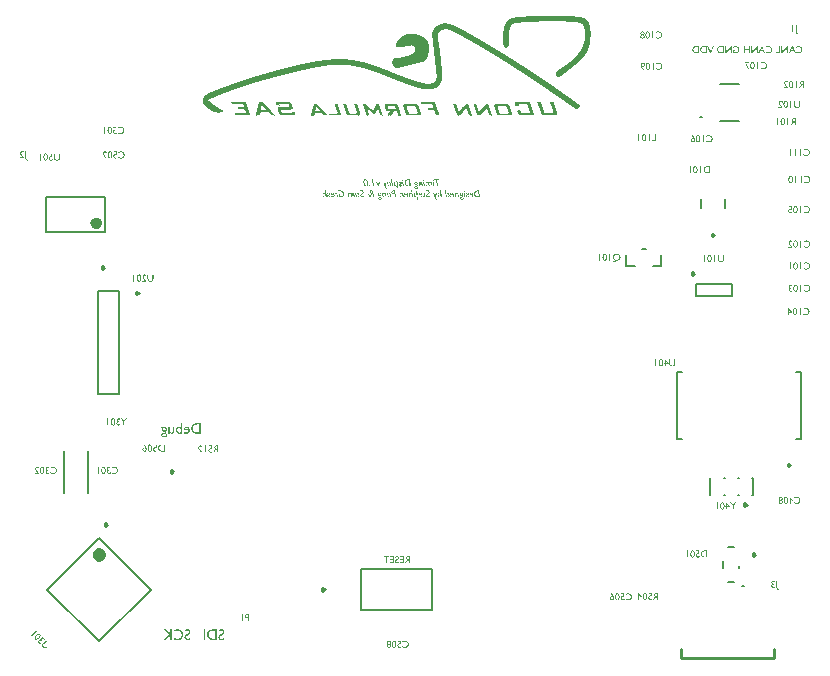
<source format=gbo>
G04*
G04 #@! TF.GenerationSoftware,Altium Limited,Altium Designer,22.4.2 (48)*
G04*
G04 Layer_Color=32896*
%FSLAX25Y25*%
%MOIN*%
G70*
G04*
G04 #@! TF.SameCoordinates,FFA694D2-1829-43A5-BD7A-47FC6BC8C01B*
G04*
G04*
G04 #@! TF.FilePolarity,Positive*
G04*
G01*
G75*
%ADD10C,0.00984*%
%ADD12C,0.01000*%
%ADD13C,0.00787*%
%ADD105C,0.02362*%
%ADD106C,0.01968*%
%ADD107C,0.00500*%
G36*
X3673Y102192D02*
X4114D01*
Y102166D01*
X4348D01*
Y102140D01*
X4530D01*
Y102114D01*
X4686D01*
Y102088D01*
X4816D01*
Y102062D01*
X4945D01*
Y102036D01*
X5075D01*
Y102010D01*
X5179D01*
Y101984D01*
X5283D01*
Y101958D01*
X5387D01*
Y101932D01*
X5465D01*
Y101907D01*
X5569D01*
Y101881D01*
X5647D01*
Y101855D01*
X5725D01*
Y101829D01*
X5803D01*
Y101803D01*
X5881D01*
Y101777D01*
X5958D01*
Y101751D01*
X6036D01*
Y101725D01*
X6088D01*
Y101699D01*
X6166D01*
Y101673D01*
X6244D01*
Y101647D01*
X6296D01*
Y101621D01*
X6348D01*
Y101595D01*
X6426D01*
Y101569D01*
X6478D01*
Y101543D01*
X6530D01*
Y101517D01*
X6608D01*
Y101491D01*
X6660D01*
Y101465D01*
X6712D01*
Y101439D01*
X6764D01*
Y101413D01*
X6816D01*
Y101387D01*
X6867D01*
Y101361D01*
X6920D01*
Y101335D01*
X6971D01*
Y101309D01*
X7023D01*
Y101283D01*
X7075D01*
Y101257D01*
X7101D01*
Y101231D01*
X7153D01*
Y101205D01*
X7205D01*
Y101179D01*
X7257D01*
Y101153D01*
X7283D01*
Y101127D01*
X7335D01*
Y101101D01*
X7387D01*
Y101075D01*
X7413D01*
Y101049D01*
X7465D01*
Y101023D01*
X7491D01*
Y100997D01*
X7543D01*
Y100971D01*
X7569D01*
Y100945D01*
X7621D01*
Y100919D01*
X7647D01*
Y100893D01*
X7673D01*
Y100867D01*
X7725D01*
Y100841D01*
X7751D01*
Y100816D01*
X7777D01*
Y100790D01*
X7829D01*
Y100764D01*
X7854D01*
Y100738D01*
X7880D01*
Y100712D01*
X7907D01*
Y100686D01*
X7932D01*
Y100660D01*
X7984D01*
Y100634D01*
X8010D01*
Y100608D01*
X8036D01*
Y100582D01*
X8062D01*
Y100556D01*
X8088D01*
Y100530D01*
X8114D01*
Y100504D01*
X8140D01*
Y100478D01*
X8166D01*
Y100452D01*
X8192D01*
Y100426D01*
X8218D01*
Y100400D01*
X8244D01*
Y100374D01*
X8270D01*
Y100348D01*
X8296D01*
Y100322D01*
X8322D01*
Y100296D01*
Y100270D01*
X8348D01*
Y100244D01*
X8374D01*
Y100218D01*
X8400D01*
Y100192D01*
X8426D01*
Y100166D01*
X8452D01*
Y100140D01*
Y100114D01*
X8478D01*
Y100088D01*
X8504D01*
Y100062D01*
X8530D01*
Y100036D01*
Y100010D01*
X8556D01*
Y99984D01*
X8582D01*
Y99958D01*
Y99932D01*
X8608D01*
Y99906D01*
X8634D01*
Y99880D01*
Y99854D01*
X8660D01*
Y99828D01*
Y99803D01*
X8686D01*
Y99777D01*
X8712D01*
Y99751D01*
Y99725D01*
X8738D01*
Y99699D01*
Y99673D01*
X8764D01*
Y99647D01*
Y99621D01*
X8790D01*
Y99595D01*
Y99569D01*
X8816D01*
Y99543D01*
Y99517D01*
X8841D01*
Y99491D01*
Y99465D01*
X8867D01*
Y99439D01*
Y99413D01*
X8894D01*
Y99387D01*
Y99361D01*
X8919D01*
Y99335D01*
Y99309D01*
Y99283D01*
X8945D01*
Y99257D01*
Y99231D01*
X8971D01*
Y99205D01*
Y99179D01*
Y99153D01*
X8997D01*
Y99127D01*
Y99101D01*
Y99075D01*
X9023D01*
Y99049D01*
Y99023D01*
Y98997D01*
X9049D01*
Y98971D01*
Y98945D01*
Y98919D01*
X9075D01*
Y98893D01*
Y98867D01*
Y98842D01*
Y98816D01*
X9101D01*
Y98790D01*
Y98764D01*
Y98738D01*
X9127D01*
Y98712D01*
Y98686D01*
Y98660D01*
Y98634D01*
Y98608D01*
X9153D01*
Y98582D01*
Y98556D01*
Y98530D01*
Y98504D01*
Y98478D01*
X9179D01*
Y98452D01*
Y98426D01*
Y98400D01*
Y98374D01*
Y98348D01*
X9205D01*
Y98322D01*
Y98296D01*
Y98270D01*
Y98244D01*
Y98218D01*
Y98192D01*
Y98166D01*
X9231D01*
Y98140D01*
Y98114D01*
Y98088D01*
Y98062D01*
Y98036D01*
Y98010D01*
Y97984D01*
Y97958D01*
Y97932D01*
Y97907D01*
Y97881D01*
X9257D01*
Y97855D01*
Y97829D01*
Y97803D01*
Y97777D01*
Y97751D01*
Y97725D01*
Y97699D01*
Y97673D01*
Y97647D01*
Y97621D01*
Y97595D01*
Y97569D01*
Y97543D01*
Y97517D01*
Y97491D01*
Y97465D01*
Y97439D01*
Y97413D01*
Y97387D01*
Y97361D01*
Y97335D01*
Y97309D01*
Y97283D01*
Y97257D01*
Y97231D01*
Y97205D01*
Y97179D01*
Y97153D01*
Y97127D01*
Y97101D01*
Y97075D01*
Y97049D01*
Y97023D01*
Y96997D01*
Y96971D01*
X9231D01*
Y96945D01*
Y96920D01*
Y96894D01*
Y96868D01*
Y96842D01*
Y96816D01*
Y96790D01*
Y96764D01*
Y96738D01*
Y96712D01*
Y96686D01*
Y96660D01*
X9205D01*
Y96634D01*
Y96608D01*
Y96582D01*
Y96556D01*
Y96530D01*
Y96504D01*
Y96478D01*
Y96452D01*
X9179D01*
Y96426D01*
Y96400D01*
Y96374D01*
Y96348D01*
Y96322D01*
Y96296D01*
Y96270D01*
X9153D01*
Y96244D01*
Y96218D01*
Y96192D01*
Y96166D01*
Y96140D01*
Y96114D01*
X9127D01*
Y96088D01*
Y96062D01*
Y96036D01*
Y96010D01*
Y95984D01*
X9101D01*
Y95958D01*
Y95932D01*
Y95907D01*
Y95881D01*
Y95855D01*
X9075D01*
Y95829D01*
Y95803D01*
Y95777D01*
Y95751D01*
Y95725D01*
X9049D01*
Y95699D01*
Y95673D01*
Y95647D01*
Y95621D01*
X9023D01*
Y95595D01*
Y95569D01*
Y95543D01*
Y95517D01*
Y95491D01*
X8997D01*
Y95465D01*
Y95439D01*
Y95413D01*
Y95387D01*
X8971D01*
Y95361D01*
Y95335D01*
Y95309D01*
X8945D01*
Y95283D01*
Y95257D01*
Y95231D01*
Y95205D01*
X8919D01*
Y95179D01*
Y95153D01*
Y95127D01*
X8894D01*
Y95101D01*
Y95075D01*
Y95049D01*
Y95023D01*
X8867D01*
Y94997D01*
Y94971D01*
Y94946D01*
X8841D01*
Y94920D01*
Y94893D01*
Y94867D01*
X8816D01*
Y94841D01*
Y94816D01*
X8790D01*
Y94790D01*
Y94764D01*
Y94738D01*
X8764D01*
Y94712D01*
Y94686D01*
Y94660D01*
X8738D01*
Y94634D01*
Y94608D01*
X8712D01*
Y94582D01*
Y94556D01*
Y94530D01*
X8686D01*
Y94504D01*
Y94478D01*
X8660D01*
Y94452D01*
Y94426D01*
X8634D01*
Y94400D01*
Y94374D01*
Y94348D01*
X8608D01*
Y94322D01*
Y94296D01*
X8582D01*
Y94270D01*
Y94244D01*
X8556D01*
Y94218D01*
Y94192D01*
X8530D01*
Y94166D01*
Y94140D01*
X8504D01*
Y94114D01*
Y94088D01*
X8478D01*
Y94062D01*
X8452D01*
Y94036D01*
Y94010D01*
X8426D01*
Y93984D01*
Y93958D01*
X8400D01*
Y93932D01*
X8374D01*
Y93906D01*
Y93880D01*
X8348D01*
Y93854D01*
Y93829D01*
X8322D01*
Y93803D01*
X8296D01*
Y93777D01*
Y93751D01*
X8270D01*
Y93725D01*
X8244D01*
Y93699D01*
X8218D01*
Y93673D01*
Y93647D01*
X8192D01*
Y93621D01*
X8166D01*
Y93595D01*
X8140D01*
Y93569D01*
Y93543D01*
X8114D01*
Y93517D01*
X8088D01*
Y93491D01*
X8062D01*
Y93465D01*
X8036D01*
Y93439D01*
X8010D01*
Y93413D01*
X7984D01*
Y93387D01*
X7958D01*
Y93361D01*
X7932D01*
Y93335D01*
X7907D01*
Y93309D01*
X7880D01*
Y93283D01*
X7854D01*
Y93257D01*
X7829D01*
Y93231D01*
X7803D01*
Y93205D01*
X7777D01*
Y93179D01*
X7725D01*
Y93153D01*
X7699D01*
Y93127D01*
X7673D01*
Y93101D01*
X7621D01*
Y93075D01*
X7595D01*
Y93049D01*
X7543D01*
Y93023D01*
X7517D01*
Y92997D01*
X7465D01*
Y92971D01*
X7413D01*
Y92945D01*
X7361D01*
Y92919D01*
X7309D01*
Y92893D01*
X7231D01*
Y92867D01*
X7179D01*
Y92842D01*
X7101D01*
Y92816D01*
X6997D01*
Y92790D01*
X6893D01*
Y92764D01*
X6790D01*
Y92738D01*
X6686D01*
Y92712D01*
X6582D01*
Y92686D01*
X6478D01*
Y92660D01*
X6374D01*
Y92634D01*
X6270D01*
Y92608D01*
X6166D01*
Y92582D01*
X6062D01*
Y92556D01*
X5932D01*
Y92530D01*
X5829D01*
Y92504D01*
X5725D01*
Y92478D01*
X5621D01*
Y92452D01*
X5517D01*
Y92426D01*
X5413D01*
Y92400D01*
X5309D01*
Y92374D01*
X5205D01*
Y92348D01*
X5101D01*
Y92322D01*
X4997D01*
Y92296D01*
X4893D01*
Y92270D01*
X4790D01*
Y92244D01*
X4686D01*
Y92218D01*
X4582D01*
Y92192D01*
X4478D01*
Y92166D01*
X4374D01*
Y92140D01*
X4244D01*
Y92114D01*
X4140D01*
Y92088D01*
X4036D01*
Y92062D01*
X3932D01*
Y92036D01*
X3829D01*
Y92010D01*
X3725D01*
Y91984D01*
X3621D01*
Y91958D01*
X3517D01*
Y91932D01*
X3413D01*
Y91906D01*
X3309D01*
Y91881D01*
X3205D01*
Y91855D01*
X3101D01*
Y91829D01*
X2997D01*
Y91803D01*
X2894D01*
Y91777D01*
X2790D01*
Y91751D01*
X2686D01*
Y91725D01*
X2556D01*
Y91699D01*
X2452D01*
Y91673D01*
X2348D01*
Y91647D01*
X2244D01*
Y91621D01*
X2140D01*
Y91595D01*
X2036D01*
Y91569D01*
X1932D01*
Y91543D01*
X1829D01*
Y91517D01*
X1725D01*
Y91491D01*
X1621D01*
Y91465D01*
X1517D01*
Y91439D01*
X1413D01*
Y91413D01*
X1309D01*
Y91387D01*
X1205D01*
Y91361D01*
X1101D01*
Y91335D01*
X997D01*
Y91309D01*
X867D01*
Y91283D01*
X764D01*
Y91257D01*
X660D01*
Y91231D01*
X556D01*
Y91205D01*
X452D01*
Y91179D01*
X348D01*
Y91153D01*
X244D01*
Y91127D01*
X140D01*
Y91101D01*
X36D01*
Y91075D01*
X-68D01*
Y91049D01*
X-171D01*
Y91023D01*
X-275D01*
Y90997D01*
X-379D01*
Y90971D01*
X-483D01*
Y90946D01*
X-587D01*
Y90920D01*
X-691D01*
Y90894D01*
X-821D01*
Y90868D01*
X-925D01*
Y90842D01*
X-1029D01*
Y90816D01*
X-1132D01*
Y90790D01*
X-1236D01*
Y90764D01*
X-1340D01*
Y90738D01*
X-1730D01*
Y90764D01*
X-1834D01*
Y90790D01*
X-1912D01*
Y90816D01*
X-1990D01*
Y90842D01*
X-2042D01*
Y90868D01*
X-2094D01*
Y90894D01*
X-2145D01*
Y90920D01*
X-2171D01*
Y90946D01*
X-2223D01*
Y90971D01*
X-2249D01*
Y90997D01*
X-2301D01*
Y91023D01*
X-2327D01*
Y91049D01*
X-2353D01*
Y91075D01*
X-2379D01*
Y91101D01*
X-2405D01*
Y91127D01*
X-2431D01*
Y91153D01*
X-2457D01*
Y91179D01*
X-2483D01*
Y91205D01*
X-2509D01*
Y91231D01*
X-2535D01*
Y91257D01*
X-2561D01*
Y91283D01*
X-2587D01*
Y91309D01*
Y91335D01*
X-2613D01*
Y91361D01*
X-2639D01*
Y91387D01*
Y91413D01*
X-2665D01*
Y91439D01*
X-2691D01*
Y91465D01*
Y91491D01*
X-2717D01*
Y91517D01*
X-2743D01*
Y91543D01*
Y91569D01*
X-2769D01*
Y91595D01*
Y91621D01*
X-2795D01*
Y91647D01*
Y91673D01*
Y91699D01*
X-2821D01*
Y91725D01*
Y91751D01*
Y91777D01*
X-2847D01*
Y91803D01*
Y91829D01*
Y91855D01*
X-2873D01*
Y91881D01*
Y91906D01*
Y91932D01*
X-2899D01*
Y91958D01*
Y91984D01*
Y92010D01*
Y92036D01*
X-2925D01*
Y92062D01*
Y92088D01*
Y92114D01*
Y92140D01*
Y92166D01*
X-2951D01*
Y92192D01*
Y92218D01*
Y92244D01*
Y92270D01*
Y92296D01*
Y92322D01*
Y92348D01*
Y92374D01*
X-2977D01*
Y92400D01*
Y92426D01*
Y92452D01*
Y92478D01*
Y92504D01*
Y92530D01*
Y92556D01*
Y92582D01*
Y92608D01*
Y92634D01*
Y92660D01*
Y92686D01*
Y92712D01*
Y92738D01*
Y92764D01*
Y92790D01*
Y92816D01*
Y92842D01*
Y92867D01*
Y92893D01*
Y92919D01*
Y92945D01*
Y92971D01*
Y92997D01*
X-2951D01*
Y93023D01*
Y93049D01*
Y93075D01*
Y93101D01*
Y93127D01*
Y93153D01*
Y93179D01*
Y93205D01*
Y93231D01*
Y93257D01*
X-2925D01*
Y93283D01*
Y93309D01*
Y93335D01*
Y93361D01*
Y93387D01*
Y93413D01*
Y93439D01*
Y93465D01*
X-2899D01*
Y93491D01*
Y93517D01*
Y93543D01*
Y93569D01*
Y93595D01*
Y93621D01*
Y93647D01*
X-2873D01*
Y93673D01*
Y93699D01*
Y93725D01*
Y93751D01*
X-2847D01*
Y93777D01*
Y93803D01*
X-2821D01*
Y93829D01*
X-2795D01*
Y93854D01*
X-2769D01*
Y93880D01*
X-2717D01*
Y93906D01*
X-2535D01*
Y93932D01*
X-2327D01*
Y93958D01*
X-2120D01*
Y93984D01*
X-1938D01*
Y94010D01*
X-1756D01*
Y94036D01*
X-1574D01*
Y94062D01*
X-1418D01*
Y94088D01*
X-1236D01*
Y94114D01*
X-1080D01*
Y94140D01*
X-925D01*
Y94166D01*
X-795D01*
Y94192D01*
X-639D01*
Y94218D01*
X-509D01*
Y94244D01*
X-353D01*
Y94270D01*
X-223D01*
Y94296D01*
X-94D01*
Y94322D01*
X36D01*
Y94348D01*
X166D01*
Y94374D01*
X270D01*
Y94400D01*
X400D01*
Y94426D01*
X530D01*
Y94452D01*
X634D01*
Y94478D01*
X738D01*
Y94504D01*
X867D01*
Y94530D01*
X971D01*
Y94556D01*
X1075D01*
Y94582D01*
X1179D01*
Y94608D01*
X1283D01*
Y94634D01*
X1387D01*
Y94660D01*
X1491D01*
Y94686D01*
X1595D01*
Y94712D01*
X1699D01*
Y94738D01*
X1803D01*
Y94764D01*
X1881D01*
Y94790D01*
X1984D01*
Y94816D01*
X2088D01*
Y94841D01*
X2166D01*
Y94867D01*
X2270D01*
Y94893D01*
X2348D01*
Y94920D01*
X2426D01*
Y94946D01*
X2530D01*
Y94971D01*
X2608D01*
Y94997D01*
X2686D01*
Y95023D01*
X2738D01*
Y95049D01*
X2816D01*
Y95075D01*
X2894D01*
Y95101D01*
X2971D01*
Y95127D01*
X3023D01*
Y95153D01*
X3075D01*
Y95179D01*
X3153D01*
Y95205D01*
X3205D01*
Y95231D01*
X3257D01*
Y95257D01*
X3309D01*
Y95283D01*
X3361D01*
Y95309D01*
X3413D01*
Y95335D01*
X3465D01*
Y95361D01*
X3491D01*
Y95387D01*
X3543D01*
Y95413D01*
X3595D01*
Y95439D01*
X3621D01*
Y95465D01*
X3673D01*
Y95491D01*
X3699D01*
Y95517D01*
X3751D01*
Y95543D01*
X3777D01*
Y95569D01*
X3803D01*
Y95595D01*
X3855D01*
Y95621D01*
X3881D01*
Y95647D01*
X3906D01*
Y95673D01*
X3932D01*
Y95699D01*
X3958D01*
Y95725D01*
X3984D01*
Y95751D01*
X4010D01*
Y95777D01*
X4036D01*
Y95803D01*
X4062D01*
Y95829D01*
X4088D01*
Y95855D01*
X4114D01*
Y95881D01*
X4140D01*
Y95907D01*
X4166D01*
Y95932D01*
X4192D01*
Y95958D01*
X4218D01*
Y95984D01*
Y96010D01*
X4244D01*
Y96036D01*
X4270D01*
Y96062D01*
X4296D01*
Y96088D01*
Y96114D01*
X4322D01*
Y96140D01*
Y96166D01*
X4348D01*
Y96192D01*
X4374D01*
Y96218D01*
Y96244D01*
X4400D01*
Y96270D01*
Y96296D01*
X4426D01*
Y96322D01*
Y96348D01*
Y96374D01*
X4452D01*
Y96400D01*
Y96426D01*
X4478D01*
Y96452D01*
Y96478D01*
Y96504D01*
X4504D01*
Y96530D01*
Y96556D01*
Y96582D01*
Y96608D01*
X4530D01*
Y96634D01*
Y96660D01*
Y96686D01*
Y96712D01*
Y96738D01*
X4556D01*
Y96764D01*
Y96790D01*
Y96816D01*
Y96842D01*
Y96868D01*
Y96894D01*
Y96920D01*
Y96945D01*
Y96971D01*
X4582D01*
Y96997D01*
Y97023D01*
Y97049D01*
Y97075D01*
Y97101D01*
Y97127D01*
X4556D01*
Y97153D01*
Y97179D01*
Y97205D01*
Y97231D01*
Y97257D01*
Y97283D01*
Y97309D01*
Y97335D01*
X4530D01*
Y97361D01*
Y97387D01*
Y97413D01*
Y97439D01*
X4504D01*
Y97465D01*
Y97491D01*
Y97517D01*
X4478D01*
Y97543D01*
Y97569D01*
Y97595D01*
X4452D01*
Y97621D01*
Y97647D01*
X4426D01*
Y97673D01*
Y97699D01*
X4400D01*
Y97725D01*
Y97751D01*
X4374D01*
Y97777D01*
Y97803D01*
X4348D01*
Y97829D01*
X4322D01*
Y97855D01*
Y97881D01*
X4296D01*
Y97907D01*
X4270D01*
Y97932D01*
X4244D01*
Y97958D01*
X4218D01*
Y97984D01*
X4192D01*
Y98010D01*
X4166D01*
Y98036D01*
X4114D01*
Y98062D01*
X4088D01*
Y98088D01*
X4062D01*
Y98114D01*
X4010D01*
Y98140D01*
X3958D01*
Y98166D01*
X3906D01*
Y98192D01*
X3855D01*
Y98218D01*
X3777D01*
Y98244D01*
X3673D01*
Y98270D01*
X3517D01*
Y98296D01*
X3101D01*
Y98270D01*
X2894D01*
Y98244D01*
X2738D01*
Y98218D01*
X2608D01*
Y98192D01*
X2504D01*
Y98166D01*
X2374D01*
Y98140D01*
X2270D01*
Y98114D01*
X2140D01*
Y98088D01*
X2036D01*
Y98062D01*
X1907D01*
Y98036D01*
X1777D01*
Y98010D01*
X1647D01*
Y97984D01*
X1491D01*
Y97958D01*
X1335D01*
Y97932D01*
X1153D01*
Y97907D01*
X971D01*
Y97881D01*
X764D01*
Y97855D01*
X504D01*
Y97829D01*
X218D01*
Y97803D01*
X-249D01*
Y97777D01*
X-1314D01*
Y97803D01*
X-1470D01*
Y97829D01*
X-1574D01*
Y97855D01*
X-1626D01*
Y97881D01*
X-1652D01*
Y97907D01*
X-1704D01*
Y97932D01*
X-1730D01*
Y97958D01*
X-1756D01*
Y97984D01*
Y98010D01*
X-1782D01*
Y98036D01*
Y98062D01*
X-1808D01*
Y98088D01*
Y98114D01*
Y98140D01*
X-1834D01*
Y98166D01*
Y98192D01*
Y98218D01*
Y98244D01*
Y98270D01*
Y98296D01*
Y98322D01*
Y98348D01*
Y98374D01*
X-1808D01*
Y98400D01*
Y98426D01*
Y98452D01*
Y98478D01*
Y98504D01*
X-1782D01*
Y98530D01*
Y98556D01*
Y98582D01*
Y98608D01*
X-1756D01*
Y98634D01*
Y98660D01*
Y98686D01*
X-1730D01*
Y98712D01*
Y98738D01*
Y98764D01*
X-1704D01*
Y98790D01*
Y98816D01*
Y98842D01*
X-1678D01*
Y98867D01*
Y98893D01*
Y98919D01*
X-1652D01*
Y98945D01*
Y98971D01*
Y98997D01*
X-1626D01*
Y99023D01*
Y99049D01*
X-1600D01*
Y99075D01*
Y99101D01*
X-1574D01*
Y99127D01*
Y99153D01*
Y99179D01*
X-1548D01*
Y99205D01*
Y99231D01*
X-1522D01*
Y99257D01*
Y99283D01*
X-1496D01*
Y99309D01*
Y99335D01*
X-1470D01*
Y99361D01*
Y99387D01*
X-1444D01*
Y99413D01*
Y99439D01*
X-1418D01*
Y99465D01*
Y99491D01*
X-1392D01*
Y99517D01*
Y99543D01*
X-1366D01*
Y99569D01*
X-1340D01*
Y99595D01*
Y99621D01*
X-1314D01*
Y99647D01*
Y99673D01*
X-1288D01*
Y99699D01*
X-1262D01*
Y99725D01*
Y99751D01*
X-1236D01*
Y99777D01*
Y99803D01*
X-1210D01*
Y99828D01*
X-1184D01*
Y99854D01*
Y99880D01*
X-1158D01*
Y99906D01*
X-1132D01*
Y99932D01*
X-1106D01*
Y99958D01*
Y99984D01*
X-1080D01*
Y100010D01*
X-1055D01*
Y100036D01*
Y100062D01*
X-1029D01*
Y100088D01*
X-1003D01*
Y100114D01*
X-977D01*
Y100140D01*
Y100166D01*
X-951D01*
Y100192D01*
X-925D01*
Y100218D01*
X-899D01*
Y100244D01*
X-873D01*
Y100270D01*
X-847D01*
Y100296D01*
Y100322D01*
X-821D01*
Y100348D01*
X-795D01*
Y100374D01*
X-769D01*
Y100400D01*
X-743D01*
Y100426D01*
X-717D01*
Y100452D01*
X-691D01*
Y100478D01*
X-665D01*
Y100504D01*
X-639D01*
Y100530D01*
X-613D01*
Y100556D01*
X-587D01*
Y100582D01*
X-561D01*
Y100608D01*
X-535D01*
Y100634D01*
X-509D01*
Y100660D01*
X-483D01*
Y100686D01*
X-457D01*
Y100712D01*
X-431D01*
Y100738D01*
X-405D01*
Y100764D01*
X-379D01*
Y100790D01*
X-353D01*
Y100816D01*
X-327D01*
Y100841D01*
X-301D01*
Y100867D01*
X-275D01*
Y100893D01*
X-223D01*
Y100919D01*
X-197D01*
Y100945D01*
X-171D01*
Y100971D01*
X-146D01*
Y100997D01*
X-120D01*
Y101023D01*
X-68D01*
Y101049D01*
X-42D01*
Y101075D01*
X-16D01*
Y101101D01*
X36D01*
Y101127D01*
X62D01*
Y101153D01*
X88D01*
Y101179D01*
X140D01*
Y101205D01*
X166D01*
Y101231D01*
X218D01*
Y101257D01*
X244D01*
Y101283D01*
X296D01*
Y101309D01*
X322D01*
Y101335D01*
X374D01*
Y101361D01*
X400D01*
Y101387D01*
X452D01*
Y101413D01*
X504D01*
Y101439D01*
X530D01*
Y101465D01*
X582D01*
Y101491D01*
X634D01*
Y101517D01*
X686D01*
Y101543D01*
X738D01*
Y101569D01*
X790D01*
Y101595D01*
X841D01*
Y101621D01*
X893D01*
Y101647D01*
X945D01*
Y101673D01*
X997D01*
Y101699D01*
X1049D01*
Y101725D01*
X1101D01*
Y101751D01*
X1179D01*
Y101777D01*
X1231D01*
Y101803D01*
X1309D01*
Y101829D01*
X1361D01*
Y101855D01*
X1439D01*
Y101881D01*
X1517D01*
Y101907D01*
X1595D01*
Y101932D01*
X1673D01*
Y101958D01*
X1751D01*
Y101984D01*
X1854D01*
Y102010D01*
X1958D01*
Y102036D01*
X2062D01*
Y102062D01*
X2166D01*
Y102088D01*
X2296D01*
Y102114D01*
X2452D01*
Y102140D01*
X2634D01*
Y102166D01*
X2842D01*
Y102192D01*
X3257D01*
Y102218D01*
X3673D01*
Y102192D01*
D02*
G37*
G36*
X55751Y108114D02*
X56140D01*
Y108088D01*
X56478D01*
Y108062D01*
X56789D01*
Y108036D01*
X57101D01*
Y108010D01*
X57387D01*
Y107984D01*
X57647D01*
Y107958D01*
X57906D01*
Y107932D01*
X58140D01*
Y107906D01*
X58400D01*
Y107880D01*
X58608D01*
Y107854D01*
X58841D01*
Y107828D01*
X59049D01*
Y107802D01*
X59257D01*
Y107777D01*
X59439D01*
Y107751D01*
X59595D01*
Y107725D01*
X59750D01*
Y107699D01*
X59880D01*
Y107673D01*
X60010D01*
Y107647D01*
X60140D01*
Y107621D01*
X60244D01*
Y107595D01*
X60348D01*
Y107569D01*
X60426D01*
Y107543D01*
X60504D01*
Y107517D01*
X60608D01*
Y107491D01*
X60659D01*
Y107465D01*
X60738D01*
Y107439D01*
X60815D01*
Y107413D01*
X60867D01*
Y107387D01*
X60945D01*
Y107361D01*
X60997D01*
Y107335D01*
X61049D01*
Y107309D01*
X61101D01*
Y107283D01*
X61153D01*
Y107257D01*
X61205D01*
Y107231D01*
X61257D01*
Y107205D01*
X61283D01*
Y107179D01*
X61335D01*
Y107153D01*
X61387D01*
Y107127D01*
X61413D01*
Y107101D01*
X61465D01*
Y107075D01*
X61491D01*
Y107049D01*
X61517D01*
Y107023D01*
X61569D01*
Y106997D01*
X61595D01*
Y106971D01*
X61621D01*
Y106945D01*
X61647D01*
Y106919D01*
X61699D01*
Y106894D01*
X61725D01*
Y106868D01*
X61751D01*
Y106842D01*
X61776D01*
Y106816D01*
X61802D01*
Y106790D01*
X61828D01*
Y106764D01*
X61854D01*
Y106738D01*
X61880D01*
Y106712D01*
X61906D01*
Y106686D01*
X61932D01*
Y106660D01*
X61958D01*
Y106634D01*
X61984D01*
Y106608D01*
X62010D01*
Y106582D01*
X62036D01*
Y106556D01*
Y106530D01*
X62062D01*
Y106504D01*
X62088D01*
Y106478D01*
X62114D01*
Y106452D01*
X62140D01*
Y106426D01*
Y106400D01*
X62166D01*
Y106374D01*
X62192D01*
Y106348D01*
X62218D01*
Y106322D01*
Y106296D01*
X62244D01*
Y106270D01*
X62270D01*
Y106244D01*
Y106218D01*
X62296D01*
Y106192D01*
Y106166D01*
X62322D01*
Y106140D01*
X62348D01*
Y106114D01*
Y106088D01*
X62374D01*
Y106062D01*
Y106036D01*
X62400D01*
Y106010D01*
X62426D01*
Y105984D01*
Y105958D01*
X62452D01*
Y105932D01*
Y105906D01*
X62478D01*
Y105880D01*
Y105854D01*
X62504D01*
Y105828D01*
Y105803D01*
X62530D01*
Y105777D01*
Y105751D01*
Y105725D01*
X62556D01*
Y105699D01*
Y105673D01*
X62582D01*
Y105647D01*
Y105621D01*
X62608D01*
Y105595D01*
Y105569D01*
Y105543D01*
X62634D01*
Y105517D01*
Y105491D01*
X62660D01*
Y105465D01*
Y105439D01*
Y105413D01*
X62686D01*
Y105387D01*
Y105361D01*
Y105335D01*
X62712D01*
Y105309D01*
Y105283D01*
Y105257D01*
X62738D01*
Y105231D01*
Y105205D01*
Y105179D01*
X62763D01*
Y105153D01*
Y105127D01*
Y105101D01*
X62789D01*
Y105075D01*
Y105049D01*
Y105023D01*
Y104997D01*
X62815D01*
Y104971D01*
Y104945D01*
Y104920D01*
Y104894D01*
X62841D01*
Y104867D01*
Y104841D01*
Y104816D01*
Y104790D01*
X62867D01*
Y104764D01*
Y104738D01*
Y104712D01*
Y104686D01*
Y104660D01*
X62893D01*
Y104634D01*
Y104608D01*
Y104582D01*
Y104556D01*
Y104530D01*
X62919D01*
Y104504D01*
Y104478D01*
Y104452D01*
Y104426D01*
Y104400D01*
X62945D01*
Y104374D01*
Y104348D01*
Y104322D01*
Y104296D01*
Y104270D01*
Y104244D01*
X62971D01*
Y104218D01*
Y104192D01*
Y104166D01*
Y104140D01*
Y104114D01*
Y104088D01*
Y104062D01*
X62997D01*
Y104036D01*
Y104010D01*
Y103984D01*
Y103958D01*
Y103932D01*
Y103907D01*
Y103881D01*
Y103855D01*
Y103829D01*
X63023D01*
Y103803D01*
Y103777D01*
Y103751D01*
Y103725D01*
Y103699D01*
Y103673D01*
Y103647D01*
Y103621D01*
Y103595D01*
Y103569D01*
Y103543D01*
X63049D01*
Y103517D01*
Y103491D01*
Y103465D01*
Y103439D01*
Y103413D01*
Y103387D01*
Y103361D01*
Y103335D01*
Y103309D01*
Y103283D01*
Y103257D01*
Y103231D01*
Y103205D01*
Y103179D01*
Y103153D01*
Y103127D01*
X63075D01*
Y103101D01*
Y103075D01*
Y103049D01*
Y103023D01*
Y102997D01*
Y102971D01*
Y102945D01*
Y102919D01*
Y102893D01*
Y102867D01*
Y102841D01*
Y102816D01*
Y102790D01*
Y102764D01*
Y102738D01*
Y102712D01*
Y102686D01*
Y102660D01*
Y102634D01*
Y102608D01*
Y102582D01*
Y102556D01*
Y102530D01*
Y102504D01*
Y102478D01*
Y102452D01*
Y102426D01*
Y102400D01*
Y102374D01*
Y102348D01*
Y102322D01*
Y102296D01*
Y102270D01*
Y102244D01*
Y102218D01*
Y102192D01*
Y102166D01*
Y102140D01*
Y102114D01*
Y102088D01*
Y102062D01*
Y102036D01*
Y102010D01*
Y101984D01*
Y101958D01*
Y101932D01*
Y101907D01*
Y101881D01*
Y101855D01*
Y101829D01*
Y101803D01*
Y101777D01*
Y101751D01*
Y101725D01*
Y101699D01*
Y101673D01*
Y101647D01*
Y101621D01*
Y101595D01*
Y101569D01*
Y101543D01*
Y101517D01*
Y101491D01*
Y101465D01*
Y101439D01*
Y101413D01*
Y101387D01*
Y101361D01*
Y101335D01*
Y101309D01*
Y101283D01*
Y101257D01*
Y101231D01*
Y101205D01*
Y101179D01*
Y101153D01*
Y101127D01*
X63049D01*
Y101101D01*
Y101075D01*
Y101049D01*
Y101023D01*
Y100997D01*
Y100971D01*
Y100945D01*
Y100919D01*
Y100893D01*
Y100867D01*
Y100841D01*
Y100816D01*
Y100790D01*
Y100764D01*
Y100738D01*
Y100712D01*
Y100686D01*
Y100660D01*
X63023D01*
Y100634D01*
Y100608D01*
Y100582D01*
Y100556D01*
Y100530D01*
Y100504D01*
Y100478D01*
Y100452D01*
Y100426D01*
Y100400D01*
Y100374D01*
Y100348D01*
X62997D01*
Y100322D01*
Y100296D01*
Y100270D01*
Y100244D01*
Y100218D01*
Y100192D01*
Y100166D01*
Y100140D01*
Y100114D01*
Y100088D01*
Y100062D01*
X62971D01*
Y100036D01*
Y100010D01*
Y99984D01*
Y99958D01*
Y99932D01*
Y99906D01*
Y99880D01*
Y99854D01*
Y99828D01*
X62945D01*
Y99803D01*
Y99777D01*
Y99751D01*
Y99725D01*
Y99699D01*
Y99673D01*
Y99647D01*
X62919D01*
Y99621D01*
Y99595D01*
Y99569D01*
Y99543D01*
Y99517D01*
Y99491D01*
Y99465D01*
X62893D01*
Y99439D01*
Y99413D01*
Y99387D01*
Y99361D01*
Y99335D01*
Y99309D01*
Y99283D01*
X62867D01*
Y99257D01*
Y99231D01*
Y99205D01*
Y99179D01*
Y99153D01*
Y99127D01*
X62841D01*
Y99101D01*
Y99075D01*
Y99049D01*
Y99023D01*
Y98997D01*
X62815D01*
Y98971D01*
Y98945D01*
Y98919D01*
Y98893D01*
Y98867D01*
Y98842D01*
X62789D01*
Y98816D01*
Y98790D01*
Y98764D01*
Y98738D01*
Y98712D01*
X62763D01*
Y98686D01*
Y98660D01*
Y98634D01*
Y98608D01*
X62738D01*
Y98582D01*
Y98556D01*
Y98530D01*
Y98504D01*
Y98478D01*
X62712D01*
Y98452D01*
Y98426D01*
Y98400D01*
Y98374D01*
X62686D01*
Y98348D01*
Y98322D01*
Y98296D01*
Y98270D01*
X62660D01*
Y98244D01*
Y98218D01*
Y98192D01*
Y98166D01*
X62634D01*
Y98140D01*
Y98114D01*
Y98088D01*
Y98062D01*
X62608D01*
Y98036D01*
Y98010D01*
Y97984D01*
Y97958D01*
X62582D01*
Y97932D01*
Y97907D01*
Y97881D01*
X62556D01*
Y97855D01*
Y97829D01*
Y97803D01*
Y97777D01*
X62530D01*
Y97751D01*
Y97725D01*
Y97699D01*
X62504D01*
Y97673D01*
Y97647D01*
Y97621D01*
X62478D01*
Y97595D01*
Y97569D01*
Y97543D01*
X62452D01*
Y97517D01*
Y97491D01*
Y97465D01*
X62426D01*
Y97439D01*
Y97413D01*
Y97387D01*
X62400D01*
Y97361D01*
Y97335D01*
Y97309D01*
X62374D01*
Y97283D01*
Y97257D01*
Y97231D01*
X62348D01*
Y97205D01*
Y97179D01*
Y97153D01*
X62322D01*
Y97127D01*
Y97101D01*
X62296D01*
Y97075D01*
Y97049D01*
Y97023D01*
X62270D01*
Y96997D01*
Y96971D01*
X62244D01*
Y96945D01*
Y96920D01*
Y96894D01*
X62218D01*
Y96868D01*
Y96842D01*
X62192D01*
Y96816D01*
Y96790D01*
Y96764D01*
X62166D01*
Y96738D01*
Y96712D01*
X62140D01*
Y96686D01*
Y96660D01*
X62114D01*
Y96634D01*
Y96608D01*
Y96582D01*
X62088D01*
Y96556D01*
Y96530D01*
X62062D01*
Y96504D01*
Y96478D01*
X62036D01*
Y96452D01*
Y96426D01*
X62010D01*
Y96400D01*
Y96374D01*
X61984D01*
Y96348D01*
Y96322D01*
X61958D01*
Y96296D01*
Y96270D01*
X61932D01*
Y96244D01*
Y96218D01*
X61906D01*
Y96192D01*
Y96166D01*
X61880D01*
Y96140D01*
Y96114D01*
X61854D01*
Y96088D01*
Y96062D01*
X61828D01*
Y96036D01*
Y96010D01*
X61802D01*
Y95984D01*
Y95958D01*
X61776D01*
Y95932D01*
X61751D01*
Y95907D01*
Y95881D01*
X61725D01*
Y95855D01*
Y95829D01*
X61699D01*
Y95803D01*
Y95777D01*
X61673D01*
Y95751D01*
X61647D01*
Y95725D01*
Y95699D01*
X61621D01*
Y95673D01*
Y95647D01*
X61595D01*
Y95621D01*
X61569D01*
Y95595D01*
Y95569D01*
X61543D01*
Y95543D01*
X61517D01*
Y95517D01*
Y95491D01*
X61491D01*
Y95465D01*
Y95439D01*
X61465D01*
Y95413D01*
X61439D01*
Y95387D01*
Y95361D01*
X61413D01*
Y95335D01*
X61387D01*
Y95309D01*
Y95283D01*
X61361D01*
Y95257D01*
X61335D01*
Y95231D01*
X61309D01*
Y95205D01*
Y95179D01*
X61283D01*
Y95153D01*
X61257D01*
Y95127D01*
Y95101D01*
X61231D01*
Y95075D01*
X61205D01*
Y95049D01*
X61179D01*
Y95023D01*
Y94997D01*
X61153D01*
Y94971D01*
X61127D01*
Y94946D01*
X61101D01*
Y94920D01*
Y94893D01*
X61075D01*
Y94867D01*
X61049D01*
Y94841D01*
X61023D01*
Y94816D01*
Y94790D01*
X60997D01*
Y94764D01*
X60971D01*
Y94738D01*
X60945D01*
Y94712D01*
X60919D01*
Y94686D01*
Y94660D01*
X60893D01*
Y94634D01*
X60867D01*
Y94608D01*
X60841D01*
Y94582D01*
X60815D01*
Y94556D01*
Y94530D01*
X60789D01*
Y94504D01*
X60763D01*
Y94478D01*
X60738D01*
Y94452D01*
X60711D01*
Y94426D01*
X60685D01*
Y94400D01*
X60659D01*
Y94374D01*
Y94348D01*
X60634D01*
Y94322D01*
X60608D01*
Y94296D01*
X60582D01*
Y94270D01*
X60556D01*
Y94244D01*
X60530D01*
Y94218D01*
X60504D01*
Y94192D01*
X60478D01*
Y94166D01*
X60452D01*
Y94140D01*
X60426D01*
Y94114D01*
Y94088D01*
X60400D01*
Y94062D01*
X60374D01*
Y94036D01*
X60348D01*
Y94010D01*
X60322D01*
Y93984D01*
X60296D01*
Y93958D01*
X60270D01*
Y93932D01*
X60244D01*
Y93906D01*
X60218D01*
Y93880D01*
X60192D01*
Y93854D01*
X60166D01*
Y93829D01*
X60140D01*
Y93803D01*
X60114D01*
Y93777D01*
X60088D01*
Y93751D01*
X60062D01*
Y93725D01*
X60036D01*
Y93699D01*
X60010D01*
Y93673D01*
X59984D01*
Y93647D01*
X59958D01*
Y93621D01*
X59932D01*
Y93595D01*
X59906D01*
Y93569D01*
X59880D01*
Y93543D01*
X59854D01*
Y93517D01*
X59828D01*
Y93491D01*
X59802D01*
Y93465D01*
X59776D01*
Y93439D01*
X59750D01*
Y93413D01*
X59724D01*
Y93387D01*
X59698D01*
Y93361D01*
X59672D01*
Y93335D01*
X59647D01*
Y93309D01*
X59621D01*
Y93283D01*
X59595D01*
Y93257D01*
X59569D01*
Y93231D01*
X59543D01*
Y93205D01*
X59517D01*
Y93179D01*
X59465D01*
Y93153D01*
X59439D01*
Y93127D01*
X59413D01*
Y93101D01*
X59387D01*
Y93075D01*
X59361D01*
Y93049D01*
X59335D01*
Y93023D01*
X59309D01*
Y92997D01*
X59283D01*
Y92971D01*
X59257D01*
Y92945D01*
X59231D01*
Y92919D01*
X59179D01*
Y92893D01*
X59153D01*
Y92867D01*
X59127D01*
Y92842D01*
X59101D01*
Y92816D01*
X59075D01*
Y92790D01*
X59049D01*
Y92764D01*
X59023D01*
Y92738D01*
X58997D01*
Y92712D01*
X58945D01*
Y92686D01*
X58919D01*
Y92660D01*
X58893D01*
Y92634D01*
X58867D01*
Y92608D01*
X58841D01*
Y92582D01*
X58815D01*
Y92556D01*
X58789D01*
Y92530D01*
X58737D01*
Y92504D01*
X58711D01*
Y92478D01*
X58685D01*
Y92452D01*
X58659D01*
Y92426D01*
X58634D01*
Y92400D01*
X58608D01*
Y92374D01*
X58582D01*
Y92348D01*
X58530D01*
Y92322D01*
X58504D01*
Y92296D01*
X58478D01*
Y92270D01*
X58452D01*
Y92244D01*
X58426D01*
Y92218D01*
X58400D01*
Y92192D01*
X58348D01*
Y92166D01*
X58322D01*
Y92140D01*
X58296D01*
Y92114D01*
X58270D01*
Y92088D01*
X58244D01*
Y92062D01*
X58192D01*
Y92036D01*
X58166D01*
Y92010D01*
X58140D01*
Y91984D01*
X58114D01*
Y91958D01*
X58088D01*
Y91932D01*
X58062D01*
Y91906D01*
X58010D01*
Y91881D01*
X57984D01*
Y91855D01*
X57958D01*
Y91829D01*
X57932D01*
Y91803D01*
X57906D01*
Y91777D01*
X57854D01*
Y91751D01*
X57828D01*
Y91725D01*
X57802D01*
Y91699D01*
X57776D01*
Y91673D01*
X57750D01*
Y91647D01*
X57699D01*
Y91621D01*
X57673D01*
Y91595D01*
X57647D01*
Y91569D01*
X57621D01*
Y91543D01*
X57595D01*
Y91517D01*
X57543D01*
Y91491D01*
X57517D01*
Y91465D01*
X57491D01*
Y91439D01*
X57465D01*
Y91413D01*
X57439D01*
Y91387D01*
X57387D01*
Y91361D01*
X57361D01*
Y91335D01*
X57335D01*
Y91309D01*
X57309D01*
Y91283D01*
X57283D01*
Y91257D01*
X57231D01*
Y91231D01*
X57205D01*
Y91205D01*
X57179D01*
Y91179D01*
X57153D01*
Y91153D01*
X57101D01*
Y91127D01*
X57075D01*
Y91101D01*
X57049D01*
Y91075D01*
X57023D01*
Y91049D01*
X56997D01*
Y91023D01*
X56945D01*
Y90997D01*
X56919D01*
Y90971D01*
X56893D01*
Y90946D01*
X56867D01*
Y90920D01*
X56815D01*
Y90894D01*
X56789D01*
Y90868D01*
X56763D01*
Y90842D01*
X56738D01*
Y90816D01*
X56686D01*
Y90790D01*
X56660D01*
Y90764D01*
X56634D01*
Y90738D01*
X56608D01*
Y90712D01*
X56582D01*
Y90686D01*
X56530D01*
Y90660D01*
X56504D01*
Y90634D01*
X56478D01*
Y90608D01*
X56452D01*
Y90582D01*
X56400D01*
Y90556D01*
X56374D01*
Y90530D01*
X56348D01*
Y90504D01*
X56322D01*
Y90478D01*
X56270D01*
Y90452D01*
X56244D01*
Y90426D01*
X56218D01*
Y90400D01*
X56192D01*
Y90374D01*
X56140D01*
Y90348D01*
X56114D01*
Y90322D01*
X56088D01*
Y90296D01*
X56036D01*
Y90270D01*
X56010D01*
Y90244D01*
X55984D01*
Y90218D01*
X55958D01*
Y90192D01*
X55906D01*
Y90166D01*
X55880D01*
Y90140D01*
X55854D01*
Y90114D01*
X55828D01*
Y90088D01*
X55776D01*
Y90062D01*
X55751D01*
Y90036D01*
X55725D01*
Y90010D01*
X55699D01*
Y89984D01*
X55647D01*
Y89959D01*
X55621D01*
Y89933D01*
X55595D01*
Y89907D01*
X55543D01*
Y89881D01*
X55517D01*
Y89855D01*
X55491D01*
Y89829D01*
X55465D01*
Y89803D01*
X55413D01*
Y89777D01*
X55387D01*
Y89751D01*
X55361D01*
Y89725D01*
X55309D01*
Y89699D01*
X55283D01*
Y89673D01*
X55257D01*
Y89647D01*
X55205D01*
Y89621D01*
X55179D01*
Y89595D01*
X55153D01*
Y89569D01*
X55127D01*
Y89543D01*
X55075D01*
Y89517D01*
X55049D01*
Y89491D01*
X55023D01*
Y89465D01*
X54971D01*
Y89439D01*
X54945D01*
Y89413D01*
X54919D01*
Y89387D01*
X54867D01*
Y89361D01*
X54841D01*
Y89335D01*
X54815D01*
Y89309D01*
X54764D01*
Y89283D01*
X54738D01*
Y89257D01*
X54712D01*
Y89231D01*
X54685D01*
Y89205D01*
X54634D01*
Y89179D01*
X54608D01*
Y89153D01*
X54582D01*
Y89127D01*
X54530D01*
Y89101D01*
X54504D01*
Y89075D01*
X54478D01*
Y89049D01*
X54426D01*
Y89023D01*
X54400D01*
Y88997D01*
X54374D01*
Y88971D01*
X54322D01*
Y88946D01*
X54296D01*
Y88920D01*
X54270D01*
Y88894D01*
X54218D01*
Y88867D01*
X54192D01*
Y88842D01*
X54166D01*
Y88816D01*
X54114D01*
Y88790D01*
X54088D01*
Y88764D01*
X54062D01*
Y88738D01*
X54010D01*
Y88712D01*
X53984D01*
Y88686D01*
X53932D01*
Y88660D01*
X53906D01*
Y88634D01*
X53880D01*
Y88608D01*
X53828D01*
Y88582D01*
X53802D01*
Y88556D01*
X53776D01*
Y88530D01*
X53724D01*
Y88504D01*
X53698D01*
Y88478D01*
X53673D01*
Y88452D01*
X53621D01*
Y88426D01*
X53595D01*
Y88400D01*
X53569D01*
Y88374D01*
X53517D01*
Y88348D01*
X53491D01*
Y88322D01*
X53439D01*
Y88296D01*
X53413D01*
Y88270D01*
X53387D01*
Y88244D01*
X53335D01*
Y88218D01*
X53309D01*
Y88192D01*
X53257D01*
Y88166D01*
X53231D01*
Y88140D01*
X53205D01*
Y88114D01*
X53153D01*
Y88088D01*
X53127D01*
Y88062D01*
X53075D01*
Y88036D01*
X53023D01*
Y88010D01*
X52997D01*
Y87984D01*
X52945D01*
Y87959D01*
X52893D01*
Y87932D01*
X52841D01*
Y87906D01*
X52789D01*
Y87880D01*
X52711D01*
Y87855D01*
X52634D01*
Y87829D01*
X52556D01*
Y87803D01*
X52374D01*
Y87777D01*
X52296D01*
Y87803D01*
X52114D01*
Y87829D01*
X52036D01*
Y87855D01*
X51984D01*
Y87880D01*
X51932D01*
Y87906D01*
X51880D01*
Y87932D01*
X51854D01*
Y87959D01*
X51828D01*
Y87984D01*
X51802D01*
Y88010D01*
X51776D01*
Y88036D01*
X51750D01*
Y88062D01*
X51724D01*
Y88088D01*
X51698D01*
Y88114D01*
X51673D01*
Y88140D01*
Y88166D01*
X51647D01*
Y88192D01*
Y88218D01*
X51621D01*
Y88244D01*
Y88270D01*
X51595D01*
Y88296D01*
Y88322D01*
X51569D01*
Y88348D01*
Y88374D01*
Y88400D01*
X51543D01*
Y88426D01*
Y88452D01*
Y88478D01*
X51517D01*
Y88504D01*
Y88530D01*
Y88556D01*
Y88582D01*
Y88608D01*
Y88634D01*
X51491D01*
Y88660D01*
Y88686D01*
Y88712D01*
Y88738D01*
Y88764D01*
Y88790D01*
Y88816D01*
Y88842D01*
Y88867D01*
Y88894D01*
Y88920D01*
X51517D01*
Y88946D01*
Y88971D01*
Y88997D01*
Y89023D01*
Y89049D01*
Y89075D01*
X51543D01*
Y89101D01*
Y89127D01*
Y89153D01*
X51569D01*
Y89179D01*
Y89205D01*
Y89231D01*
X51595D01*
Y89257D01*
Y89283D01*
X51621D01*
Y89309D01*
Y89335D01*
X51647D01*
Y89361D01*
Y89387D01*
X51673D01*
Y89413D01*
Y89439D01*
X51698D01*
Y89465D01*
Y89491D01*
X51724D01*
Y89517D01*
X51750D01*
Y89543D01*
X51776D01*
Y89569D01*
Y89595D01*
X51802D01*
Y89621D01*
X51828D01*
Y89647D01*
X51854D01*
Y89673D01*
Y89699D01*
X51880D01*
Y89725D01*
X51906D01*
Y89751D01*
X51932D01*
Y89777D01*
X51958D01*
Y89803D01*
X51984D01*
Y89829D01*
X52010D01*
Y89855D01*
X52036D01*
Y89881D01*
X52062D01*
Y89907D01*
X52088D01*
Y89933D01*
X52140D01*
Y89959D01*
X52166D01*
Y89984D01*
X52192D01*
Y90010D01*
X52218D01*
Y90036D01*
X52270D01*
Y90062D01*
X52296D01*
Y90088D01*
X52322D01*
Y90114D01*
X52374D01*
Y90140D01*
X52400D01*
Y90166D01*
X52426D01*
Y90192D01*
X52478D01*
Y90218D01*
X52504D01*
Y90244D01*
X52556D01*
Y90270D01*
X52582D01*
Y90296D01*
X52634D01*
Y90322D01*
X52685D01*
Y90348D01*
X52711D01*
Y90374D01*
X52763D01*
Y90400D01*
X52789D01*
Y90426D01*
X52841D01*
Y90452D01*
X52893D01*
Y90478D01*
X52919D01*
Y90504D01*
X52971D01*
Y90530D01*
X53023D01*
Y90556D01*
X53049D01*
Y90582D01*
X53101D01*
Y90608D01*
X53127D01*
Y90634D01*
X53179D01*
Y90660D01*
X53231D01*
Y90686D01*
X53257D01*
Y90712D01*
X53309D01*
Y90738D01*
X53361D01*
Y90764D01*
X53387D01*
Y90790D01*
X53439D01*
Y90816D01*
X53465D01*
Y90842D01*
X53517D01*
Y90868D01*
X53569D01*
Y90894D01*
X53595D01*
Y90920D01*
X53647D01*
Y90946D01*
X53673D01*
Y90971D01*
X53724D01*
Y90997D01*
X53776D01*
Y91023D01*
X53802D01*
Y91049D01*
X53854D01*
Y91075D01*
X53880D01*
Y91101D01*
X53932D01*
Y91127D01*
X53958D01*
Y91153D01*
X54010D01*
Y91179D01*
X54036D01*
Y91205D01*
X54088D01*
Y91231D01*
X54114D01*
Y91257D01*
X54166D01*
Y91283D01*
X54192D01*
Y91309D01*
X54244D01*
Y91335D01*
X54296D01*
Y91361D01*
X54322D01*
Y91387D01*
X54374D01*
Y91413D01*
X54400D01*
Y91439D01*
X54452D01*
Y91465D01*
X54478D01*
Y91491D01*
X54504D01*
Y91517D01*
X54556D01*
Y91543D01*
X54582D01*
Y91569D01*
X54634D01*
Y91595D01*
X54660D01*
Y91621D01*
X54712D01*
Y91647D01*
X54738D01*
Y91673D01*
X54789D01*
Y91699D01*
X54815D01*
Y91725D01*
X54867D01*
Y91751D01*
X54893D01*
Y91777D01*
X54919D01*
Y91803D01*
X54971D01*
Y91829D01*
X54997D01*
Y91855D01*
X55049D01*
Y91881D01*
X55075D01*
Y91906D01*
X55101D01*
Y91932D01*
X55153D01*
Y91958D01*
X55179D01*
Y91984D01*
X55231D01*
Y92010D01*
X55257D01*
Y92036D01*
X55283D01*
Y92062D01*
X55335D01*
Y92088D01*
X55361D01*
Y92114D01*
X55413D01*
Y92140D01*
X55439D01*
Y92166D01*
X55465D01*
Y92192D01*
X55517D01*
Y92218D01*
X55543D01*
Y92244D01*
X55569D01*
Y92270D01*
X55621D01*
Y92296D01*
X55647D01*
Y92322D01*
X55673D01*
Y92348D01*
X55725D01*
Y92374D01*
X55751D01*
Y92400D01*
X55776D01*
Y92426D01*
X55802D01*
Y92452D01*
X55854D01*
Y92478D01*
X55880D01*
Y92504D01*
X55906D01*
Y92530D01*
X55958D01*
Y92556D01*
X55984D01*
Y92582D01*
X56010D01*
Y92608D01*
X56036D01*
Y92634D01*
X56088D01*
Y92660D01*
X56114D01*
Y92686D01*
X56140D01*
Y92712D01*
X56192D01*
Y92738D01*
X56218D01*
Y92764D01*
X56244D01*
Y92790D01*
X56270D01*
Y92816D01*
X56296D01*
Y92842D01*
X56348D01*
Y92867D01*
X56374D01*
Y92893D01*
X56400D01*
Y92919D01*
X56426D01*
Y92945D01*
X56478D01*
Y92971D01*
X56504D01*
Y92997D01*
X56530D01*
Y93023D01*
X56556D01*
Y93049D01*
X56582D01*
Y93075D01*
X56608D01*
Y93101D01*
X56660D01*
Y93127D01*
X56686D01*
Y93153D01*
X56712D01*
Y93179D01*
X56738D01*
Y93205D01*
X56763D01*
Y93231D01*
X56789D01*
Y93257D01*
X56841D01*
Y93283D01*
X56867D01*
Y93309D01*
X56893D01*
Y93335D01*
X56919D01*
Y93361D01*
X56945D01*
Y93387D01*
X56971D01*
Y93413D01*
X56997D01*
Y93439D01*
X57049D01*
Y93465D01*
X57075D01*
Y93491D01*
X57101D01*
Y93517D01*
X57127D01*
Y93543D01*
X57153D01*
Y93569D01*
X57179D01*
Y93595D01*
X57205D01*
Y93621D01*
X57231D01*
Y93647D01*
X57257D01*
Y93673D01*
X57283D01*
Y93699D01*
X57309D01*
Y93725D01*
X57335D01*
Y93751D01*
X57387D01*
Y93777D01*
X57413D01*
Y93803D01*
X57439D01*
Y93829D01*
X57465D01*
Y93854D01*
X57491D01*
Y93880D01*
X57517D01*
Y93906D01*
X57543D01*
Y93932D01*
X57569D01*
Y93958D01*
X57595D01*
Y93984D01*
X57621D01*
Y94010D01*
X57647D01*
Y94036D01*
X57673D01*
Y94062D01*
X57699D01*
Y94088D01*
X57724D01*
Y94114D01*
X57750D01*
Y94140D01*
X57776D01*
Y94166D01*
X57802D01*
Y94192D01*
X57828D01*
Y94218D01*
X57854D01*
Y94244D01*
X57880D01*
Y94270D01*
X57906D01*
Y94296D01*
X57932D01*
Y94322D01*
X57958D01*
Y94348D01*
X57984D01*
Y94374D01*
X58010D01*
Y94400D01*
X58036D01*
Y94426D01*
X58062D01*
Y94452D01*
X58088D01*
Y94478D01*
Y94504D01*
X58114D01*
Y94530D01*
X58140D01*
Y94556D01*
X58166D01*
Y94582D01*
X58192D01*
Y94608D01*
X58218D01*
Y94634D01*
X58244D01*
Y94660D01*
X58270D01*
Y94686D01*
X58296D01*
Y94712D01*
X58322D01*
Y94738D01*
X58348D01*
Y94764D01*
Y94790D01*
X58374D01*
Y94816D01*
X58400D01*
Y94841D01*
X58426D01*
Y94867D01*
X58452D01*
Y94893D01*
X58478D01*
Y94920D01*
X58504D01*
Y94946D01*
X58530D01*
Y94971D01*
Y94997D01*
X58556D01*
Y95023D01*
X58582D01*
Y95049D01*
X58608D01*
Y95075D01*
X58634D01*
Y95101D01*
X58659D01*
Y95127D01*
Y95153D01*
X58685D01*
Y95179D01*
X58711D01*
Y95205D01*
X58737D01*
Y95231D01*
X58763D01*
Y95257D01*
X58789D01*
Y95283D01*
Y95309D01*
X58815D01*
Y95335D01*
X58841D01*
Y95361D01*
X58867D01*
Y95387D01*
X58893D01*
Y95413D01*
Y95439D01*
X58919D01*
Y95465D01*
X58945D01*
Y95491D01*
X58971D01*
Y95517D01*
Y95543D01*
X58997D01*
Y95569D01*
X59023D01*
Y95595D01*
X59049D01*
Y95621D01*
X59075D01*
Y95647D01*
Y95673D01*
X59101D01*
Y95699D01*
X59127D01*
Y95725D01*
X59153D01*
Y95751D01*
Y95777D01*
X59179D01*
Y95803D01*
X59205D01*
Y95829D01*
Y95855D01*
X59231D01*
Y95881D01*
X59257D01*
Y95907D01*
X59283D01*
Y95932D01*
Y95958D01*
X59309D01*
Y95984D01*
X59335D01*
Y96010D01*
Y96036D01*
X59361D01*
Y96062D01*
X59387D01*
Y96088D01*
X59413D01*
Y96114D01*
Y96140D01*
X59439D01*
Y96166D01*
X59465D01*
Y96192D01*
Y96218D01*
X59491D01*
Y96244D01*
X59517D01*
Y96270D01*
Y96296D01*
X59543D01*
Y96322D01*
X59569D01*
Y96348D01*
Y96374D01*
X59595D01*
Y96400D01*
X59621D01*
Y96426D01*
Y96452D01*
X59647D01*
Y96478D01*
Y96504D01*
X59672D01*
Y96530D01*
X59698D01*
Y96556D01*
Y96582D01*
X59724D01*
Y96608D01*
X59750D01*
Y96634D01*
Y96660D01*
X59776D01*
Y96686D01*
Y96712D01*
X59802D01*
Y96738D01*
X59828D01*
Y96764D01*
Y96790D01*
X59854D01*
Y96816D01*
Y96842D01*
X59880D01*
Y96868D01*
X59906D01*
Y96894D01*
Y96920D01*
X59932D01*
Y96945D01*
Y96971D01*
X59958D01*
Y96997D01*
Y97023D01*
X59984D01*
Y97049D01*
Y97075D01*
X60010D01*
Y97101D01*
X60036D01*
Y97127D01*
Y97153D01*
X60062D01*
Y97179D01*
Y97205D01*
X60088D01*
Y97231D01*
Y97257D01*
X60114D01*
Y97283D01*
Y97309D01*
X60140D01*
Y97335D01*
Y97361D01*
X60166D01*
Y97387D01*
Y97413D01*
X60192D01*
Y97439D01*
Y97465D01*
X60218D01*
Y97491D01*
Y97517D01*
X60244D01*
Y97543D01*
Y97569D01*
X60270D01*
Y97595D01*
Y97621D01*
X60296D01*
Y97647D01*
Y97673D01*
X60322D01*
Y97699D01*
Y97725D01*
X60348D01*
Y97751D01*
Y97777D01*
X60374D01*
Y97803D01*
Y97829D01*
X60400D01*
Y97855D01*
Y97881D01*
Y97907D01*
X60426D01*
Y97932D01*
Y97958D01*
X60452D01*
Y97984D01*
Y98010D01*
X60478D01*
Y98036D01*
Y98062D01*
Y98088D01*
X60504D01*
Y98114D01*
Y98140D01*
X60530D01*
Y98166D01*
Y98192D01*
X60556D01*
Y98218D01*
Y98244D01*
Y98270D01*
X60582D01*
Y98296D01*
Y98322D01*
X60608D01*
Y98348D01*
Y98374D01*
Y98400D01*
X60634D01*
Y98426D01*
Y98452D01*
X60659D01*
Y98478D01*
Y98504D01*
Y98530D01*
X60685D01*
Y98556D01*
Y98582D01*
Y98608D01*
X60711D01*
Y98634D01*
Y98660D01*
Y98686D01*
X60738D01*
Y98712D01*
Y98738D01*
Y98764D01*
X60763D01*
Y98790D01*
Y98816D01*
X60789D01*
Y98842D01*
Y98867D01*
Y98893D01*
X60815D01*
Y98919D01*
Y98945D01*
Y98971D01*
X60841D01*
Y98997D01*
Y99023D01*
Y99049D01*
Y99075D01*
X60867D01*
Y99101D01*
Y99127D01*
Y99153D01*
X60893D01*
Y99179D01*
Y99205D01*
Y99231D01*
X60919D01*
Y99257D01*
Y99283D01*
Y99309D01*
Y99335D01*
X60945D01*
Y99361D01*
Y99387D01*
Y99413D01*
X60971D01*
Y99439D01*
Y99465D01*
Y99491D01*
Y99517D01*
X60997D01*
Y99543D01*
Y99569D01*
Y99595D01*
Y99621D01*
X61023D01*
Y99647D01*
Y99673D01*
Y99699D01*
Y99725D01*
X61049D01*
Y99751D01*
Y99777D01*
Y99803D01*
Y99828D01*
X61075D01*
Y99854D01*
Y99880D01*
Y99906D01*
Y99932D01*
Y99958D01*
X61101D01*
Y99984D01*
Y100010D01*
Y100036D01*
Y100062D01*
X61127D01*
Y100088D01*
Y100114D01*
Y100140D01*
Y100166D01*
Y100192D01*
Y100218D01*
X61153D01*
Y100244D01*
Y100270D01*
Y100296D01*
Y100322D01*
Y100348D01*
X61179D01*
Y100374D01*
Y100400D01*
Y100426D01*
Y100452D01*
Y100478D01*
Y100504D01*
X61205D01*
Y100530D01*
Y100556D01*
Y100582D01*
Y100608D01*
Y100634D01*
Y100660D01*
Y100686D01*
X61231D01*
Y100712D01*
Y100738D01*
Y100764D01*
Y100790D01*
Y100816D01*
Y100841D01*
Y100867D01*
Y100893D01*
X61257D01*
Y100919D01*
Y100945D01*
Y100971D01*
Y100997D01*
Y101023D01*
Y101049D01*
Y101075D01*
Y101101D01*
Y101127D01*
Y101153D01*
X61283D01*
Y101179D01*
Y101205D01*
Y101231D01*
Y101257D01*
Y101283D01*
Y101309D01*
Y101335D01*
Y101361D01*
Y101387D01*
Y101413D01*
Y101439D01*
Y101465D01*
Y101491D01*
Y101517D01*
Y101543D01*
Y101569D01*
X61309D01*
Y101595D01*
Y101621D01*
Y101647D01*
Y101673D01*
Y101699D01*
Y101725D01*
Y101751D01*
Y101777D01*
Y101803D01*
Y101829D01*
Y101855D01*
Y101881D01*
Y101907D01*
Y101932D01*
Y101958D01*
Y101984D01*
Y102010D01*
Y102036D01*
Y102062D01*
Y102088D01*
Y102114D01*
Y102140D01*
Y102166D01*
Y102192D01*
Y102218D01*
Y102244D01*
Y102270D01*
X61283D01*
Y102296D01*
Y102322D01*
Y102348D01*
Y102374D01*
Y102400D01*
Y102426D01*
Y102452D01*
Y102478D01*
Y102504D01*
Y102530D01*
Y102556D01*
Y102582D01*
Y102608D01*
Y102634D01*
X61257D01*
Y102660D01*
Y102686D01*
Y102712D01*
Y102738D01*
Y102764D01*
Y102790D01*
Y102816D01*
Y102841D01*
Y102867D01*
Y102893D01*
X61231D01*
Y102919D01*
Y102945D01*
Y102971D01*
Y102997D01*
Y103023D01*
Y103049D01*
Y103075D01*
Y103101D01*
X61205D01*
Y103127D01*
Y103153D01*
Y103179D01*
Y103205D01*
Y103231D01*
Y103257D01*
X61179D01*
Y103283D01*
Y103309D01*
Y103335D01*
Y103361D01*
Y103387D01*
X61153D01*
Y103413D01*
Y103439D01*
Y103465D01*
Y103491D01*
Y103517D01*
X61127D01*
Y103543D01*
Y103569D01*
Y103595D01*
Y103621D01*
Y103647D01*
X61101D01*
Y103673D01*
Y103699D01*
Y103725D01*
Y103751D01*
X61075D01*
Y103777D01*
Y103803D01*
Y103829D01*
Y103855D01*
X61049D01*
Y103881D01*
Y103907D01*
Y103932D01*
Y103958D01*
X61023D01*
Y103984D01*
Y104010D01*
Y104036D01*
Y104062D01*
X60997D01*
Y104088D01*
Y104114D01*
Y104140D01*
X60971D01*
Y104166D01*
Y104192D01*
Y104218D01*
X60945D01*
Y104244D01*
Y104270D01*
Y104296D01*
Y104322D01*
X60919D01*
Y104348D01*
Y104374D01*
Y104400D01*
X60893D01*
Y104426D01*
Y104452D01*
X60867D01*
Y104478D01*
Y104504D01*
Y104530D01*
X60841D01*
Y104556D01*
Y104582D01*
Y104608D01*
X60815D01*
Y104634D01*
Y104660D01*
Y104686D01*
X60789D01*
Y104712D01*
Y104738D01*
X60763D01*
Y104764D01*
Y104790D01*
Y104816D01*
X60738D01*
Y104841D01*
Y104867D01*
X60711D01*
Y104894D01*
Y104920D01*
X60685D01*
Y104945D01*
Y104971D01*
Y104997D01*
X60659D01*
Y105023D01*
Y105049D01*
X60634D01*
Y105075D01*
X60608D01*
Y105101D01*
Y105127D01*
X60582D01*
Y105153D01*
Y105179D01*
X60556D01*
Y105205D01*
X60530D01*
Y105231D01*
X60504D01*
Y105257D01*
X60478D01*
Y105283D01*
Y105309D01*
X60452D01*
Y105335D01*
X60426D01*
Y105361D01*
X60400D01*
Y105387D01*
X60348D01*
Y105413D01*
X60322D01*
Y105439D01*
X60296D01*
Y105465D01*
X60270D01*
Y105491D01*
X60218D01*
Y105517D01*
X60192D01*
Y105543D01*
X60140D01*
Y105569D01*
X60114D01*
Y105595D01*
X60062D01*
Y105621D01*
X60010D01*
Y105647D01*
X59958D01*
Y105673D01*
X59906D01*
Y105699D01*
X59828D01*
Y105725D01*
X59776D01*
Y105751D01*
X59698D01*
Y105777D01*
X59621D01*
Y105803D01*
X59517D01*
Y105828D01*
X59439D01*
Y105854D01*
X59309D01*
Y105880D01*
X59205D01*
Y105906D01*
X59049D01*
Y105932D01*
X58893D01*
Y105958D01*
X58685D01*
Y105984D01*
X58452D01*
Y106010D01*
X58218D01*
Y106036D01*
X57958D01*
Y106062D01*
X57699D01*
Y106088D01*
X57413D01*
Y106114D01*
X57127D01*
Y106140D01*
X56841D01*
Y106166D01*
X56504D01*
Y106192D01*
X56140D01*
Y106218D01*
X55776D01*
Y106244D01*
X55361D01*
Y106270D01*
X54893D01*
Y106296D01*
X54374D01*
Y106322D01*
X53724D01*
Y106348D01*
X52867D01*
Y106374D01*
X50971D01*
Y106400D01*
X50582D01*
Y106374D01*
X48426D01*
Y106348D01*
X47439D01*
Y106322D01*
X46660D01*
Y106296D01*
X46010D01*
Y106270D01*
X45361D01*
Y106244D01*
X44815D01*
Y106218D01*
X44270D01*
Y106192D01*
X43777D01*
Y106166D01*
X43283D01*
Y106140D01*
X42790D01*
Y106114D01*
X42348D01*
Y106088D01*
X41880D01*
Y106062D01*
X41465D01*
Y106036D01*
X41023D01*
Y106010D01*
X40582D01*
Y105984D01*
X40166D01*
Y105958D01*
X39750D01*
Y105932D01*
X39335D01*
Y105906D01*
X39023D01*
Y105880D01*
X38763D01*
Y105854D01*
X38556D01*
Y105828D01*
X38400D01*
Y105803D01*
X38244D01*
Y105777D01*
X38140D01*
Y105751D01*
X38036D01*
Y105725D01*
X37932D01*
Y105699D01*
X37828D01*
Y105673D01*
X37751D01*
Y105647D01*
X37673D01*
Y105621D01*
X37595D01*
Y105595D01*
X37543D01*
Y105569D01*
X37491D01*
Y105543D01*
X37413D01*
Y105517D01*
X37361D01*
Y105491D01*
X37309D01*
Y105465D01*
X37257D01*
Y105439D01*
X37231D01*
Y105413D01*
X37179D01*
Y105387D01*
X37127D01*
Y105361D01*
X37101D01*
Y105335D01*
X37049D01*
Y105309D01*
X37023D01*
Y105283D01*
X36997D01*
Y105257D01*
X36945D01*
Y105231D01*
X36919D01*
Y105205D01*
X36893D01*
Y105179D01*
X36867D01*
Y105153D01*
X36841D01*
Y105127D01*
X36790D01*
Y105101D01*
Y105075D01*
X36764D01*
Y105049D01*
X36737D01*
Y105023D01*
X36712D01*
Y104997D01*
X36686D01*
Y104971D01*
X36660D01*
Y104945D01*
X36634D01*
Y104920D01*
X36608D01*
Y104894D01*
Y104867D01*
X36582D01*
Y104841D01*
X36556D01*
Y104816D01*
Y104790D01*
X36530D01*
Y104764D01*
X36504D01*
Y104738D01*
Y104712D01*
X36478D01*
Y104686D01*
X36452D01*
Y104660D01*
Y104634D01*
X36426D01*
Y104608D01*
Y104582D01*
X36400D01*
Y104556D01*
Y104530D01*
X36374D01*
Y104504D01*
Y104478D01*
X36348D01*
Y104452D01*
Y104426D01*
Y104400D01*
X36322D01*
Y104374D01*
Y104348D01*
X36296D01*
Y104322D01*
Y104296D01*
Y104270D01*
X36270D01*
Y104244D01*
Y104218D01*
Y104192D01*
X36244D01*
Y104166D01*
Y104140D01*
Y104114D01*
X36218D01*
Y104088D01*
Y104062D01*
Y104036D01*
Y104010D01*
X36192D01*
Y103984D01*
Y103958D01*
Y103932D01*
Y103907D01*
X36166D01*
Y103881D01*
Y103855D01*
Y103829D01*
Y103803D01*
X36140D01*
Y103777D01*
Y103751D01*
Y103725D01*
Y103699D01*
X36114D01*
Y103673D01*
Y103647D01*
Y103621D01*
Y103595D01*
Y103569D01*
Y103543D01*
X36088D01*
Y103517D01*
Y103491D01*
Y103465D01*
Y103439D01*
Y103413D01*
X36062D01*
Y103387D01*
Y103361D01*
Y103335D01*
Y103309D01*
Y103283D01*
Y103257D01*
X36036D01*
Y103231D01*
Y103205D01*
Y103179D01*
Y103153D01*
Y103127D01*
Y103101D01*
Y103075D01*
X36010D01*
Y103049D01*
Y103023D01*
Y102997D01*
Y102971D01*
Y102945D01*
Y102919D01*
Y102893D01*
X35984D01*
Y102867D01*
Y102841D01*
Y102816D01*
Y102790D01*
Y102764D01*
Y102738D01*
Y102712D01*
Y102686D01*
Y102660D01*
X35958D01*
Y102634D01*
Y102608D01*
Y102582D01*
Y102556D01*
Y102530D01*
Y102504D01*
Y102478D01*
Y102452D01*
Y102426D01*
Y102400D01*
X35932D01*
Y102374D01*
Y102348D01*
Y102322D01*
Y102296D01*
Y102270D01*
Y102244D01*
Y102218D01*
Y102192D01*
Y102166D01*
Y102140D01*
Y102114D01*
Y102088D01*
Y102062D01*
Y102036D01*
X35906D01*
Y102010D01*
Y101984D01*
Y101958D01*
Y101932D01*
Y101907D01*
Y101881D01*
Y101855D01*
Y101829D01*
Y101803D01*
Y101777D01*
Y101751D01*
Y101725D01*
Y101699D01*
Y101673D01*
Y101647D01*
Y101621D01*
Y101595D01*
Y101569D01*
Y101543D01*
Y101517D01*
Y101491D01*
Y101465D01*
Y101439D01*
Y101413D01*
Y101387D01*
Y101361D01*
Y101335D01*
Y101309D01*
Y101283D01*
Y101257D01*
Y101231D01*
Y101205D01*
Y101179D01*
Y101153D01*
Y101127D01*
Y101101D01*
Y101075D01*
Y101049D01*
Y101023D01*
Y100997D01*
Y100971D01*
Y100945D01*
Y100919D01*
Y100893D01*
Y100867D01*
Y100841D01*
Y100816D01*
Y100790D01*
Y100764D01*
Y100738D01*
Y100712D01*
Y100686D01*
Y100660D01*
Y100634D01*
Y100608D01*
Y100582D01*
Y100556D01*
Y100530D01*
Y100504D01*
X35932D01*
Y100478D01*
Y100452D01*
Y100426D01*
Y100400D01*
Y100374D01*
Y100348D01*
Y100322D01*
Y100296D01*
Y100270D01*
Y100244D01*
Y100218D01*
Y100192D01*
Y100166D01*
X35958D01*
Y100140D01*
Y100114D01*
Y100088D01*
Y100062D01*
Y100036D01*
Y100010D01*
Y99984D01*
Y99958D01*
Y99932D01*
Y99906D01*
Y99880D01*
X35984D01*
Y99854D01*
Y99828D01*
Y99803D01*
Y99777D01*
Y99751D01*
Y99725D01*
Y99699D01*
Y99673D01*
Y99647D01*
Y99621D01*
Y99595D01*
X36010D01*
Y99569D01*
Y99543D01*
Y99517D01*
Y99491D01*
Y99465D01*
Y99439D01*
Y99413D01*
Y99387D01*
Y99361D01*
Y99335D01*
Y99309D01*
Y99283D01*
Y99257D01*
Y99231D01*
Y99205D01*
Y99179D01*
Y99153D01*
Y99127D01*
Y99101D01*
Y99075D01*
Y99049D01*
Y99023D01*
Y98997D01*
Y98971D01*
Y98945D01*
Y98919D01*
Y98893D01*
Y98867D01*
Y98842D01*
Y98816D01*
Y98790D01*
Y98764D01*
X35984D01*
Y98738D01*
Y98712D01*
Y98686D01*
Y98660D01*
Y98634D01*
Y98608D01*
X35958D01*
Y98582D01*
Y98556D01*
Y98530D01*
Y98504D01*
X35932D01*
Y98478D01*
Y98452D01*
Y98426D01*
Y98400D01*
X35906D01*
Y98374D01*
Y98348D01*
Y98322D01*
X35880D01*
Y98296D01*
Y98270D01*
X35854D01*
Y98244D01*
Y98218D01*
Y98192D01*
X35829D01*
Y98166D01*
Y98140D01*
X35803D01*
Y98114D01*
Y98088D01*
X35776D01*
Y98062D01*
X35750D01*
Y98036D01*
Y98010D01*
X35725D01*
Y97984D01*
X35699D01*
Y97958D01*
X35673D01*
Y97932D01*
X35647D01*
Y97907D01*
X35621D01*
Y97881D01*
X35595D01*
Y97855D01*
X35569D01*
Y97829D01*
X35543D01*
Y97803D01*
X35517D01*
Y97777D01*
X35491D01*
Y97751D01*
X35439D01*
Y97725D01*
X35413D01*
Y97699D01*
X35361D01*
Y97673D01*
X35309D01*
Y97647D01*
X35257D01*
Y97621D01*
X35179D01*
Y97595D01*
X35101D01*
Y97569D01*
X34997D01*
Y97543D01*
X34582D01*
Y97569D01*
X34504D01*
Y97595D01*
X34426D01*
Y97621D01*
X34374D01*
Y97647D01*
X34348D01*
Y97673D01*
X34296D01*
Y97699D01*
X34270D01*
Y97725D01*
X34244D01*
Y97751D01*
X34218D01*
Y97777D01*
Y97803D01*
X34192D01*
Y97829D01*
X34166D01*
Y97855D01*
Y97881D01*
X34140D01*
Y97907D01*
Y97932D01*
Y97958D01*
Y97984D01*
Y98010D01*
X34114D01*
Y98036D01*
Y98062D01*
Y98088D01*
Y98114D01*
Y98140D01*
Y98166D01*
Y98192D01*
Y98218D01*
X34088D01*
Y98244D01*
Y98270D01*
Y98296D01*
Y98322D01*
Y98348D01*
Y98374D01*
Y98400D01*
Y98426D01*
Y98452D01*
Y98478D01*
X34062D01*
Y98504D01*
Y98530D01*
Y98556D01*
Y98582D01*
Y98608D01*
Y98634D01*
Y98660D01*
Y98686D01*
Y98712D01*
Y98738D01*
X34036D01*
Y98764D01*
Y98790D01*
Y98816D01*
Y98842D01*
Y98867D01*
Y98893D01*
Y98919D01*
Y98945D01*
Y98971D01*
Y98997D01*
Y99023D01*
Y99049D01*
X34010D01*
Y99075D01*
Y99101D01*
Y99127D01*
Y99153D01*
Y99179D01*
Y99205D01*
Y99231D01*
Y99257D01*
Y99283D01*
Y99309D01*
Y99335D01*
Y99361D01*
Y99387D01*
Y99413D01*
X33984D01*
Y99439D01*
Y99465D01*
Y99491D01*
Y99517D01*
Y99543D01*
Y99569D01*
Y99595D01*
Y99621D01*
Y99647D01*
Y99673D01*
Y99699D01*
Y99725D01*
Y99751D01*
Y99777D01*
Y99803D01*
Y99828D01*
Y99854D01*
Y99880D01*
Y99906D01*
Y99932D01*
Y99958D01*
X33958D01*
Y99984D01*
Y100010D01*
Y100036D01*
Y100062D01*
Y100088D01*
Y100114D01*
Y100140D01*
Y100166D01*
Y100192D01*
Y100218D01*
Y100244D01*
Y100270D01*
Y100296D01*
Y100322D01*
Y100348D01*
Y100374D01*
Y100400D01*
Y100426D01*
Y100452D01*
Y100478D01*
Y100504D01*
Y100530D01*
Y100556D01*
Y100582D01*
Y100608D01*
Y100634D01*
Y100660D01*
Y100686D01*
Y100712D01*
Y100738D01*
Y100764D01*
Y100790D01*
Y100816D01*
Y100841D01*
Y100867D01*
Y100893D01*
Y100919D01*
Y100945D01*
Y100971D01*
Y100997D01*
Y101023D01*
Y101049D01*
Y101075D01*
Y101101D01*
Y101127D01*
Y101153D01*
Y101179D01*
Y101205D01*
Y101231D01*
Y101257D01*
Y101283D01*
Y101309D01*
Y101335D01*
Y101361D01*
Y101387D01*
Y101413D01*
Y101439D01*
Y101465D01*
Y101491D01*
Y101517D01*
Y101543D01*
Y101569D01*
Y101595D01*
Y101621D01*
Y101647D01*
Y101673D01*
Y101699D01*
Y101725D01*
X33984D01*
Y101751D01*
Y101777D01*
Y101803D01*
Y101829D01*
Y101855D01*
Y101881D01*
Y101907D01*
Y101932D01*
Y101958D01*
Y101984D01*
Y102010D01*
Y102036D01*
Y102062D01*
Y102088D01*
Y102114D01*
Y102140D01*
Y102166D01*
Y102192D01*
Y102218D01*
Y102244D01*
X34010D01*
Y102270D01*
Y102296D01*
Y102322D01*
Y102348D01*
Y102374D01*
Y102400D01*
Y102426D01*
Y102452D01*
Y102478D01*
Y102504D01*
Y102530D01*
Y102556D01*
Y102582D01*
Y102608D01*
Y102634D01*
X34036D01*
Y102660D01*
Y102686D01*
Y102712D01*
Y102738D01*
Y102764D01*
Y102790D01*
Y102816D01*
Y102841D01*
Y102867D01*
Y102893D01*
Y102919D01*
X34062D01*
Y102945D01*
Y102971D01*
Y102997D01*
Y103023D01*
Y103049D01*
Y103075D01*
Y103101D01*
Y103127D01*
Y103153D01*
Y103179D01*
X34088D01*
Y103205D01*
Y103231D01*
Y103257D01*
Y103283D01*
Y103309D01*
Y103335D01*
Y103361D01*
Y103387D01*
X34114D01*
Y103413D01*
Y103439D01*
Y103465D01*
Y103491D01*
Y103517D01*
Y103543D01*
Y103569D01*
X34140D01*
Y103595D01*
Y103621D01*
Y103647D01*
Y103673D01*
Y103699D01*
Y103725D01*
X34166D01*
Y103751D01*
Y103777D01*
Y103803D01*
Y103829D01*
Y103855D01*
Y103881D01*
X34192D01*
Y103907D01*
Y103932D01*
Y103958D01*
Y103984D01*
Y104010D01*
X34218D01*
Y104036D01*
Y104062D01*
Y104088D01*
Y104114D01*
Y104140D01*
X34244D01*
Y104166D01*
Y104192D01*
Y104218D01*
Y104244D01*
X34270D01*
Y104270D01*
Y104296D01*
Y104322D01*
Y104348D01*
X34296D01*
Y104374D01*
Y104400D01*
Y104426D01*
Y104452D01*
X34322D01*
Y104478D01*
Y104504D01*
Y104530D01*
Y104556D01*
X34348D01*
Y104582D01*
Y104608D01*
Y104634D01*
X34374D01*
Y104660D01*
Y104686D01*
Y104712D01*
Y104738D01*
X34400D01*
Y104764D01*
Y104790D01*
Y104816D01*
X34426D01*
Y104841D01*
Y104867D01*
Y104894D01*
X34452D01*
Y104920D01*
Y104945D01*
X34478D01*
Y104971D01*
Y104997D01*
Y105023D01*
X34504D01*
Y105049D01*
Y105075D01*
Y105101D01*
X34530D01*
Y105127D01*
Y105153D01*
X34556D01*
Y105179D01*
Y105205D01*
X34582D01*
Y105231D01*
Y105257D01*
Y105283D01*
X34608D01*
Y105309D01*
Y105335D01*
X34634D01*
Y105361D01*
Y105387D01*
X34660D01*
Y105413D01*
Y105439D01*
X34686D01*
Y105465D01*
Y105491D01*
X34712D01*
Y105517D01*
Y105543D01*
X34738D01*
Y105569D01*
Y105595D01*
X34764D01*
Y105621D01*
Y105647D01*
X34789D01*
Y105673D01*
X34815D01*
Y105699D01*
Y105725D01*
X34841D01*
Y105751D01*
Y105777D01*
X34867D01*
Y105803D01*
X34893D01*
Y105828D01*
Y105854D01*
X34919D01*
Y105880D01*
Y105906D01*
X34945D01*
Y105932D01*
X34971D01*
Y105958D01*
X34997D01*
Y105984D01*
Y106010D01*
X35023D01*
Y106036D01*
X35049D01*
Y106062D01*
Y106088D01*
X35075D01*
Y106114D01*
X35101D01*
Y106140D01*
X35127D01*
Y106166D01*
X35153D01*
Y106192D01*
Y106218D01*
X35179D01*
Y106244D01*
X35205D01*
Y106270D01*
X35231D01*
Y106296D01*
X35257D01*
Y106322D01*
X35283D01*
Y106348D01*
X35309D01*
Y106374D01*
X35335D01*
Y106400D01*
X35361D01*
Y106426D01*
X35387D01*
Y106452D01*
X35413D01*
Y106478D01*
X35439D01*
Y106504D01*
X35465D01*
Y106530D01*
X35491D01*
Y106556D01*
X35517D01*
Y106582D01*
X35543D01*
Y106608D01*
X35569D01*
Y106634D01*
X35595D01*
Y106660D01*
X35647D01*
Y106686D01*
X35673D01*
Y106712D01*
X35699D01*
Y106738D01*
X35725D01*
Y106764D01*
X35776D01*
Y106790D01*
X35803D01*
Y106816D01*
X35854D01*
Y106842D01*
X35880D01*
Y106868D01*
X35906D01*
Y106894D01*
X35958D01*
Y106919D01*
X36010D01*
Y106945D01*
X36036D01*
Y106971D01*
X36088D01*
Y106997D01*
X36114D01*
Y107023D01*
X36166D01*
Y107049D01*
X36218D01*
Y107075D01*
X36270D01*
Y107101D01*
X36322D01*
Y107127D01*
X36374D01*
Y107153D01*
X36426D01*
Y107179D01*
X36478D01*
Y107205D01*
X36530D01*
Y107231D01*
X36582D01*
Y107257D01*
X36660D01*
Y107283D01*
X36712D01*
Y107309D01*
X36790D01*
Y107335D01*
X36841D01*
Y107361D01*
X36919D01*
Y107387D01*
X36997D01*
Y107413D01*
X37075D01*
Y107439D01*
X37153D01*
Y107465D01*
X37257D01*
Y107491D01*
X37335D01*
Y107517D01*
X37439D01*
Y107543D01*
X37543D01*
Y107569D01*
X37673D01*
Y107595D01*
X37776D01*
Y107621D01*
X37906D01*
Y107647D01*
X38062D01*
Y107673D01*
X38218D01*
Y107699D01*
X38400D01*
Y107725D01*
X38608D01*
Y107751D01*
X38816D01*
Y107777D01*
X39101D01*
Y107802D01*
X39413D01*
Y107828D01*
X39777D01*
Y107854D01*
X40192D01*
Y107880D01*
X40634D01*
Y107906D01*
X41049D01*
Y107932D01*
X41491D01*
Y107958D01*
X41932D01*
Y107984D01*
X42374D01*
Y108010D01*
X42841D01*
Y108036D01*
X43309D01*
Y108062D01*
X43802D01*
Y108088D01*
X44322D01*
Y108114D01*
X44841D01*
Y108140D01*
X55751D01*
Y108114D01*
D02*
G37*
G36*
X50504Y79543D02*
X50660D01*
Y79517D01*
X50712D01*
Y79491D01*
Y79465D01*
X50738D01*
Y79439D01*
Y79413D01*
X50763D01*
Y79387D01*
Y79361D01*
X50789D01*
Y79335D01*
Y79309D01*
Y79283D01*
X50815D01*
Y79257D01*
Y79231D01*
Y79205D01*
X50841D01*
Y79179D01*
Y79153D01*
Y79127D01*
Y79101D01*
Y79075D01*
Y79049D01*
X50867D01*
Y79023D01*
Y78997D01*
Y78971D01*
X50893D01*
Y78945D01*
Y78920D01*
X50919D01*
Y78894D01*
X50945D01*
Y78868D01*
Y78842D01*
Y78816D01*
X50971D01*
Y78790D01*
Y78764D01*
Y78738D01*
Y78712D01*
Y78686D01*
Y78660D01*
Y78634D01*
X50997D01*
Y78608D01*
Y78582D01*
Y78556D01*
X51023D01*
Y78530D01*
X51049D01*
Y78504D01*
Y78478D01*
X51075D01*
Y78452D01*
Y78426D01*
Y78400D01*
X51101D01*
Y78374D01*
Y78348D01*
Y78322D01*
Y78296D01*
Y78270D01*
X51127D01*
Y78244D01*
Y78218D01*
X51153D01*
Y78192D01*
Y78166D01*
X51179D01*
Y78140D01*
Y78114D01*
X51205D01*
Y78088D01*
Y78062D01*
Y78036D01*
Y78010D01*
X51231D01*
Y77984D01*
Y77959D01*
Y77933D01*
Y77907D01*
X51257D01*
Y77881D01*
X51283D01*
Y77855D01*
Y77829D01*
Y77803D01*
X51309D01*
Y77777D01*
Y77751D01*
Y77725D01*
X51335D01*
Y77699D01*
Y77673D01*
Y77647D01*
Y77621D01*
Y77595D01*
X51361D01*
Y77569D01*
Y77543D01*
X51387D01*
Y77517D01*
Y77491D01*
X51413D01*
Y77465D01*
X51439D01*
Y77439D01*
Y77413D01*
Y77387D01*
Y77361D01*
X51465D01*
Y77335D01*
Y77309D01*
Y77283D01*
Y77257D01*
X51491D01*
Y77231D01*
Y77205D01*
Y77179D01*
X51517D01*
Y77153D01*
X51543D01*
Y77127D01*
Y77101D01*
Y77075D01*
X51569D01*
Y77049D01*
Y77023D01*
Y76998D01*
Y76972D01*
Y76946D01*
X51595D01*
Y76920D01*
Y76894D01*
Y76868D01*
Y76842D01*
X51621D01*
Y76816D01*
Y76790D01*
X51647D01*
Y76764D01*
X51673D01*
Y76738D01*
Y76712D01*
Y76686D01*
X51698D01*
Y76660D01*
Y76634D01*
Y76608D01*
Y76582D01*
X51724D01*
Y76556D01*
Y76530D01*
Y76504D01*
Y76478D01*
X51750D01*
Y76452D01*
Y76426D01*
X51776D01*
Y76400D01*
Y76374D01*
X51802D01*
Y76348D01*
Y76322D01*
Y76296D01*
Y76270D01*
X51828D01*
Y76244D01*
Y76218D01*
Y76192D01*
Y76166D01*
X51854D01*
Y76140D01*
Y76114D01*
Y76088D01*
Y76062D01*
X51880D01*
Y76036D01*
X51906D01*
Y76011D01*
X51932D01*
Y75985D01*
Y75959D01*
Y75933D01*
Y75907D01*
X51958D01*
Y75881D01*
Y75855D01*
Y75829D01*
Y75803D01*
Y75777D01*
Y75751D01*
Y75725D01*
Y75699D01*
Y75673D01*
Y75647D01*
X51984D01*
Y75621D01*
Y75595D01*
Y75569D01*
X52010D01*
Y75543D01*
Y75517D01*
X52036D01*
Y75491D01*
Y75465D01*
Y75439D01*
Y75413D01*
X52062D01*
Y75387D01*
Y75361D01*
Y75335D01*
Y75309D01*
Y75283D01*
Y75257D01*
X52036D01*
Y75231D01*
Y75205D01*
Y75179D01*
X52010D01*
Y75153D01*
X51984D01*
Y75127D01*
X51958D01*
Y75101D01*
X51932D01*
Y75075D01*
X51906D01*
Y75049D01*
X51880D01*
Y75023D01*
X51854D01*
Y74998D01*
X51673D01*
Y74971D01*
X47465D01*
Y74998D01*
X47283D01*
Y75023D01*
X47231D01*
Y75049D01*
X47179D01*
Y75075D01*
X47127D01*
Y75101D01*
X47049D01*
Y75127D01*
X47023D01*
Y75153D01*
X46997D01*
Y75179D01*
X46971D01*
Y75205D01*
X46945D01*
Y75231D01*
X46919D01*
Y75257D01*
X46893D01*
Y75283D01*
X46867D01*
Y75309D01*
Y75335D01*
X46841D01*
Y75361D01*
Y75387D01*
X46815D01*
Y75413D01*
Y75439D01*
X46789D01*
Y75465D01*
X46764D01*
Y75491D01*
X46738D01*
Y75517D01*
Y75543D01*
X46712D01*
Y75569D01*
Y75595D01*
X46686D01*
Y75621D01*
Y75647D01*
X46660D01*
Y75673D01*
X46634D01*
Y75699D01*
Y75725D01*
X46608D01*
Y75751D01*
Y75777D01*
Y75803D01*
X46582D01*
Y75829D01*
Y75855D01*
Y75881D01*
Y75907D01*
X46530D01*
Y75933D01*
X46504D01*
Y75959D01*
Y75985D01*
X46478D01*
Y76011D01*
Y76036D01*
Y76062D01*
Y76088D01*
Y76114D01*
Y76140D01*
X46452D01*
Y76166D01*
Y76192D01*
Y76218D01*
X46426D01*
Y76244D01*
Y76270D01*
X46400D01*
Y76296D01*
Y76322D01*
X46374D01*
Y76348D01*
Y76374D01*
Y76400D01*
X46348D01*
Y76426D01*
Y76452D01*
Y76478D01*
Y76504D01*
X46322D01*
Y76530D01*
X46296D01*
Y76556D01*
Y76582D01*
Y76608D01*
X46270D01*
Y76634D01*
Y76660D01*
Y76686D01*
X46244D01*
Y76712D01*
Y76738D01*
Y76764D01*
Y76790D01*
Y76816D01*
Y76842D01*
X46218D01*
Y76868D01*
Y76894D01*
Y76920D01*
Y76946D01*
X46192D01*
Y76972D01*
Y76998D01*
X46166D01*
Y77023D01*
Y77049D01*
X46140D01*
Y77075D01*
Y77101D01*
X46114D01*
Y77127D01*
Y77153D01*
Y77179D01*
Y77205D01*
Y77231D01*
Y77257D01*
X46088D01*
Y77283D01*
Y77309D01*
Y77335D01*
Y77361D01*
X46062D01*
Y77387D01*
Y77413D01*
Y77439D01*
X46036D01*
Y77465D01*
Y77491D01*
Y77517D01*
X46010D01*
Y77543D01*
Y77569D01*
X45984D01*
Y77595D01*
Y77621D01*
X45958D01*
Y77647D01*
Y77673D01*
X45932D01*
Y77699D01*
Y77725D01*
Y77751D01*
X45906D01*
Y77777D01*
Y77803D01*
X45880D01*
Y77829D01*
Y77855D01*
Y77881D01*
Y77907D01*
X45854D01*
Y77933D01*
Y77959D01*
Y77984D01*
Y78010D01*
Y78036D01*
X45828D01*
Y78062D01*
Y78088D01*
X45802D01*
Y78114D01*
Y78140D01*
X45777D01*
Y78166D01*
X45750D01*
Y78192D01*
Y78218D01*
Y78244D01*
X45724D01*
Y78270D01*
Y78296D01*
Y78322D01*
Y78348D01*
Y78374D01*
Y78400D01*
X45699D01*
Y78426D01*
Y78452D01*
Y78478D01*
X45673D01*
Y78504D01*
Y78530D01*
X45647D01*
Y78556D01*
Y78582D01*
Y78608D01*
X45621D01*
Y78634D01*
Y78660D01*
Y78686D01*
Y78712D01*
X45595D01*
Y78738D01*
Y78764D01*
X45569D01*
Y78790D01*
Y78816D01*
X45543D01*
Y78842D01*
Y78868D01*
X45517D01*
Y78894D01*
Y78920D01*
X45491D01*
Y78945D01*
Y78971D01*
Y78997D01*
Y79023D01*
Y79049D01*
X45465D01*
Y79075D01*
Y79101D01*
Y79127D01*
X45439D01*
Y79153D01*
Y79179D01*
X45413D01*
Y79205D01*
Y79231D01*
Y79257D01*
X45387D01*
Y79283D01*
Y79309D01*
Y79335D01*
X45361D01*
Y79361D01*
Y79387D01*
Y79413D01*
Y79439D01*
X45335D01*
Y79465D01*
Y79491D01*
Y79517D01*
Y79543D01*
X45387D01*
Y79569D01*
X45724D01*
Y79543D01*
X46010D01*
Y79569D01*
X46322D01*
Y79543D01*
X46426D01*
Y79517D01*
X46452D01*
Y79491D01*
X46478D01*
Y79465D01*
X46504D01*
Y79439D01*
Y79413D01*
Y79387D01*
X46530D01*
Y79361D01*
Y79335D01*
Y79309D01*
Y79283D01*
Y79257D01*
X46556D01*
Y79231D01*
Y79205D01*
X46582D01*
Y79179D01*
Y79153D01*
X46608D01*
Y79127D01*
Y79101D01*
X46634D01*
Y79075D01*
Y79049D01*
Y79023D01*
Y78997D01*
Y78971D01*
X46660D01*
Y78945D01*
Y78920D01*
Y78894D01*
X46686D01*
Y78868D01*
Y78842D01*
X46712D01*
Y78816D01*
Y78790D01*
Y78764D01*
X46738D01*
Y78738D01*
Y78712D01*
Y78686D01*
Y78660D01*
X46764D01*
Y78634D01*
Y78608D01*
Y78582D01*
Y78556D01*
X46789D01*
Y78530D01*
X46815D01*
Y78504D01*
X46841D01*
Y78478D01*
Y78452D01*
X46867D01*
Y78426D01*
Y78400D01*
Y78374D01*
Y78348D01*
Y78322D01*
Y78296D01*
Y78270D01*
X46893D01*
Y78244D01*
Y78218D01*
Y78192D01*
Y78166D01*
X46919D01*
Y78140D01*
X46945D01*
Y78114D01*
Y78088D01*
X46971D01*
Y78062D01*
Y78036D01*
X46997D01*
Y78010D01*
Y77984D01*
Y77959D01*
Y77933D01*
Y77907D01*
X47023D01*
Y77881D01*
Y77855D01*
Y77829D01*
Y77803D01*
X47049D01*
Y77777D01*
Y77751D01*
X47075D01*
Y77725D01*
Y77699D01*
Y77673D01*
X47101D01*
Y77647D01*
Y77621D01*
X47127D01*
Y77595D01*
Y77569D01*
Y77543D01*
X47153D01*
Y77517D01*
Y77491D01*
X47179D01*
Y77465D01*
Y77439D01*
X47205D01*
Y77413D01*
Y77387D01*
X47231D01*
Y77361D01*
Y77335D01*
Y77309D01*
Y77283D01*
X47257D01*
Y77257D01*
Y77231D01*
Y77205D01*
Y77179D01*
X47283D01*
Y77153D01*
X47309D01*
Y77127D01*
X47335D01*
Y77101D01*
Y77075D01*
X47361D01*
Y77049D01*
Y77023D01*
Y76998D01*
Y76972D01*
Y76946D01*
Y76920D01*
Y76894D01*
X47387D01*
Y76868D01*
Y76842D01*
Y76816D01*
Y76790D01*
X47413D01*
Y76764D01*
Y76738D01*
X47439D01*
Y76712D01*
Y76686D01*
X47465D01*
Y76660D01*
Y76634D01*
X47491D01*
Y76608D01*
Y76582D01*
Y76556D01*
Y76530D01*
Y76504D01*
X47517D01*
Y76478D01*
Y76452D01*
Y76426D01*
Y76400D01*
X47543D01*
Y76374D01*
X47569D01*
Y76348D01*
Y76322D01*
Y76296D01*
X47595D01*
Y76270D01*
Y76244D01*
Y76218D01*
X47621D01*
Y76192D01*
Y76166D01*
Y76140D01*
Y76114D01*
Y76088D01*
X47647D01*
Y76062D01*
Y76036D01*
X47673D01*
Y76011D01*
Y75985D01*
X47699D01*
Y75959D01*
Y75933D01*
Y75907D01*
X47725D01*
Y75881D01*
X47750D01*
Y75855D01*
X47776D01*
Y75829D01*
X47802D01*
Y75803D01*
X47854D01*
Y75777D01*
X47906D01*
Y75751D01*
X50530D01*
Y75777D01*
X50582D01*
Y75803D01*
X50608D01*
Y75829D01*
X50634D01*
Y75855D01*
X50660D01*
Y75881D01*
X50686D01*
Y75907D01*
Y75933D01*
Y75959D01*
X50712D01*
Y75985D01*
Y76011D01*
Y76036D01*
Y76062D01*
Y76088D01*
X50686D01*
Y76114D01*
Y76140D01*
Y76166D01*
Y76192D01*
Y76218D01*
Y76244D01*
X50660D01*
Y76270D01*
X50634D01*
Y76296D01*
Y76322D01*
X50608D01*
Y76348D01*
Y76374D01*
X50582D01*
Y76400D01*
Y76426D01*
Y76452D01*
Y76478D01*
X50556D01*
Y76504D01*
Y76530D01*
Y76556D01*
Y76582D01*
Y76608D01*
X50530D01*
Y76634D01*
Y76660D01*
X50504D01*
Y76686D01*
Y76712D01*
X50478D01*
Y76738D01*
Y76764D01*
Y76790D01*
X50452D01*
Y76816D01*
Y76842D01*
Y76868D01*
Y76894D01*
Y76920D01*
X50426D01*
Y76946D01*
Y76972D01*
Y76998D01*
Y77023D01*
X50400D01*
Y77049D01*
Y77075D01*
X50374D01*
Y77101D01*
Y77127D01*
X50348D01*
Y77153D01*
Y77179D01*
X50322D01*
Y77205D01*
Y77231D01*
Y77257D01*
Y77283D01*
X50296D01*
Y77309D01*
Y77335D01*
Y77361D01*
Y77387D01*
Y77413D01*
X50270D01*
Y77439D01*
Y77465D01*
Y77491D01*
Y77517D01*
X50244D01*
Y77543D01*
Y77569D01*
X50218D01*
Y77595D01*
Y77621D01*
X50192D01*
Y77647D01*
Y77673D01*
Y77699D01*
Y77725D01*
X50166D01*
Y77751D01*
Y77777D01*
X50140D01*
Y77803D01*
Y77829D01*
X50114D01*
Y77855D01*
Y77881D01*
X50088D01*
Y77907D01*
Y77933D01*
Y77959D01*
Y77984D01*
X50062D01*
Y78010D01*
Y78036D01*
Y78062D01*
Y78088D01*
Y78114D01*
X50036D01*
Y78140D01*
Y78166D01*
X50010D01*
Y78192D01*
Y78218D01*
Y78244D01*
X49984D01*
Y78270D01*
Y78296D01*
X49958D01*
Y78322D01*
Y78348D01*
Y78374D01*
X49932D01*
Y78400D01*
Y78426D01*
Y78452D01*
Y78478D01*
Y78504D01*
X49906D01*
Y78530D01*
X49880D01*
Y78556D01*
Y78582D01*
X49854D01*
Y78608D01*
Y78634D01*
Y78660D01*
X49828D01*
Y78686D01*
Y78712D01*
Y78738D01*
Y78764D01*
X49802D01*
Y78790D01*
Y78816D01*
Y78842D01*
X49777D01*
Y78868D01*
Y78894D01*
X49751D01*
Y78920D01*
X49725D01*
Y78945D01*
Y78971D01*
Y78997D01*
Y79023D01*
X49698D01*
Y79049D01*
Y79075D01*
Y79101D01*
Y79127D01*
Y79153D01*
X49673D01*
Y79179D01*
Y79205D01*
Y79231D01*
Y79257D01*
X49647D01*
Y79283D01*
X49621D01*
Y79309D01*
Y79335D01*
X49595D01*
Y79361D01*
Y79387D01*
X49569D01*
Y79413D01*
Y79439D01*
Y79465D01*
Y79491D01*
Y79517D01*
X49595D01*
Y79543D01*
X49621D01*
Y79569D01*
X49880D01*
Y79543D01*
X50296D01*
Y79569D01*
X50504D01*
Y79543D01*
D02*
G37*
G36*
X42114D02*
X42218D01*
Y79517D01*
X42270D01*
Y79491D01*
X42374D01*
Y79465D01*
X42504D01*
Y79439D01*
X42556D01*
Y79413D01*
X42582D01*
Y79387D01*
X42608D01*
Y79361D01*
X42660D01*
Y79335D01*
X42737D01*
Y79309D01*
X42790D01*
Y79283D01*
X42815D01*
Y79257D01*
Y79231D01*
X42867D01*
Y79205D01*
Y79179D01*
X42893D01*
Y79153D01*
X42919D01*
Y79127D01*
Y79101D01*
X42945D01*
Y79075D01*
Y79049D01*
X42971D01*
Y79023D01*
X42997D01*
Y78997D01*
Y78971D01*
X43023D01*
Y78945D01*
Y78920D01*
X43049D01*
Y78894D01*
Y78868D01*
Y78842D01*
X43075D01*
Y78816D01*
Y78790D01*
X43101D01*
Y78764D01*
Y78738D01*
X43127D01*
Y78712D01*
Y78686D01*
Y78660D01*
X43153D01*
Y78634D01*
Y78608D01*
Y78582D01*
Y78556D01*
X43179D01*
Y78530D01*
Y78504D01*
Y78478D01*
X43205D01*
Y78452D01*
Y78426D01*
X43231D01*
Y78400D01*
Y78374D01*
X43257D01*
Y78348D01*
Y78322D01*
Y78296D01*
Y78270D01*
Y78244D01*
X43283D01*
Y78218D01*
Y78192D01*
Y78166D01*
Y78140D01*
X43309D01*
Y78114D01*
Y78088D01*
Y78062D01*
X43335D01*
Y78036D01*
Y78010D01*
X43361D01*
Y77984D01*
Y77959D01*
X43387D01*
Y77933D01*
Y77907D01*
Y77881D01*
Y77855D01*
X43413D01*
Y77829D01*
Y77803D01*
Y77777D01*
Y77751D01*
Y77725D01*
X43439D01*
Y77699D01*
Y77673D01*
Y77647D01*
X43465D01*
Y77621D01*
Y77595D01*
Y77569D01*
X43491D01*
Y77543D01*
Y77517D01*
X43517D01*
Y77491D01*
Y77465D01*
X43543D01*
Y77439D01*
Y77413D01*
Y77387D01*
Y77361D01*
X43569D01*
Y77335D01*
Y77309D01*
Y77283D01*
X43595D01*
Y77257D01*
Y77231D01*
Y77205D01*
X43621D01*
Y77179D01*
Y77153D01*
X43647D01*
Y77127D01*
Y77101D01*
Y77075D01*
X43673D01*
Y77049D01*
Y77023D01*
Y76998D01*
X43699D01*
Y76972D01*
Y76946D01*
Y76920D01*
X43751D01*
Y76894D01*
X43777D01*
Y76868D01*
Y76842D01*
Y76816D01*
Y76790D01*
X43802D01*
Y76764D01*
Y76738D01*
Y76712D01*
Y76686D01*
Y76660D01*
X43828D01*
Y76634D01*
Y76608D01*
Y76582D01*
X43854D01*
Y76556D01*
Y76530D01*
X43880D01*
Y76504D01*
Y76478D01*
Y76452D01*
Y76426D01*
X43906D01*
Y76400D01*
Y76374D01*
Y76348D01*
Y76322D01*
Y76296D01*
X43932D01*
Y76270D01*
Y76244D01*
X43958D01*
Y76218D01*
Y76192D01*
X43984D01*
Y76166D01*
X44010D01*
Y76140D01*
Y76114D01*
Y76088D01*
X44036D01*
Y76062D01*
Y76036D01*
Y76011D01*
Y75985D01*
Y75959D01*
Y75933D01*
Y75907D01*
X44062D01*
Y75881D01*
Y75855D01*
Y75829D01*
X44088D01*
Y75803D01*
Y75777D01*
X44114D01*
Y75751D01*
Y75725D01*
Y75699D01*
Y75673D01*
X44140D01*
Y75647D01*
Y75621D01*
Y75595D01*
Y75569D01*
Y75543D01*
Y75517D01*
Y75491D01*
Y75465D01*
Y75439D01*
Y75413D01*
Y75387D01*
Y75361D01*
Y75335D01*
Y75309D01*
Y75283D01*
Y75257D01*
Y75231D01*
Y75205D01*
Y75179D01*
Y75153D01*
X44114D01*
Y75127D01*
Y75101D01*
X44088D01*
Y75075D01*
X44036D01*
Y75049D01*
X44010D01*
Y75023D01*
X43984D01*
Y74998D01*
X43802D01*
Y74971D01*
X39724D01*
Y74998D01*
X39543D01*
Y75023D01*
X39491D01*
Y75049D01*
X39465D01*
Y75075D01*
X39413D01*
Y75101D01*
X39335D01*
Y75127D01*
X39309D01*
Y75153D01*
X39257D01*
Y75179D01*
X39231D01*
Y75205D01*
X39205D01*
Y75231D01*
X39153D01*
Y75257D01*
X39127D01*
Y75283D01*
X39101D01*
Y75309D01*
Y75335D01*
X39075D01*
Y75361D01*
Y75387D01*
X39049D01*
Y75413D01*
Y75439D01*
X39023D01*
Y75465D01*
Y75491D01*
Y75517D01*
X38997D01*
Y75543D01*
Y75569D01*
X38945D01*
Y75595D01*
Y75621D01*
X38919D01*
Y75647D01*
Y75673D01*
Y75699D01*
X38893D01*
Y75725D01*
Y75751D01*
Y75777D01*
X38867D01*
Y75803D01*
Y75829D01*
X38841D01*
Y75855D01*
Y75881D01*
Y75907D01*
X38816D01*
Y75933D01*
Y75959D01*
X38789D01*
Y75985D01*
Y76011D01*
Y76036D01*
X38763D01*
Y76062D01*
X38737D01*
Y76088D01*
Y76114D01*
X38712D01*
Y76140D01*
Y76166D01*
X38686D01*
Y76192D01*
Y76218D01*
Y76244D01*
Y76270D01*
Y76296D01*
Y76322D01*
Y76348D01*
Y76374D01*
Y76400D01*
Y76426D01*
Y76452D01*
Y76478D01*
Y76504D01*
Y76530D01*
X38712D01*
Y76556D01*
X38737D01*
Y76582D01*
X38816D01*
Y76608D01*
X39049D01*
Y76634D01*
X39179D01*
Y76660D01*
X39257D01*
Y76686D01*
X39335D01*
Y76712D01*
X39439D01*
Y76738D01*
X39595D01*
Y76712D01*
X39673D01*
Y76686D01*
X39699D01*
Y76660D01*
X39724D01*
Y76634D01*
Y76608D01*
X39750D01*
Y76582D01*
Y76556D01*
Y76530D01*
X39777D01*
Y76504D01*
Y76478D01*
Y76452D01*
Y76426D01*
X39803D01*
Y76400D01*
Y76374D01*
X39828D01*
Y76348D01*
Y76322D01*
Y76296D01*
X39854D01*
Y76270D01*
Y76244D01*
Y76218D01*
X39880D01*
Y76192D01*
Y76166D01*
X39906D01*
Y76140D01*
Y76114D01*
X39932D01*
Y76088D01*
Y76062D01*
X39958D01*
Y76036D01*
Y76011D01*
Y75985D01*
Y75959D01*
X39984D01*
Y75933D01*
X40010D01*
Y75907D01*
X40036D01*
Y75881D01*
X40062D01*
Y75855D01*
X40088D01*
Y75829D01*
X40140D01*
Y75803D01*
X40166D01*
Y75777D01*
X40244D01*
Y75751D01*
X42608D01*
Y75777D01*
X42686D01*
Y75803D01*
X42711D01*
Y75829D01*
X42737D01*
Y75855D01*
X42764D01*
Y75881D01*
X42790D01*
Y75907D01*
Y75933D01*
X42815D01*
Y75959D01*
Y75985D01*
Y76011D01*
Y76036D01*
Y76062D01*
Y76088D01*
Y76114D01*
Y76140D01*
Y76166D01*
X42790D01*
Y76192D01*
Y76218D01*
Y76244D01*
X42764D01*
Y76270D01*
Y76296D01*
Y76322D01*
X42737D01*
Y76348D01*
Y76374D01*
Y76400D01*
X42711D01*
Y76426D01*
X42686D01*
Y76452D01*
Y76478D01*
Y76504D01*
X42660D01*
Y76530D01*
Y76556D01*
Y76582D01*
Y76608D01*
X42634D01*
Y76634D01*
Y76660D01*
Y76686D01*
Y76712D01*
X42608D01*
Y76738D01*
Y76764D01*
Y76790D01*
X42582D01*
Y76816D01*
Y76842D01*
Y76868D01*
X42556D01*
Y76894D01*
Y76920D01*
Y76946D01*
X42530D01*
Y76972D01*
Y76998D01*
Y77023D01*
X42504D01*
Y77049D01*
Y77075D01*
Y77101D01*
Y77127D01*
Y77153D01*
X42478D01*
Y77179D01*
Y77205D01*
X42452D01*
Y77231D01*
Y77257D01*
X42426D01*
Y77283D01*
Y77309D01*
X42400D01*
Y77335D01*
Y77361D01*
Y77387D01*
X42374D01*
Y77413D01*
Y77439D01*
Y77465D01*
Y77491D01*
X42348D01*
Y77517D01*
Y77543D01*
Y77569D01*
X42322D01*
Y77595D01*
Y77621D01*
Y77647D01*
X42296D01*
Y77673D01*
Y77699D01*
X42270D01*
Y77725D01*
Y77751D01*
Y77777D01*
Y77803D01*
Y77829D01*
Y77855D01*
X42244D01*
Y77881D01*
Y77907D01*
Y77933D01*
X42218D01*
Y77959D01*
Y77984D01*
X42192D01*
Y78010D01*
Y78036D01*
X42166D01*
Y78062D01*
Y78088D01*
X42140D01*
Y78114D01*
Y78140D01*
Y78166D01*
Y78192D01*
Y78218D01*
X42114D01*
Y78244D01*
Y78270D01*
X42088D01*
Y78296D01*
Y78322D01*
X42062D01*
Y78348D01*
Y78374D01*
X42036D01*
Y78400D01*
Y78426D01*
Y78452D01*
Y78478D01*
X42010D01*
Y78504D01*
Y78530D01*
X41984D01*
Y78556D01*
Y78582D01*
X41958D01*
Y78608D01*
Y78634D01*
X41932D01*
Y78660D01*
X41906D01*
Y78686D01*
X41880D01*
Y78712D01*
Y78738D01*
X41854D01*
Y78764D01*
X41776D01*
Y78790D01*
X41673D01*
Y78816D01*
X39335D01*
Y78790D01*
X39283D01*
Y78764D01*
X39231D01*
Y78738D01*
X39205D01*
Y78712D01*
X39179D01*
Y78686D01*
X39153D01*
Y78660D01*
X39127D01*
Y78634D01*
Y78608D01*
Y78582D01*
Y78556D01*
Y78530D01*
Y78504D01*
Y78478D01*
Y78452D01*
Y78426D01*
Y78400D01*
X39153D01*
Y78374D01*
Y78348D01*
Y78322D01*
Y78296D01*
X39179D01*
Y78270D01*
Y78244D01*
X39205D01*
Y78218D01*
Y78192D01*
Y78166D01*
X39231D01*
Y78140D01*
Y78114D01*
X39257D01*
Y78088D01*
Y78062D01*
Y78036D01*
X39283D01*
Y78010D01*
X39257D01*
Y77984D01*
X39231D01*
Y77959D01*
X38686D01*
Y77984D01*
X38582D01*
Y78010D01*
X38504D01*
Y78036D01*
X38452D01*
Y78062D01*
X38322D01*
Y78088D01*
X38088D01*
Y78114D01*
X38062D01*
Y78140D01*
X38036D01*
Y78166D01*
Y78192D01*
Y78218D01*
Y78244D01*
X38010D01*
Y78270D01*
Y78296D01*
Y78322D01*
Y78348D01*
X37984D01*
Y78374D01*
Y78400D01*
Y78426D01*
X37958D01*
Y78452D01*
X37932D01*
Y78478D01*
Y78504D01*
Y78530D01*
Y78556D01*
Y78582D01*
Y78608D01*
Y78634D01*
X37906D01*
Y78660D01*
Y78686D01*
Y78712D01*
Y78738D01*
X37880D01*
Y78764D01*
Y78790D01*
Y78816D01*
Y78842D01*
Y78868D01*
X37854D01*
Y78894D01*
Y78920D01*
Y78945D01*
Y78971D01*
Y78997D01*
X37880D01*
Y79023D01*
Y79049D01*
Y79075D01*
Y79101D01*
Y79127D01*
Y79153D01*
Y79179D01*
Y79205D01*
Y79231D01*
Y79257D01*
Y79283D01*
Y79309D01*
Y79335D01*
X37906D01*
Y79361D01*
Y79387D01*
X37932D01*
Y79413D01*
X37958D01*
Y79439D01*
X38010D01*
Y79465D01*
X38088D01*
Y79491D01*
X38166D01*
Y79517D01*
X38218D01*
Y79543D01*
X38348D01*
Y79569D01*
X38919D01*
Y79543D01*
X39023D01*
Y79569D01*
X39777D01*
Y79543D01*
X39880D01*
Y79569D01*
X42114D01*
Y79543D01*
D02*
G37*
G36*
X10893D02*
X11101D01*
Y79517D01*
X11179D01*
Y79491D01*
X11205D01*
Y79465D01*
Y79439D01*
X11231D01*
Y79413D01*
Y79387D01*
Y79361D01*
Y79335D01*
Y79309D01*
X11257D01*
Y79283D01*
X11283D01*
Y79257D01*
X11309D01*
Y79231D01*
Y79205D01*
Y79179D01*
X11335D01*
Y79153D01*
Y79127D01*
Y79101D01*
Y79075D01*
Y79049D01*
Y79023D01*
X11361D01*
Y78997D01*
Y78971D01*
Y78945D01*
Y78920D01*
X11387D01*
Y78894D01*
Y78868D01*
X11413D01*
Y78842D01*
Y78816D01*
Y78790D01*
X11439D01*
Y78764D01*
Y78738D01*
X11465D01*
Y78712D01*
Y78686D01*
Y78660D01*
Y78634D01*
X11491D01*
Y78608D01*
Y78582D01*
Y78556D01*
Y78530D01*
X11517D01*
Y78504D01*
X11543D01*
Y78478D01*
Y78452D01*
X11569D01*
Y78426D01*
Y78400D01*
Y78374D01*
X11595D01*
Y78348D01*
Y78322D01*
Y78296D01*
Y78270D01*
Y78244D01*
X11621D01*
Y78218D01*
Y78192D01*
Y78166D01*
X11647D01*
Y78140D01*
Y78114D01*
X11673D01*
Y78088D01*
Y78062D01*
X11699D01*
Y78036D01*
Y78010D01*
Y77984D01*
X11725D01*
Y77959D01*
Y77933D01*
Y77907D01*
Y77881D01*
Y77855D01*
Y77829D01*
X11751D01*
Y77803D01*
Y77777D01*
X11777D01*
Y77751D01*
Y77725D01*
X11803D01*
Y77699D01*
Y77673D01*
X11829D01*
Y77647D01*
Y77621D01*
Y77595D01*
X11855D01*
Y77569D01*
Y77543D01*
Y77517D01*
Y77491D01*
X11880D01*
Y77465D01*
Y77439D01*
X11906D01*
Y77413D01*
Y77387D01*
X11932D01*
Y77361D01*
Y77335D01*
X11958D01*
Y77309D01*
Y77283D01*
Y77257D01*
Y77231D01*
X11984D01*
Y77205D01*
Y77179D01*
Y77153D01*
X12010D01*
Y77127D01*
X12036D01*
Y77101D01*
Y77075D01*
Y77049D01*
X12062D01*
Y77023D01*
Y76998D01*
Y76972D01*
Y76946D01*
Y76920D01*
Y76894D01*
X12088D01*
Y76868D01*
Y76842D01*
Y76816D01*
Y76790D01*
X12114D01*
Y76764D01*
Y76738D01*
X12140D01*
Y76712D01*
X12166D01*
Y76686D01*
Y76660D01*
X12192D01*
Y76634D01*
Y76608D01*
Y76582D01*
Y76556D01*
X12218D01*
Y76530D01*
Y76504D01*
Y76478D01*
Y76452D01*
Y76426D01*
Y76400D01*
X12244D01*
Y76374D01*
Y76348D01*
X12270D01*
Y76322D01*
Y76296D01*
X12296D01*
Y76270D01*
X12322D01*
Y76244D01*
Y76218D01*
Y76192D01*
X12348D01*
Y76166D01*
Y76140D01*
Y76114D01*
Y76088D01*
Y76062D01*
X12374D01*
Y76036D01*
Y76011D01*
Y75985D01*
X12400D01*
Y75959D01*
Y75933D01*
Y75907D01*
X12426D01*
Y75881D01*
Y75855D01*
Y75829D01*
X12452D01*
Y75803D01*
Y75777D01*
Y75751D01*
X12478D01*
Y75725D01*
Y75699D01*
Y75673D01*
Y75647D01*
X12504D01*
Y75621D01*
Y75595D01*
Y75569D01*
X12530D01*
Y75543D01*
X12556D01*
Y75517D01*
Y75491D01*
X12582D01*
Y75465D01*
Y75439D01*
Y75413D01*
Y75387D01*
Y75361D01*
Y75335D01*
X12608D01*
Y75309D01*
Y75283D01*
Y75257D01*
X12634D01*
Y75231D01*
Y75205D01*
X12660D01*
Y75179D01*
X12686D01*
Y75153D01*
Y75127D01*
Y75101D01*
X12712D01*
Y75075D01*
Y75049D01*
Y75023D01*
Y74998D01*
X12686D01*
Y74971D01*
X11595D01*
Y74998D01*
X11569D01*
Y75023D01*
Y75049D01*
X11543D01*
Y75075D01*
Y75101D01*
Y75127D01*
Y75153D01*
Y75179D01*
X11517D01*
Y75205D01*
X11491D01*
Y75231D01*
Y75257D01*
Y75283D01*
X11465D01*
Y75309D01*
Y75335D01*
X11439D01*
Y75361D01*
Y75387D01*
Y75413D01*
Y75439D01*
X11413D01*
Y75465D01*
Y75491D01*
Y75517D01*
Y75543D01*
X11387D01*
Y75569D01*
Y75595D01*
X11361D01*
Y75621D01*
Y75647D01*
X11335D01*
Y75673D01*
Y75699D01*
Y75725D01*
Y75751D01*
X11309D01*
Y75777D01*
Y75803D01*
Y75829D01*
X11283D01*
Y75855D01*
Y75881D01*
X11257D01*
Y75907D01*
X11231D01*
Y75933D01*
Y75959D01*
X11205D01*
Y75985D01*
Y76011D01*
Y76036D01*
Y76062D01*
Y76088D01*
Y76114D01*
Y76140D01*
X11179D01*
Y76166D01*
Y76192D01*
Y76218D01*
X11153D01*
Y76244D01*
Y76270D01*
X11127D01*
Y76296D01*
X11101D01*
Y76322D01*
Y76348D01*
Y76374D01*
X11075D01*
Y76400D01*
Y76426D01*
Y76452D01*
X11049D01*
Y76478D01*
Y76504D01*
Y76530D01*
X11023D01*
Y76556D01*
X10997D01*
Y76582D01*
X10971D01*
Y76608D01*
X10945D01*
Y76634D01*
X10893D01*
Y76660D01*
X10868D01*
Y76686D01*
X10816D01*
Y76712D01*
X10296D01*
Y76738D01*
X10114D01*
Y76712D01*
X9049D01*
Y76738D01*
X8997D01*
Y76764D01*
X8971D01*
Y76790D01*
Y76816D01*
X8919D01*
Y76842D01*
Y76868D01*
X8894D01*
Y76894D01*
Y76920D01*
X8867D01*
Y76946D01*
Y76972D01*
Y76998D01*
Y77023D01*
X8841D01*
Y77049D01*
Y77075D01*
Y77101D01*
X8816D01*
Y77127D01*
Y77153D01*
X8790D01*
Y77179D01*
Y77205D01*
X8764D01*
Y77231D01*
Y77257D01*
X8738D01*
Y77283D01*
Y77309D01*
Y77335D01*
Y77361D01*
Y77387D01*
Y77413D01*
Y77439D01*
X8764D01*
Y77465D01*
X8945D01*
Y77491D01*
X9127D01*
Y77465D01*
X9647D01*
Y77491D01*
X9803D01*
Y77465D01*
X9984D01*
Y77491D01*
X10010D01*
Y77465D01*
X10296D01*
Y77491D01*
X10426D01*
Y77517D01*
X10478D01*
Y77543D01*
X10504D01*
Y77569D01*
X10530D01*
Y77595D01*
X10556D01*
Y77621D01*
X10582D01*
Y77647D01*
Y77673D01*
Y77699D01*
X10608D01*
Y77725D01*
Y77751D01*
Y77777D01*
Y77803D01*
Y77829D01*
Y77855D01*
X10582D01*
Y77881D01*
Y77907D01*
Y77933D01*
X10556D01*
Y77959D01*
Y77984D01*
Y78010D01*
X10530D01*
Y78036D01*
X10504D01*
Y78062D01*
Y78088D01*
X10478D01*
Y78114D01*
Y78140D01*
Y78166D01*
Y78192D01*
Y78218D01*
Y78244D01*
Y78270D01*
X10452D01*
Y78296D01*
Y78322D01*
Y78348D01*
Y78374D01*
Y78400D01*
Y78426D01*
X10426D01*
Y78452D01*
Y78478D01*
X10400D01*
Y78504D01*
Y78530D01*
X10374D01*
Y78556D01*
X10348D01*
Y78582D01*
X10322D01*
Y78608D01*
Y78634D01*
X10296D01*
Y78660D01*
X10270D01*
Y78686D01*
X10218D01*
Y78712D01*
X10192D01*
Y78738D01*
X10140D01*
Y78764D01*
X10114D01*
Y78790D01*
X10062D01*
Y78816D01*
X6634D01*
Y78842D01*
X6582D01*
Y78868D01*
X6556D01*
Y78894D01*
X6530D01*
Y78920D01*
X6504D01*
Y78945D01*
Y78971D01*
Y78997D01*
Y79023D01*
X6478D01*
Y79049D01*
Y79075D01*
Y79101D01*
Y79127D01*
X6452D01*
Y79153D01*
Y79179D01*
X6426D01*
Y79205D01*
Y79231D01*
X6400D01*
Y79257D01*
Y79283D01*
Y79309D01*
X6374D01*
Y79335D01*
Y79361D01*
Y79387D01*
Y79413D01*
Y79439D01*
Y79465D01*
Y79491D01*
Y79517D01*
X6400D01*
Y79543D01*
X6634D01*
Y79569D01*
X6945D01*
Y79543D01*
X7179D01*
Y79569D01*
X10192D01*
Y79543D01*
X10452D01*
Y79569D01*
X10893D01*
Y79543D01*
D02*
G37*
G36*
X-37626D02*
X-37600D01*
Y79517D01*
X-37548D01*
Y79491D01*
X-37392D01*
Y79465D01*
X-37210D01*
Y79439D01*
X-37158D01*
Y79413D01*
Y79387D01*
X-37106D01*
Y79361D01*
X-37080D01*
Y79335D01*
X-37003D01*
Y79309D01*
X-36950D01*
Y79283D01*
X-36925D01*
Y79257D01*
X-36899D01*
Y79231D01*
X-36847D01*
Y79205D01*
Y79179D01*
X-36821D01*
Y79153D01*
Y79127D01*
X-36795D01*
Y79101D01*
Y79075D01*
Y79049D01*
X-36769D01*
Y79023D01*
Y78997D01*
X-36717D01*
Y78971D01*
Y78945D01*
X-36691D01*
Y78920D01*
Y78894D01*
X-36665D01*
Y78868D01*
Y78842D01*
X-36639D01*
Y78816D01*
Y78790D01*
X-36613D01*
Y78764D01*
X-36587D01*
Y78738D01*
Y78712D01*
Y78686D01*
X-36561D01*
Y78660D01*
Y78634D01*
Y78608D01*
Y78582D01*
X-36535D01*
Y78556D01*
Y78530D01*
X-36509D01*
Y78504D01*
X-36483D01*
Y78478D01*
Y78452D01*
X-36457D01*
Y78426D01*
Y78400D01*
Y78374D01*
Y78348D01*
Y78322D01*
X-36431D01*
Y78296D01*
Y78270D01*
Y78244D01*
Y78218D01*
X-36405D01*
Y78192D01*
Y78166D01*
Y78140D01*
X-36379D01*
Y78114D01*
X-36353D01*
Y78088D01*
Y78062D01*
Y78036D01*
X-36327D01*
Y78010D01*
Y77984D01*
Y77959D01*
Y77933D01*
Y77907D01*
X-36301D01*
Y77881D01*
Y77855D01*
Y77829D01*
Y77803D01*
Y77777D01*
Y77751D01*
X-36275D01*
Y77725D01*
Y77699D01*
Y77673D01*
X-36249D01*
Y77647D01*
Y77621D01*
Y77595D01*
X-36223D01*
Y77569D01*
Y77543D01*
Y77517D01*
Y77491D01*
X-36197D01*
Y77465D01*
Y77439D01*
Y77413D01*
Y77387D01*
Y77361D01*
Y77335D01*
Y77309D01*
Y77283D01*
Y77257D01*
Y77231D01*
Y77205D01*
Y77179D01*
X-36223D01*
Y77153D01*
Y77127D01*
X-36249D01*
Y77101D01*
X-36275D01*
Y77075D01*
X-36301D01*
Y77049D01*
X-36327D01*
Y77023D01*
X-36353D01*
Y76998D01*
X-36379D01*
Y76972D01*
X-36613D01*
Y76946D01*
X-36795D01*
Y76920D01*
X-37080D01*
Y76894D01*
X-37548D01*
Y76920D01*
X-39366D01*
Y76894D01*
X-39574D01*
Y76920D01*
X-39782D01*
Y76894D01*
X-39860D01*
Y76868D01*
X-39886D01*
Y76842D01*
X-39937D01*
Y76816D01*
X-39963D01*
Y76790D01*
X-39990D01*
Y76764D01*
Y76738D01*
X-40015D01*
Y76712D01*
Y76686D01*
Y76660D01*
Y76634D01*
Y76608D01*
Y76582D01*
Y76556D01*
Y76530D01*
Y76504D01*
Y76478D01*
Y76452D01*
Y76426D01*
X-39990D01*
Y76400D01*
X-39963D01*
Y76374D01*
Y76348D01*
X-39937D01*
Y76322D01*
Y76296D01*
Y76270D01*
X-39912D01*
Y76244D01*
Y76218D01*
Y76192D01*
Y76166D01*
Y76140D01*
X-39886D01*
Y76114D01*
Y76088D01*
Y76062D01*
X-39860D01*
Y76036D01*
Y76011D01*
X-39834D01*
Y75985D01*
Y75959D01*
X-39808D01*
Y75933D01*
X-39782D01*
Y75907D01*
X-39756D01*
Y75881D01*
Y75855D01*
X-39704D01*
Y75829D01*
X-39652D01*
Y75803D01*
X-39626D01*
Y75777D01*
X-39574D01*
Y75751D01*
X-36821D01*
Y75777D01*
X-36769D01*
Y75803D01*
X-36717D01*
Y75829D01*
X-36665D01*
Y75855D01*
X-36613D01*
Y75881D01*
Y75907D01*
Y75933D01*
X-36587D01*
Y75959D01*
Y75985D01*
Y76011D01*
Y76036D01*
Y76062D01*
Y76088D01*
Y76114D01*
Y76140D01*
Y76166D01*
Y76192D01*
Y76218D01*
X-36561D01*
Y76244D01*
X-36431D01*
Y76218D01*
X-36301D01*
Y76192D01*
X-36171D01*
Y76166D01*
X-36067D01*
Y76140D01*
X-35963D01*
Y76114D01*
X-35730D01*
Y76088D01*
X-35626D01*
Y76062D01*
X-35574D01*
Y76036D01*
X-35548D01*
Y76011D01*
X-35522D01*
Y75985D01*
Y75959D01*
X-35496D01*
Y75933D01*
Y75907D01*
X-35470D01*
Y75881D01*
Y75855D01*
Y75829D01*
Y75803D01*
X-35444D01*
Y75777D01*
Y75751D01*
Y75725D01*
Y75699D01*
Y75673D01*
X-35418D01*
Y75647D01*
Y75621D01*
Y75595D01*
X-35392D01*
Y75569D01*
Y75543D01*
Y75517D01*
Y75491D01*
Y75465D01*
Y75439D01*
Y75413D01*
Y75387D01*
X-35418D01*
Y75361D01*
Y75335D01*
Y75309D01*
Y75283D01*
Y75257D01*
X-35392D01*
Y75231D01*
Y75205D01*
Y75179D01*
X-35418D01*
Y75153D01*
Y75127D01*
X-35444D01*
Y75101D01*
X-35470D01*
Y75075D01*
X-35496D01*
Y75049D01*
X-35548D01*
Y75023D01*
X-35600D01*
Y74998D01*
X-35756D01*
Y74971D01*
X-39834D01*
Y74998D01*
X-40119D01*
Y75023D01*
X-40171D01*
Y75049D01*
X-40223D01*
Y75075D01*
X-40249D01*
Y75101D01*
X-40327D01*
Y75127D01*
X-40379D01*
Y75153D01*
X-40405D01*
Y75179D01*
X-40431D01*
Y75205D01*
X-40457D01*
Y75231D01*
X-40509D01*
Y75257D01*
Y75283D01*
X-40535D01*
Y75309D01*
X-40561D01*
Y75335D01*
X-40587D01*
Y75361D01*
X-40613D01*
Y75387D01*
Y75413D01*
X-40639D01*
Y75439D01*
X-40665D01*
Y75465D01*
Y75491D01*
Y75517D01*
X-40691D01*
Y75543D01*
Y75569D01*
X-40717D01*
Y75595D01*
Y75621D01*
X-40743D01*
Y75647D01*
Y75673D01*
X-40769D01*
Y75699D01*
Y75725D01*
X-40795D01*
Y75751D01*
Y75777D01*
X-40821D01*
Y75803D01*
Y75829D01*
X-40847D01*
Y75855D01*
Y75881D01*
X-40873D01*
Y75907D01*
Y75933D01*
X-40899D01*
Y75959D01*
Y75985D01*
Y76011D01*
Y76036D01*
X-40925D01*
Y76062D01*
Y76088D01*
Y76114D01*
Y76140D01*
Y76166D01*
Y76192D01*
Y76218D01*
X-40951D01*
Y76244D01*
Y76270D01*
Y76296D01*
X-40977D01*
Y76322D01*
X-41003D01*
Y76348D01*
Y76374D01*
X-41028D01*
Y76400D01*
Y76426D01*
Y76452D01*
X-41054D01*
Y76478D01*
Y76504D01*
Y76530D01*
Y76556D01*
Y76582D01*
X-41080D01*
Y76608D01*
Y76634D01*
Y76660D01*
X-41106D01*
Y76686D01*
X-41132D01*
Y76712D01*
Y76738D01*
Y76764D01*
X-41158D01*
Y76790D01*
Y76816D01*
Y76842D01*
Y76868D01*
Y76894D01*
Y76920D01*
Y76946D01*
X-41184D01*
Y76972D01*
Y76998D01*
Y77023D01*
Y77049D01*
Y77075D01*
Y77101D01*
Y77127D01*
Y77153D01*
Y77179D01*
Y77205D01*
Y77231D01*
Y77257D01*
Y77283D01*
Y77309D01*
X-41158D01*
Y77335D01*
Y77361D01*
Y77387D01*
Y77413D01*
Y77439D01*
Y77465D01*
Y77491D01*
Y77517D01*
X-41132D01*
Y77543D01*
Y77569D01*
X-41106D01*
Y77595D01*
X-41054D01*
Y77621D01*
X-40951D01*
Y77647D01*
X-40925D01*
Y77673D01*
X-40873D01*
Y77699D01*
X-40769D01*
Y77725D01*
X-37574D01*
Y77751D01*
X-37470D01*
Y77777D01*
X-37444D01*
Y77803D01*
X-37418D01*
Y77829D01*
X-37392D01*
Y77855D01*
Y77881D01*
Y77907D01*
Y77933D01*
Y77959D01*
Y77984D01*
Y78010D01*
Y78036D01*
Y78062D01*
Y78088D01*
Y78114D01*
Y78140D01*
X-37418D01*
Y78166D01*
Y78192D01*
Y78218D01*
X-37444D01*
Y78244D01*
X-37470D01*
Y78270D01*
Y78296D01*
X-37496D01*
Y78322D01*
Y78348D01*
Y78374D01*
X-37522D01*
Y78400D01*
X-37548D01*
Y78426D01*
Y78452D01*
X-37574D01*
Y78478D01*
Y78504D01*
Y78530D01*
Y78556D01*
X-37600D01*
Y78582D01*
Y78608D01*
Y78634D01*
X-37626D01*
Y78660D01*
X-37652D01*
Y78686D01*
X-37704D01*
Y78712D01*
X-37756D01*
Y78738D01*
X-37782D01*
Y78764D01*
X-37834D01*
Y78790D01*
X-37886D01*
Y78816D01*
X-40431D01*
Y78790D01*
X-40509D01*
Y78764D01*
X-40561D01*
Y78738D01*
X-40587D01*
Y78712D01*
X-40613D01*
Y78686D01*
Y78660D01*
X-40639D01*
Y78634D01*
Y78608D01*
Y78582D01*
Y78556D01*
Y78530D01*
Y78504D01*
Y78478D01*
Y78452D01*
X-40613D01*
Y78426D01*
Y78400D01*
Y78374D01*
X-40587D01*
Y78348D01*
Y78322D01*
Y78296D01*
Y78270D01*
X-40613D01*
Y78244D01*
X-40717D01*
Y78270D01*
X-40795D01*
Y78296D01*
X-40847D01*
Y78322D01*
X-41158D01*
Y78348D01*
X-41236D01*
Y78374D01*
X-41314D01*
Y78400D01*
X-41366D01*
Y78426D01*
X-41444D01*
Y78452D01*
X-41652D01*
Y78478D01*
X-41678D01*
Y78504D01*
X-41704D01*
Y78530D01*
Y78556D01*
Y78582D01*
Y78608D01*
X-41730D01*
Y78634D01*
Y78660D01*
Y78686D01*
X-41756D01*
Y78712D01*
Y78738D01*
Y78764D01*
Y78790D01*
Y78816D01*
X-41782D01*
Y78842D01*
Y78868D01*
Y78894D01*
Y78920D01*
Y78945D01*
Y78971D01*
Y78997D01*
Y79023D01*
Y79049D01*
Y79075D01*
Y79101D01*
Y79127D01*
Y79153D01*
Y79179D01*
Y79205D01*
Y79231D01*
Y79257D01*
X-41756D01*
Y79283D01*
Y79309D01*
Y79335D01*
X-41730D01*
Y79361D01*
Y79387D01*
X-41704D01*
Y79413D01*
X-41678D01*
Y79439D01*
X-41652D01*
Y79465D01*
X-41470D01*
Y79491D01*
X-41366D01*
Y79517D01*
X-41262D01*
Y79543D01*
X-41158D01*
Y79569D01*
X-40743D01*
Y79543D01*
X-40587D01*
Y79569D01*
X-38535D01*
Y79543D01*
X-38353D01*
Y79569D01*
X-37626D01*
Y79543D01*
D02*
G37*
G36*
X-51911D02*
X-51886D01*
Y79517D01*
X-51834D01*
Y79491D01*
Y79465D01*
X-51808D01*
Y79439D01*
Y79413D01*
X-51782D01*
Y79387D01*
Y79361D01*
Y79335D01*
Y79309D01*
X-51756D01*
Y79283D01*
Y79257D01*
X-51730D01*
Y79231D01*
X-51704D01*
Y79205D01*
Y79179D01*
Y79153D01*
X-51678D01*
Y79127D01*
Y79101D01*
Y79075D01*
Y79049D01*
Y79023D01*
Y78997D01*
Y78971D01*
Y78945D01*
X-51652D01*
Y78920D01*
Y78894D01*
X-51626D01*
Y78868D01*
X-51600D01*
Y78842D01*
Y78816D01*
X-51574D01*
Y78790D01*
Y78764D01*
Y78738D01*
X-51548D01*
Y78712D01*
Y78686D01*
Y78660D01*
Y78634D01*
Y78608D01*
Y78582D01*
X-51522D01*
Y78556D01*
Y78530D01*
X-51496D01*
Y78504D01*
Y78478D01*
X-51470D01*
Y78452D01*
Y78426D01*
X-51444D01*
Y78400D01*
Y78374D01*
Y78348D01*
X-51418D01*
Y78322D01*
Y78296D01*
Y78270D01*
Y78244D01*
Y78218D01*
Y78192D01*
X-51392D01*
Y78166D01*
Y78140D01*
Y78114D01*
X-51366D01*
Y78088D01*
Y78062D01*
X-51340D01*
Y78036D01*
X-51314D01*
Y78010D01*
Y77984D01*
Y77959D01*
Y77933D01*
X-51288D01*
Y77907D01*
Y77881D01*
Y77855D01*
Y77829D01*
Y77803D01*
X-51262D01*
Y77777D01*
Y77751D01*
X-51236D01*
Y77725D01*
Y77699D01*
X-51210D01*
Y77673D01*
Y77647D01*
X-51184D01*
Y77621D01*
Y77595D01*
Y77569D01*
Y77543D01*
X-51158D01*
Y77517D01*
Y77491D01*
Y77465D01*
Y77439D01*
X-51132D01*
Y77413D01*
X-51106D01*
Y77387D01*
X-51080D01*
Y77361D01*
Y77335D01*
X-51054D01*
Y77309D01*
Y77283D01*
Y77257D01*
Y77231D01*
Y77205D01*
Y77179D01*
X-51028D01*
Y77153D01*
Y77127D01*
Y77101D01*
Y77075D01*
X-51002D01*
Y77049D01*
X-50977D01*
Y77023D01*
Y76998D01*
X-50950D01*
Y76972D01*
Y76946D01*
Y76920D01*
Y76894D01*
X-50924D01*
Y76868D01*
Y76842D01*
Y76816D01*
X-50898D01*
Y76790D01*
Y76764D01*
X-50873D01*
Y76738D01*
Y76712D01*
X-50847D01*
Y76686D01*
Y76660D01*
X-50821D01*
Y76634D01*
Y76608D01*
Y76582D01*
Y76556D01*
X-50795D01*
Y76530D01*
Y76504D01*
Y76478D01*
Y76452D01*
Y76426D01*
Y76400D01*
X-50769D01*
Y76374D01*
Y76348D01*
X-50743D01*
Y76322D01*
Y76296D01*
X-50717D01*
Y76270D01*
Y76244D01*
X-50691D01*
Y76218D01*
Y76192D01*
Y76166D01*
Y76140D01*
Y76114D01*
X-50665D01*
Y76088D01*
Y76062D01*
Y76036D01*
Y76011D01*
X-50639D01*
Y75985D01*
Y75959D01*
X-50613D01*
Y75933D01*
Y75907D01*
X-50587D01*
Y75881D01*
X-50561D01*
Y75855D01*
Y75829D01*
Y75803D01*
Y75777D01*
Y75751D01*
Y75725D01*
X-50535D01*
Y75699D01*
Y75673D01*
Y75647D01*
X-50509D01*
Y75621D01*
Y75595D01*
Y75569D01*
X-50483D01*
Y75543D01*
X-50457D01*
Y75517D01*
Y75491D01*
Y75465D01*
X-50431D01*
Y75439D01*
Y75413D01*
Y75387D01*
Y75361D01*
Y75335D01*
X-50405D01*
Y75309D01*
Y75283D01*
Y75257D01*
X-50379D01*
Y75231D01*
Y75205D01*
X-50353D01*
Y75179D01*
X-50327D01*
Y75153D01*
Y75127D01*
Y75101D01*
X-50301D01*
Y75075D01*
Y75049D01*
Y75023D01*
Y74998D01*
X-50327D01*
Y74971D01*
X-55184D01*
Y74998D01*
X-55236D01*
Y75023D01*
X-55262D01*
Y75049D01*
Y75075D01*
Y75101D01*
X-55288D01*
Y75127D01*
Y75153D01*
Y75179D01*
X-55314D01*
Y75205D01*
Y75231D01*
X-55340D01*
Y75257D01*
Y75283D01*
X-55366D01*
Y75309D01*
Y75335D01*
X-55392D01*
Y75361D01*
Y75387D01*
Y75413D01*
Y75439D01*
Y75465D01*
X-55418D01*
Y75491D01*
Y75517D01*
Y75543D01*
Y75569D01*
Y75595D01*
Y75621D01*
X-55444D01*
Y75647D01*
Y75673D01*
Y75699D01*
X-55418D01*
Y75725D01*
X-55392D01*
Y75751D01*
X-52041D01*
Y75777D01*
X-51989D01*
Y75803D01*
X-51938D01*
Y75829D01*
X-51911D01*
Y75855D01*
X-51860D01*
Y75881D01*
X-51834D01*
Y75907D01*
Y75933D01*
Y75959D01*
X-51808D01*
Y75985D01*
Y76011D01*
Y76036D01*
Y76062D01*
Y76088D01*
Y76114D01*
X-51834D01*
Y76140D01*
Y76166D01*
Y76192D01*
X-51860D01*
Y76218D01*
Y76244D01*
X-51886D01*
Y76270D01*
Y76296D01*
X-51911D01*
Y76322D01*
Y76348D01*
Y76374D01*
X-51938D01*
Y76400D01*
Y76426D01*
Y76452D01*
Y76478D01*
Y76504D01*
X-51964D01*
Y76530D01*
Y76556D01*
X-51989D01*
Y76582D01*
Y76608D01*
X-52015D01*
Y76634D01*
Y76660D01*
X-52041D01*
Y76686D01*
Y76712D01*
Y76738D01*
X-52067D01*
Y76764D01*
Y76790D01*
Y76816D01*
X-52093D01*
Y76842D01*
X-52119D01*
Y76868D01*
X-52145D01*
Y76894D01*
X-52171D01*
Y76920D01*
X-52223D01*
Y76946D01*
X-52275D01*
Y76972D01*
X-54275D01*
Y76998D01*
X-54327D01*
Y77023D01*
X-54353D01*
Y77049D01*
Y77075D01*
X-54379D01*
Y77101D01*
Y77127D01*
Y77153D01*
X-54405D01*
Y77179D01*
Y77205D01*
Y77231D01*
Y77257D01*
Y77283D01*
X-54431D01*
Y77309D01*
Y77335D01*
Y77361D01*
Y77387D01*
Y77413D01*
X-54457D01*
Y77439D01*
Y77465D01*
X-54483D01*
Y77491D01*
Y77517D01*
Y77543D01*
Y77569D01*
Y77595D01*
X-54457D01*
Y77621D01*
X-52769D01*
Y77647D01*
X-52665D01*
Y77673D01*
X-52613D01*
Y77699D01*
X-52561D01*
Y77725D01*
X-52535D01*
Y77751D01*
X-52509D01*
Y77777D01*
X-52483D01*
Y77803D01*
X-52457D01*
Y77829D01*
Y77855D01*
Y77881D01*
Y77907D01*
Y77933D01*
X-52431D01*
Y77959D01*
Y77984D01*
X-52457D01*
Y78010D01*
Y78036D01*
Y78062D01*
X-52483D01*
Y78088D01*
Y78114D01*
X-52509D01*
Y78140D01*
Y78166D01*
X-52535D01*
Y78192D01*
Y78218D01*
X-52561D01*
Y78244D01*
Y78270D01*
Y78296D01*
Y78322D01*
Y78348D01*
X-52587D01*
Y78374D01*
Y78400D01*
Y78426D01*
X-52613D01*
Y78452D01*
Y78478D01*
X-52639D01*
Y78504D01*
Y78530D01*
X-52665D01*
Y78556D01*
Y78582D01*
Y78608D01*
X-52691D01*
Y78634D01*
Y78660D01*
X-52717D01*
Y78686D01*
X-52743D01*
Y78712D01*
X-52769D01*
Y78738D01*
X-52795D01*
Y78764D01*
X-52821D01*
Y78790D01*
X-52873D01*
Y78816D01*
X-52951D01*
Y78842D01*
X-53522D01*
Y78868D01*
X-55937D01*
Y78842D01*
X-56457D01*
Y78868D01*
X-56483D01*
Y78894D01*
X-56509D01*
Y78920D01*
X-56535D01*
Y78945D01*
Y78971D01*
Y78997D01*
X-56561D01*
Y79023D01*
X-56587D01*
Y79049D01*
Y79075D01*
Y79101D01*
X-56613D01*
Y79127D01*
Y79153D01*
Y79179D01*
X-56639D01*
Y79205D01*
Y79231D01*
Y79257D01*
Y79283D01*
Y79309D01*
Y79335D01*
X-56665D01*
Y79361D01*
Y79387D01*
Y79413D01*
X-56691D01*
Y79439D01*
Y79465D01*
X-56717D01*
Y79491D01*
Y79517D01*
Y79543D01*
X-56665D01*
Y79569D01*
X-56301D01*
Y79543D01*
X-56119D01*
Y79569D01*
X-53392D01*
Y79543D01*
X-53236D01*
Y79569D01*
X-52639D01*
Y79543D01*
X-52457D01*
Y79569D01*
X-51911D01*
Y79543D01*
D02*
G37*
G36*
X28945Y78686D02*
X28997D01*
Y78660D01*
X29023D01*
Y78634D01*
Y78608D01*
Y78582D01*
X29049D01*
Y78556D01*
Y78530D01*
Y78504D01*
Y78478D01*
X29075D01*
Y78452D01*
Y78426D01*
Y78400D01*
X29101D01*
Y78374D01*
Y78348D01*
X29127D01*
Y78322D01*
Y78296D01*
Y78270D01*
X29153D01*
Y78244D01*
Y78218D01*
X29179D01*
Y78192D01*
Y78166D01*
Y78140D01*
Y78114D01*
X29205D01*
Y78088D01*
Y78062D01*
X29231D01*
Y78036D01*
Y78010D01*
X29257D01*
Y77984D01*
Y77959D01*
Y77933D01*
X29283D01*
Y77907D01*
Y77881D01*
Y77855D01*
Y77829D01*
X29309D01*
Y77803D01*
Y77777D01*
Y77751D01*
Y77725D01*
X29335D01*
Y77699D01*
Y77673D01*
X29361D01*
Y77647D01*
X29387D01*
Y77621D01*
Y77595D01*
X29413D01*
Y77569D01*
Y77543D01*
Y77517D01*
Y77491D01*
X29439D01*
Y77465D01*
Y77439D01*
Y77413D01*
X29465D01*
Y77387D01*
Y77361D01*
Y77335D01*
X29491D01*
Y77309D01*
Y77283D01*
X29517D01*
Y77257D01*
Y77231D01*
Y77205D01*
Y77179D01*
X29543D01*
Y77153D01*
Y77127D01*
Y77101D01*
Y77075D01*
X29569D01*
Y77049D01*
Y77023D01*
Y76998D01*
X29595D01*
Y76972D01*
Y76946D01*
Y76920D01*
X29621D01*
Y76894D01*
X29647D01*
Y76868D01*
Y76842D01*
Y76816D01*
X29673D01*
Y76790D01*
Y76764D01*
Y76738D01*
Y76712D01*
Y76686D01*
Y76660D01*
Y76634D01*
X29699D01*
Y76608D01*
Y76582D01*
X29725D01*
Y76556D01*
Y76530D01*
X29750D01*
Y76504D01*
X29776D01*
Y76478D01*
Y76452D01*
Y76426D01*
Y76400D01*
X29803D01*
Y76374D01*
Y76348D01*
Y76322D01*
Y76296D01*
Y76270D01*
X29829D01*
Y76244D01*
Y76218D01*
X29855D01*
Y76192D01*
Y76166D01*
X29880D01*
Y76140D01*
Y76114D01*
Y76088D01*
X29906D01*
Y76062D01*
Y76036D01*
Y76011D01*
Y75985D01*
Y75959D01*
Y75933D01*
X29932D01*
Y75907D01*
Y75881D01*
X29958D01*
Y75855D01*
X29984D01*
Y75829D01*
X30010D01*
Y75803D01*
Y75777D01*
Y75751D01*
X30036D01*
Y75725D01*
Y75699D01*
Y75673D01*
Y75647D01*
Y75621D01*
Y75595D01*
X30062D01*
Y75569D01*
Y75543D01*
Y75517D01*
X30088D01*
Y75491D01*
Y75465D01*
X30114D01*
Y75439D01*
Y75413D01*
X30140D01*
Y75387D01*
Y75361D01*
Y75335D01*
Y75309D01*
X30166D01*
Y75283D01*
Y75257D01*
Y75231D01*
Y75205D01*
X30192D01*
Y75179D01*
Y75153D01*
Y75127D01*
X30218D01*
Y75101D01*
Y75075D01*
X30244D01*
Y75049D01*
Y75023D01*
X30218D01*
Y74998D01*
Y74971D01*
X30114D01*
Y74945D01*
X29958D01*
Y74971D01*
X29699D01*
Y74945D01*
X29569D01*
Y74971D01*
X29387D01*
Y74998D01*
X29361D01*
Y75023D01*
X29335D01*
Y75049D01*
X29309D01*
Y75075D01*
Y75101D01*
X29283D01*
Y75127D01*
Y75153D01*
Y75179D01*
X29257D01*
Y75205D01*
Y75231D01*
Y75257D01*
Y75283D01*
Y75309D01*
X29231D01*
Y75335D01*
Y75361D01*
X29205D01*
Y75387D01*
Y75413D01*
X29179D01*
Y75439D01*
Y75465D01*
X29153D01*
Y75491D01*
Y75517D01*
Y75543D01*
X29127D01*
Y75569D01*
Y75595D01*
Y75621D01*
Y75647D01*
X29101D01*
Y75673D01*
Y75699D01*
X29075D01*
Y75725D01*
Y75751D01*
Y75777D01*
X29049D01*
Y75803D01*
Y75829D01*
Y75855D01*
X29023D01*
Y75881D01*
Y75907D01*
Y75933D01*
X28997D01*
Y75959D01*
Y75985D01*
Y76011D01*
X28971D01*
Y76036D01*
Y76062D01*
Y76088D01*
X28945D01*
Y76114D01*
Y76140D01*
Y76166D01*
X28919D01*
Y76192D01*
Y76218D01*
Y76244D01*
X28893D01*
Y76270D01*
Y76296D01*
Y76322D01*
Y76348D01*
X28867D01*
Y76374D01*
Y76400D01*
X28842D01*
Y76426D01*
Y76452D01*
X28815D01*
Y76478D01*
Y76504D01*
X28789D01*
Y76530D01*
Y76556D01*
Y76582D01*
Y76608D01*
Y76634D01*
Y76660D01*
X28763D01*
Y76686D01*
Y76712D01*
Y76738D01*
Y76764D01*
X28738D01*
Y76790D01*
Y76816D01*
X28712D01*
Y76842D01*
Y76868D01*
X28686D01*
Y76894D01*
Y76920D01*
X28660D01*
Y76946D01*
Y76972D01*
Y76998D01*
X28634D01*
Y77023D01*
Y77049D01*
Y77075D01*
X28608D01*
Y77101D01*
Y77127D01*
X28582D01*
Y77153D01*
X28556D01*
Y77179D01*
X28400D01*
Y77153D01*
X28322D01*
Y77127D01*
X28296D01*
Y77101D01*
X28244D01*
Y77075D01*
X28218D01*
Y77049D01*
Y77023D01*
X28192D01*
Y76998D01*
X28166D01*
Y76972D01*
X28140D01*
Y76946D01*
X28114D01*
Y76920D01*
X28088D01*
Y76894D01*
X28062D01*
Y76868D01*
X28036D01*
Y76842D01*
X28010D01*
Y76816D01*
X27958D01*
Y76790D01*
Y76764D01*
X27932D01*
Y76738D01*
X27906D01*
Y76712D01*
X27854D01*
Y76686D01*
X27828D01*
Y76660D01*
Y76634D01*
X27803D01*
Y76608D01*
X27777D01*
Y76582D01*
X27725D01*
Y76556D01*
X27699D01*
Y76530D01*
Y76504D01*
X27673D01*
Y76478D01*
X27647D01*
Y76452D01*
X27595D01*
Y76426D01*
Y76400D01*
X27569D01*
Y76374D01*
X27543D01*
Y76348D01*
X27517D01*
Y76322D01*
X27491D01*
Y76296D01*
X27465D01*
Y76270D01*
X27439D01*
Y76244D01*
Y76218D01*
X27413D01*
Y76192D01*
X27387D01*
Y76166D01*
X27361D01*
Y76140D01*
Y76114D01*
X27335D01*
Y76088D01*
X27309D01*
Y76062D01*
X27283D01*
Y76036D01*
X27257D01*
Y76011D01*
X27231D01*
Y75985D01*
X27205D01*
Y75959D01*
X27153D01*
Y75933D01*
X27127D01*
Y75907D01*
X27101D01*
Y75881D01*
X27075D01*
Y75855D01*
Y75829D01*
X27049D01*
Y75803D01*
X27023D01*
Y75777D01*
X26997D01*
Y75751D01*
X26971D01*
Y75725D01*
X26945D01*
Y75699D01*
X26919D01*
Y75673D01*
X26893D01*
Y75647D01*
X26867D01*
Y75621D01*
X26816D01*
Y75595D01*
X26790D01*
Y75569D01*
X26763D01*
Y75543D01*
X26738D01*
Y75517D01*
Y75491D01*
X26712D01*
Y75465D01*
X26686D01*
Y75439D01*
X26660D01*
Y75413D01*
X26634D01*
Y75387D01*
X26608D01*
Y75361D01*
Y75335D01*
X26582D01*
Y75309D01*
Y75283D01*
X26556D01*
Y75257D01*
X26530D01*
Y75231D01*
X26504D01*
Y75205D01*
X26478D01*
Y75179D01*
X26452D01*
Y75153D01*
X26426D01*
Y75127D01*
Y75101D01*
X26374D01*
Y75075D01*
X26322D01*
Y75049D01*
X26296D01*
Y75023D01*
X26270D01*
Y74998D01*
X26218D01*
Y74971D01*
X25387D01*
Y74998D01*
X25361D01*
Y75023D01*
X25335D01*
Y75049D01*
Y75075D01*
X25309D01*
Y75101D01*
Y75127D01*
Y75153D01*
Y75179D01*
Y75205D01*
X25283D01*
Y75231D01*
Y75257D01*
Y75283D01*
X25257D01*
Y75309D01*
Y75335D01*
X25231D01*
Y75361D01*
Y75387D01*
X25205D01*
Y75413D01*
Y75439D01*
Y75465D01*
Y75491D01*
X25179D01*
Y75517D01*
Y75543D01*
Y75569D01*
Y75595D01*
Y75621D01*
X25153D01*
Y75647D01*
Y75673D01*
X25127D01*
Y75699D01*
Y75725D01*
Y75751D01*
X25101D01*
Y75777D01*
Y75803D01*
Y75829D01*
X25075D01*
Y75855D01*
Y75881D01*
X25049D01*
Y75907D01*
Y75933D01*
Y75959D01*
X25023D01*
Y75985D01*
X24997D01*
Y76011D01*
Y76036D01*
X24971D01*
Y76062D01*
Y76088D01*
Y76114D01*
Y76140D01*
Y76166D01*
X24945D01*
Y76192D01*
Y76218D01*
Y76244D01*
Y76270D01*
Y76296D01*
X24919D01*
Y76322D01*
Y76348D01*
Y76374D01*
X24893D01*
Y76400D01*
Y76426D01*
X24867D01*
Y76452D01*
Y76478D01*
X24841D01*
Y76504D01*
Y76530D01*
Y76556D01*
X24815D01*
Y76582D01*
Y76608D01*
Y76634D01*
X24790D01*
Y76660D01*
Y76686D01*
Y76712D01*
Y76738D01*
X24764D01*
Y76764D01*
Y76790D01*
X24738D01*
Y76816D01*
X24712D01*
Y76842D01*
Y76868D01*
Y76894D01*
X24686D01*
Y76920D01*
Y76946D01*
Y76972D01*
Y76998D01*
Y77023D01*
Y77049D01*
X24660D01*
Y77075D01*
Y77101D01*
Y77127D01*
X24634D01*
Y77153D01*
Y77179D01*
X24608D01*
Y77205D01*
X24582D01*
Y77231D01*
Y77257D01*
Y77283D01*
X24556D01*
Y77309D01*
Y77335D01*
Y77361D01*
Y77387D01*
X24530D01*
Y77413D01*
Y77439D01*
Y77465D01*
X24504D01*
Y77491D01*
Y77517D01*
Y77543D01*
X24478D01*
Y77569D01*
Y77595D01*
X24452D01*
Y77621D01*
Y77647D01*
Y77673D01*
Y77699D01*
X24426D01*
Y77725D01*
Y77751D01*
Y77777D01*
X24400D01*
Y77803D01*
Y77829D01*
X24374D01*
Y77855D01*
Y77881D01*
X24348D01*
Y77907D01*
Y77933D01*
Y77959D01*
X24322D01*
Y77984D01*
Y78010D01*
Y78036D01*
Y78062D01*
Y78088D01*
Y78114D01*
Y78140D01*
X24296D01*
Y78166D01*
Y78192D01*
Y78218D01*
X24270D01*
Y78244D01*
X24244D01*
Y78270D01*
Y78296D01*
X24218D01*
Y78322D01*
Y78348D01*
Y78374D01*
X24192D01*
Y78400D01*
Y78426D01*
Y78452D01*
Y78478D01*
Y78504D01*
X24166D01*
Y78530D01*
Y78556D01*
Y78582D01*
X24140D01*
Y78608D01*
Y78634D01*
Y78660D01*
X24166D01*
Y78686D01*
X24192D01*
Y78712D01*
X24971D01*
Y78686D01*
X24997D01*
Y78660D01*
X25023D01*
Y78634D01*
X25049D01*
Y78608D01*
X25075D01*
Y78582D01*
Y78556D01*
X25101D01*
Y78530D01*
Y78504D01*
Y78478D01*
X25127D01*
Y78452D01*
Y78426D01*
Y78400D01*
X25153D01*
Y78374D01*
Y78348D01*
Y78322D01*
Y78296D01*
X25179D01*
Y78270D01*
Y78244D01*
Y78218D01*
X25205D01*
Y78192D01*
Y78166D01*
Y78140D01*
Y78114D01*
X25231D01*
Y78088D01*
Y78062D01*
Y78036D01*
X25257D01*
Y78010D01*
X25283D01*
Y77984D01*
Y77959D01*
X25309D01*
Y77933D01*
Y77907D01*
Y77881D01*
X25335D01*
Y77855D01*
Y77829D01*
Y77803D01*
Y77777D01*
Y77751D01*
Y77725D01*
Y77699D01*
X25361D01*
Y77673D01*
Y77647D01*
X25387D01*
Y77621D01*
Y77595D01*
Y77569D01*
X25413D01*
Y77543D01*
Y77517D01*
X25439D01*
Y77491D01*
Y77465D01*
X25465D01*
Y77439D01*
Y77413D01*
Y77387D01*
Y77361D01*
Y77335D01*
X25491D01*
Y77309D01*
Y77283D01*
X25517D01*
Y77257D01*
Y77231D01*
X25543D01*
Y77205D01*
Y77179D01*
Y77153D01*
X25569D01*
Y77127D01*
Y77101D01*
Y77075D01*
Y77049D01*
Y77023D01*
X25595D01*
Y76998D01*
Y76972D01*
Y76946D01*
Y76920D01*
X25621D01*
Y76894D01*
Y76868D01*
X25647D01*
Y76842D01*
Y76816D01*
X25673D01*
Y76790D01*
Y76764D01*
X25699D01*
Y76738D01*
Y76712D01*
Y76686D01*
Y76660D01*
X25725D01*
Y76634D01*
Y76608D01*
Y76582D01*
X25751D01*
Y76556D01*
Y76530D01*
X25802D01*
Y76504D01*
X25880D01*
Y76478D01*
X26036D01*
Y76504D01*
X26114D01*
Y76530D01*
X26140D01*
Y76556D01*
X26166D01*
Y76582D01*
X26192D01*
Y76608D01*
X26218D01*
Y76634D01*
X26244D01*
Y76660D01*
X26270D01*
Y76686D01*
X26296D01*
Y76712D01*
X26322D01*
Y76738D01*
X26348D01*
Y76764D01*
X26374D01*
Y76790D01*
X26400D01*
Y76816D01*
Y76842D01*
X26426D01*
Y76868D01*
X26478D01*
Y76894D01*
X26504D01*
Y76920D01*
X26530D01*
Y76946D01*
X26556D01*
Y76972D01*
X26582D01*
Y76998D01*
Y77023D01*
X26634D01*
Y77049D01*
Y77075D01*
X26660D01*
Y77101D01*
X26686D01*
Y77127D01*
X26738D01*
Y77153D01*
X26763D01*
Y77179D01*
X26790D01*
Y77205D01*
Y77231D01*
X26816D01*
Y77257D01*
X26842D01*
Y77283D01*
X26867D01*
Y77309D01*
X26893D01*
Y77335D01*
X26919D01*
Y77361D01*
X26945D01*
Y77387D01*
X26971D01*
Y77413D01*
X26997D01*
Y77439D01*
X27023D01*
Y77465D01*
Y77491D01*
X27049D01*
Y77517D01*
X27075D01*
Y77543D01*
X27101D01*
Y77569D01*
X27127D01*
Y77595D01*
X27153D01*
Y77621D01*
X27179D01*
Y77647D01*
X27205D01*
Y77673D01*
X27231D01*
Y77699D01*
X27257D01*
Y77725D01*
X27283D01*
Y77751D01*
X27309D01*
Y77777D01*
X27335D01*
Y77803D01*
X27361D01*
Y77829D01*
X27387D01*
Y77855D01*
X27413D01*
Y77881D01*
X27439D01*
Y77907D01*
X27465D01*
Y77933D01*
X27491D01*
Y77959D01*
X27517D01*
Y77984D01*
X27543D01*
Y78010D01*
X27569D01*
Y78036D01*
X27595D01*
Y78062D01*
X27621D01*
Y78088D01*
X27647D01*
Y78114D01*
X27673D01*
Y78140D01*
X27699D01*
Y78166D01*
X27725D01*
Y78192D01*
X27751D01*
Y78218D01*
X27777D01*
Y78244D01*
X27803D01*
Y78270D01*
X27828D01*
Y78296D01*
X27854D01*
Y78322D01*
X27880D01*
Y78348D01*
X27906D01*
Y78374D01*
X27932D01*
Y78400D01*
Y78426D01*
X27958D01*
Y78452D01*
X27984D01*
Y78478D01*
X28036D01*
Y78504D01*
X28062D01*
Y78530D01*
X28088D01*
Y78556D01*
X28114D01*
Y78582D01*
X28166D01*
Y78608D01*
X28192D01*
Y78634D01*
X28218D01*
Y78660D01*
X28270D01*
Y78686D01*
X28348D01*
Y78712D01*
X28556D01*
Y78686D01*
X28789D01*
Y78712D01*
X28945D01*
Y78686D01*
D02*
G37*
G36*
X14945Y105621D02*
X15257D01*
Y105595D01*
X15465D01*
Y105569D01*
X15621D01*
Y105543D01*
X15777D01*
Y105517D01*
X15906D01*
Y105491D01*
X16036D01*
Y105465D01*
X16140D01*
Y105439D01*
X16244D01*
Y105413D01*
X16348D01*
Y105387D01*
X16426D01*
Y105361D01*
X16530D01*
Y105335D01*
X16608D01*
Y105309D01*
X16686D01*
Y105283D01*
X16790D01*
Y105257D01*
X16868D01*
Y105231D01*
X16945D01*
Y105205D01*
X17023D01*
Y105179D01*
X17075D01*
Y105153D01*
X17153D01*
Y105127D01*
X17231D01*
Y105101D01*
X17309D01*
Y105075D01*
X17361D01*
Y105049D01*
X17439D01*
Y105023D01*
X17491D01*
Y104997D01*
X17569D01*
Y104971D01*
X17621D01*
Y104945D01*
X17673D01*
Y104920D01*
X17751D01*
Y104894D01*
X17803D01*
Y104867D01*
X17854D01*
Y104841D01*
X17932D01*
Y104816D01*
X17984D01*
Y104790D01*
X18036D01*
Y104764D01*
X18088D01*
Y104738D01*
X18166D01*
Y104712D01*
X18218D01*
Y104686D01*
X18270D01*
Y104660D01*
X18322D01*
Y104634D01*
X18374D01*
Y104608D01*
X18426D01*
Y104582D01*
X18478D01*
Y104556D01*
X18530D01*
Y104530D01*
X18582D01*
Y104504D01*
X18634D01*
Y104478D01*
X18686D01*
Y104452D01*
X18738D01*
Y104426D01*
X18789D01*
Y104400D01*
X18842D01*
Y104374D01*
X18893D01*
Y104348D01*
X18945D01*
Y104322D01*
X18997D01*
Y104296D01*
X19049D01*
Y104270D01*
X19101D01*
Y104244D01*
X19153D01*
Y104218D01*
X19205D01*
Y104192D01*
X19231D01*
Y104166D01*
X19283D01*
Y104140D01*
X19335D01*
Y104114D01*
X19387D01*
Y104088D01*
X19439D01*
Y104062D01*
X19491D01*
Y104036D01*
X19543D01*
Y104010D01*
X19569D01*
Y103984D01*
X19621D01*
Y103958D01*
X19673D01*
Y103932D01*
X19725D01*
Y103907D01*
X19777D01*
Y103881D01*
X19803D01*
Y103855D01*
X19854D01*
Y103829D01*
X19906D01*
Y103803D01*
X19958D01*
Y103777D01*
X20010D01*
Y103751D01*
X20036D01*
Y103725D01*
X20088D01*
Y103699D01*
X20140D01*
Y103673D01*
X20192D01*
Y103647D01*
X20244D01*
Y103621D01*
X20270D01*
Y103595D01*
X20322D01*
Y103569D01*
X20374D01*
Y103543D01*
X20426D01*
Y103517D01*
X20478D01*
Y103491D01*
X20504D01*
Y103465D01*
X20556D01*
Y103439D01*
X20608D01*
Y103413D01*
X20660D01*
Y103387D01*
X20686D01*
Y103361D01*
X20738D01*
Y103335D01*
X20789D01*
Y103309D01*
X20842D01*
Y103283D01*
X20893D01*
Y103257D01*
X20919D01*
Y103231D01*
X20971D01*
Y103205D01*
X21023D01*
Y103179D01*
X21075D01*
Y103153D01*
X21101D01*
Y103127D01*
X21153D01*
Y103101D01*
X21205D01*
Y103075D01*
X21257D01*
Y103049D01*
X21309D01*
Y103023D01*
X21335D01*
Y102997D01*
X21387D01*
Y102971D01*
X21439D01*
Y102945D01*
X21491D01*
Y102919D01*
X21517D01*
Y102893D01*
X21569D01*
Y102867D01*
X21621D01*
Y102841D01*
X21673D01*
Y102816D01*
X21699D01*
Y102790D01*
X21751D01*
Y102764D01*
X21802D01*
Y102738D01*
X21855D01*
Y102712D01*
X21880D01*
Y102686D01*
X21932D01*
Y102660D01*
X21984D01*
Y102634D01*
X22036D01*
Y102608D01*
X22088D01*
Y102582D01*
X22114D01*
Y102556D01*
X22166D01*
Y102530D01*
X22218D01*
Y102504D01*
X22270D01*
Y102478D01*
X22296D01*
Y102452D01*
X22348D01*
Y102426D01*
X22400D01*
Y102400D01*
X22452D01*
Y102374D01*
X22478D01*
Y102348D01*
X22530D01*
Y102322D01*
X22582D01*
Y102296D01*
X22634D01*
Y102270D01*
X22660D01*
Y102244D01*
X22712D01*
Y102218D01*
X22764D01*
Y102192D01*
X22816D01*
Y102166D01*
X22841D01*
Y102140D01*
X22893D01*
Y102114D01*
X22945D01*
Y102088D01*
X22997D01*
Y102062D01*
X23023D01*
Y102036D01*
X23075D01*
Y102010D01*
X23127D01*
Y101984D01*
X23179D01*
Y101958D01*
X23205D01*
Y101932D01*
X23257D01*
Y101907D01*
X23309D01*
Y101881D01*
X23361D01*
Y101855D01*
X23387D01*
Y101829D01*
X23439D01*
Y101803D01*
X23491D01*
Y101777D01*
X23543D01*
Y101751D01*
X23569D01*
Y101725D01*
X23621D01*
Y101699D01*
X23673D01*
Y101673D01*
X23725D01*
Y101647D01*
X23751D01*
Y101621D01*
X23802D01*
Y101595D01*
X23855D01*
Y101569D01*
X23906D01*
Y101543D01*
X23932D01*
Y101517D01*
X23984D01*
Y101491D01*
X24036D01*
Y101465D01*
X24088D01*
Y101439D01*
X24114D01*
Y101413D01*
X24166D01*
Y101387D01*
X24218D01*
Y101361D01*
X24244D01*
Y101335D01*
X24296D01*
Y101309D01*
X24348D01*
Y101283D01*
X24400D01*
Y101257D01*
X24426D01*
Y101231D01*
X24478D01*
Y101205D01*
X24530D01*
Y101179D01*
X24582D01*
Y101153D01*
X24608D01*
Y101127D01*
X24660D01*
Y101101D01*
X24712D01*
Y101075D01*
X24738D01*
Y101049D01*
X24790D01*
Y101023D01*
X24841D01*
Y100997D01*
X24893D01*
Y100971D01*
X24919D01*
Y100945D01*
X24971D01*
Y100919D01*
X25023D01*
Y100893D01*
X25075D01*
Y100867D01*
X25101D01*
Y100841D01*
X25153D01*
Y100816D01*
X25205D01*
Y100790D01*
X25257D01*
Y100764D01*
X25283D01*
Y100738D01*
X25335D01*
Y100712D01*
X25387D01*
Y100686D01*
X25413D01*
Y100660D01*
X25465D01*
Y100634D01*
X25517D01*
Y100608D01*
X25569D01*
Y100582D01*
X25595D01*
Y100556D01*
X25647D01*
Y100530D01*
X25699D01*
Y100504D01*
X25725D01*
Y100478D01*
X25776D01*
Y100452D01*
X25828D01*
Y100426D01*
X25880D01*
Y100400D01*
X25906D01*
Y100374D01*
X25958D01*
Y100348D01*
X26010D01*
Y100322D01*
X26036D01*
Y100296D01*
X26088D01*
Y100270D01*
X26140D01*
Y100244D01*
X26192D01*
Y100218D01*
X26218D01*
Y100192D01*
X26270D01*
Y100166D01*
X26322D01*
Y100140D01*
X26348D01*
Y100114D01*
X26400D01*
Y100088D01*
X26452D01*
Y100062D01*
X26504D01*
Y100036D01*
X26530D01*
Y100010D01*
X26582D01*
Y99984D01*
X26634D01*
Y99958D01*
X26660D01*
Y99932D01*
X26712D01*
Y99906D01*
X26763D01*
Y99880D01*
X26790D01*
Y99854D01*
X26842D01*
Y99828D01*
X26893D01*
Y99803D01*
X26945D01*
Y99777D01*
X26971D01*
Y99751D01*
X27023D01*
Y99725D01*
X27075D01*
Y99699D01*
X27101D01*
Y99673D01*
X27153D01*
Y99647D01*
X27205D01*
Y99621D01*
X27257D01*
Y99595D01*
X27283D01*
Y99569D01*
X27335D01*
Y99543D01*
X27387D01*
Y99517D01*
X27413D01*
Y99491D01*
X27465D01*
Y99465D01*
X27517D01*
Y99439D01*
X27543D01*
Y99413D01*
X27595D01*
Y99387D01*
X27647D01*
Y99361D01*
X27699D01*
Y99335D01*
X27725D01*
Y99309D01*
X27777D01*
Y99283D01*
X27828D01*
Y99257D01*
X27854D01*
Y99231D01*
X27906D01*
Y99205D01*
X27958D01*
Y99179D01*
X27984D01*
Y99153D01*
X28036D01*
Y99127D01*
X28088D01*
Y99101D01*
X28114D01*
Y99075D01*
X28166D01*
Y99049D01*
X28218D01*
Y99023D01*
X28244D01*
Y98997D01*
X28296D01*
Y98971D01*
X28348D01*
Y98945D01*
X28400D01*
Y98919D01*
X28426D01*
Y98893D01*
X28478D01*
Y98867D01*
X28530D01*
Y98842D01*
X28556D01*
Y98816D01*
X28608D01*
Y98790D01*
X28660D01*
Y98764D01*
X28686D01*
Y98738D01*
X28738D01*
Y98712D01*
X28789D01*
Y98686D01*
X28815D01*
Y98660D01*
X28867D01*
Y98634D01*
X28919D01*
Y98608D01*
X28945D01*
Y98582D01*
X28997D01*
Y98556D01*
X29049D01*
Y98530D01*
X29075D01*
Y98504D01*
X29127D01*
Y98478D01*
X29179D01*
Y98452D01*
X29231D01*
Y98426D01*
X29257D01*
Y98400D01*
X29309D01*
Y98374D01*
X29361D01*
Y98348D01*
X29387D01*
Y98322D01*
X29439D01*
Y98296D01*
X29491D01*
Y98270D01*
X29517D01*
Y98244D01*
X29569D01*
Y98218D01*
X29621D01*
Y98192D01*
X29647D01*
Y98166D01*
X29699D01*
Y98140D01*
X29750D01*
Y98114D01*
X29776D01*
Y98088D01*
X29829D01*
Y98062D01*
X29880D01*
Y98036D01*
X29906D01*
Y98010D01*
X29958D01*
Y97984D01*
X30010D01*
Y97958D01*
X30036D01*
Y97932D01*
X30088D01*
Y97907D01*
X30140D01*
Y97881D01*
X30166D01*
Y97855D01*
X30218D01*
Y97829D01*
X30270D01*
Y97803D01*
X30296D01*
Y97777D01*
X30348D01*
Y97751D01*
X30400D01*
Y97725D01*
X30426D01*
Y97699D01*
X30478D01*
Y97673D01*
X30530D01*
Y97647D01*
X30556D01*
Y97621D01*
X30608D01*
Y97595D01*
X30660D01*
Y97569D01*
X30686D01*
Y97543D01*
X30738D01*
Y97517D01*
X30790D01*
Y97491D01*
X30816D01*
Y97465D01*
X30867D01*
Y97439D01*
X30893D01*
Y97413D01*
X30945D01*
Y97387D01*
X30997D01*
Y97361D01*
X31023D01*
Y97335D01*
X31075D01*
Y97309D01*
X31127D01*
Y97283D01*
X31153D01*
Y97257D01*
X31205D01*
Y97231D01*
X31257D01*
Y97205D01*
X31283D01*
Y97179D01*
X31335D01*
Y97153D01*
X31387D01*
Y97127D01*
X31413D01*
Y97101D01*
X31465D01*
Y97075D01*
X31517D01*
Y97049D01*
X31543D01*
Y97023D01*
X31595D01*
Y96997D01*
X31647D01*
Y96971D01*
X31673D01*
Y96945D01*
X31725D01*
Y96920D01*
X31776D01*
Y96894D01*
X31802D01*
Y96868D01*
X31854D01*
Y96842D01*
X31880D01*
Y96816D01*
X31932D01*
Y96790D01*
X31984D01*
Y96764D01*
X32010D01*
Y96738D01*
X32062D01*
Y96712D01*
X32114D01*
Y96686D01*
X32140D01*
Y96660D01*
X32192D01*
Y96634D01*
X32244D01*
Y96608D01*
X32270D01*
Y96582D01*
X32322D01*
Y96556D01*
X32374D01*
Y96530D01*
X32400D01*
Y96504D01*
X32452D01*
Y96478D01*
X32478D01*
Y96452D01*
X32530D01*
Y96426D01*
X32582D01*
Y96400D01*
X32608D01*
Y96374D01*
X32660D01*
Y96348D01*
X32712D01*
Y96322D01*
X32737D01*
Y96296D01*
X32789D01*
Y96270D01*
X32841D01*
Y96244D01*
X32867D01*
Y96218D01*
X32919D01*
Y96192D01*
X32971D01*
Y96166D01*
X32997D01*
Y96140D01*
X33049D01*
Y96114D01*
X33075D01*
Y96088D01*
X33127D01*
Y96062D01*
X33179D01*
Y96036D01*
X33205D01*
Y96010D01*
X33257D01*
Y95984D01*
X33309D01*
Y95958D01*
X33335D01*
Y95932D01*
X33387D01*
Y95907D01*
X33413D01*
Y95881D01*
X33465D01*
Y95855D01*
X33517D01*
Y95829D01*
X33543D01*
Y95803D01*
X33595D01*
Y95777D01*
X33647D01*
Y95751D01*
X33673D01*
Y95725D01*
X33725D01*
Y95699D01*
X33751D01*
Y95673D01*
X33803D01*
Y95647D01*
X33854D01*
Y95621D01*
X33880D01*
Y95595D01*
X33932D01*
Y95569D01*
X33984D01*
Y95543D01*
X34010D01*
Y95517D01*
X34062D01*
Y95491D01*
X34088D01*
Y95465D01*
X34140D01*
Y95439D01*
X34192D01*
Y95413D01*
X34218D01*
Y95387D01*
X34270D01*
Y95361D01*
X34322D01*
Y95335D01*
X34348D01*
Y95309D01*
X34400D01*
Y95283D01*
X34426D01*
Y95257D01*
X34478D01*
Y95231D01*
X34530D01*
Y95205D01*
X34556D01*
Y95179D01*
X34608D01*
Y95153D01*
X34634D01*
Y95127D01*
X34686D01*
Y95101D01*
X34738D01*
Y95075D01*
X34764D01*
Y95049D01*
X34815D01*
Y95023D01*
X34867D01*
Y94997D01*
X34893D01*
Y94971D01*
X34945D01*
Y94946D01*
X34971D01*
Y94920D01*
X35023D01*
Y94893D01*
X35075D01*
Y94867D01*
X35101D01*
Y94841D01*
X35153D01*
Y94816D01*
X35179D01*
Y94790D01*
X35231D01*
Y94764D01*
X35283D01*
Y94738D01*
X35309D01*
Y94712D01*
X35361D01*
Y94686D01*
X35413D01*
Y94660D01*
X35439D01*
Y94634D01*
X35491D01*
Y94608D01*
X35517D01*
Y94582D01*
X35569D01*
Y94556D01*
X35621D01*
Y94530D01*
X35647D01*
Y94504D01*
X35699D01*
Y94478D01*
X35725D01*
Y94452D01*
X35776D01*
Y94426D01*
X35829D01*
Y94400D01*
X35854D01*
Y94374D01*
X35906D01*
Y94348D01*
X35932D01*
Y94322D01*
X35984D01*
Y94296D01*
X36036D01*
Y94270D01*
X36062D01*
Y94244D01*
X36114D01*
Y94218D01*
X36140D01*
Y94192D01*
X36192D01*
Y94166D01*
X36244D01*
Y94140D01*
X36270D01*
Y94114D01*
X36322D01*
Y94088D01*
X36348D01*
Y94062D01*
X36400D01*
Y94036D01*
X36452D01*
Y94010D01*
X36478D01*
Y93984D01*
X36530D01*
Y93958D01*
X36556D01*
Y93932D01*
X36608D01*
Y93906D01*
X36660D01*
Y93880D01*
X36686D01*
Y93854D01*
X36737D01*
Y93829D01*
X36764D01*
Y93803D01*
X36816D01*
Y93777D01*
X36841D01*
Y93751D01*
X36893D01*
Y93725D01*
X36945D01*
Y93699D01*
X36971D01*
Y93673D01*
X37023D01*
Y93647D01*
X37049D01*
Y93621D01*
X37101D01*
Y93595D01*
X37153D01*
Y93569D01*
X37179D01*
Y93543D01*
X37231D01*
Y93517D01*
X37257D01*
Y93491D01*
X37309D01*
Y93465D01*
X37361D01*
Y93439D01*
X37387D01*
Y93413D01*
X37439D01*
Y93387D01*
X37465D01*
Y93361D01*
X37517D01*
Y93335D01*
X37543D01*
Y93309D01*
X37595D01*
Y93283D01*
X37647D01*
Y93257D01*
X37673D01*
Y93231D01*
X37725D01*
Y93205D01*
X37751D01*
Y93179D01*
X37802D01*
Y93153D01*
X37854D01*
Y93127D01*
X37880D01*
Y93101D01*
X37932D01*
Y93075D01*
X37958D01*
Y93049D01*
X38010D01*
Y93023D01*
X38036D01*
Y92997D01*
X38088D01*
Y92971D01*
X38140D01*
Y92945D01*
X38166D01*
Y92919D01*
X38218D01*
Y92893D01*
X38244D01*
Y92867D01*
X38296D01*
Y92842D01*
X38322D01*
Y92816D01*
X38374D01*
Y92790D01*
X38426D01*
Y92764D01*
X38452D01*
Y92738D01*
X38504D01*
Y92712D01*
X38530D01*
Y92686D01*
X38582D01*
Y92660D01*
X38608D01*
Y92634D01*
X38660D01*
Y92608D01*
X38712D01*
Y92582D01*
X38737D01*
Y92556D01*
X38789D01*
Y92530D01*
X38816D01*
Y92504D01*
X38867D01*
Y92478D01*
X38893D01*
Y92452D01*
X38945D01*
Y92426D01*
X38997D01*
Y92400D01*
X39023D01*
Y92374D01*
X39075D01*
Y92348D01*
X39101D01*
Y92322D01*
X39153D01*
Y92296D01*
X39179D01*
Y92270D01*
X39231D01*
Y92244D01*
X39283D01*
Y92218D01*
X39309D01*
Y92192D01*
X39361D01*
Y92166D01*
X39387D01*
Y92140D01*
X39439D01*
Y92114D01*
X39465D01*
Y92088D01*
X39517D01*
Y92062D01*
X39569D01*
Y92036D01*
X39595D01*
Y92010D01*
X39647D01*
Y91984D01*
X39673D01*
Y91958D01*
X39724D01*
Y91932D01*
X39750D01*
Y91906D01*
X39803D01*
Y91881D01*
X39828D01*
Y91855D01*
X39880D01*
Y91829D01*
X39932D01*
Y91803D01*
X39958D01*
Y91777D01*
X40010D01*
Y91751D01*
X40036D01*
Y91725D01*
X40088D01*
Y91699D01*
X40114D01*
Y91673D01*
X40166D01*
Y91647D01*
X40218D01*
Y91621D01*
X40244D01*
Y91595D01*
X40296D01*
Y91569D01*
X40322D01*
Y91543D01*
X40374D01*
Y91517D01*
X40400D01*
Y91491D01*
X40452D01*
Y91465D01*
X40478D01*
Y91439D01*
X40530D01*
Y91413D01*
X40556D01*
Y91387D01*
X40608D01*
Y91361D01*
X40660D01*
Y91335D01*
X40686D01*
Y91309D01*
X40738D01*
Y91283D01*
X40764D01*
Y91257D01*
X40815D01*
Y91231D01*
X40841D01*
Y91205D01*
X40893D01*
Y91179D01*
X40919D01*
Y91153D01*
X40971D01*
Y91127D01*
X40997D01*
Y91101D01*
X41049D01*
Y91075D01*
X41101D01*
Y91049D01*
X41127D01*
Y91023D01*
X41179D01*
Y90997D01*
X41205D01*
Y90971D01*
X41257D01*
Y90946D01*
X41283D01*
Y90920D01*
X41335D01*
Y90894D01*
X41361D01*
Y90868D01*
X41413D01*
Y90842D01*
X41465D01*
Y90816D01*
X41491D01*
Y90790D01*
X41543D01*
Y90764D01*
X41569D01*
Y90738D01*
X41621D01*
Y90712D01*
X41647D01*
Y90686D01*
X41699D01*
Y90660D01*
X41725D01*
Y90634D01*
X41776D01*
Y90608D01*
X41802D01*
Y90582D01*
X41854D01*
Y90556D01*
X41880D01*
Y90530D01*
X41932D01*
Y90504D01*
X41958D01*
Y90478D01*
X42010D01*
Y90452D01*
X42062D01*
Y90426D01*
X42088D01*
Y90400D01*
X42140D01*
Y90374D01*
X42166D01*
Y90348D01*
X42218D01*
Y90322D01*
X42244D01*
Y90296D01*
X42296D01*
Y90270D01*
X42322D01*
Y90244D01*
X42374D01*
Y90218D01*
X42400D01*
Y90192D01*
X42452D01*
Y90166D01*
X42478D01*
Y90140D01*
X42530D01*
Y90114D01*
X42582D01*
Y90088D01*
X42608D01*
Y90062D01*
X42660D01*
Y90036D01*
X42686D01*
Y90010D01*
X42737D01*
Y89984D01*
X42764D01*
Y89959D01*
X42815D01*
Y89933D01*
X42841D01*
Y89907D01*
X42893D01*
Y89881D01*
X42919D01*
Y89855D01*
X42971D01*
Y89829D01*
X42997D01*
Y89803D01*
X43049D01*
Y89777D01*
X43075D01*
Y89751D01*
X43127D01*
Y89725D01*
X43153D01*
Y89699D01*
X43205D01*
Y89673D01*
X43231D01*
Y89647D01*
X43283D01*
Y89621D01*
X43335D01*
Y89595D01*
X43361D01*
Y89569D01*
X43413D01*
Y89543D01*
X43439D01*
Y89517D01*
X43491D01*
Y89491D01*
X43517D01*
Y89465D01*
X43569D01*
Y89439D01*
X43595D01*
Y89413D01*
X43647D01*
Y89387D01*
X43673D01*
Y89361D01*
X43725D01*
Y89335D01*
X43751D01*
Y89309D01*
X43802D01*
Y89283D01*
X43828D01*
Y89257D01*
X43880D01*
Y89231D01*
X43906D01*
Y89205D01*
X43958D01*
Y89179D01*
X43984D01*
Y89153D01*
X44036D01*
Y89127D01*
X44062D01*
Y89101D01*
X44114D01*
Y89075D01*
X44140D01*
Y89049D01*
X44192D01*
Y89023D01*
X44218D01*
Y88997D01*
X44270D01*
Y88971D01*
X44296D01*
Y88946D01*
X44348D01*
Y88920D01*
X44374D01*
Y88894D01*
X44426D01*
Y88867D01*
X44452D01*
Y88842D01*
X44504D01*
Y88816D01*
X44556D01*
Y88790D01*
X44582D01*
Y88764D01*
X44634D01*
Y88738D01*
X44660D01*
Y88712D01*
X44712D01*
Y88686D01*
X44737D01*
Y88660D01*
X44789D01*
Y88634D01*
X44815D01*
Y88608D01*
X44867D01*
Y88582D01*
X44893D01*
Y88556D01*
X44945D01*
Y88530D01*
X44971D01*
Y88504D01*
X45023D01*
Y88478D01*
X45049D01*
Y88452D01*
X45101D01*
Y88426D01*
X45127D01*
Y88400D01*
X45179D01*
Y88374D01*
X45205D01*
Y88348D01*
X45257D01*
Y88322D01*
X45283D01*
Y88296D01*
X45335D01*
Y88270D01*
X45361D01*
Y88244D01*
X45413D01*
Y88218D01*
X45439D01*
Y88192D01*
X45491D01*
Y88166D01*
X45517D01*
Y88140D01*
X45569D01*
Y88114D01*
X45595D01*
Y88088D01*
X45647D01*
Y88062D01*
X45673D01*
Y88036D01*
X45724D01*
Y88010D01*
X45750D01*
Y87984D01*
X45802D01*
Y87959D01*
X45828D01*
Y87932D01*
X45880D01*
Y87906D01*
X45906D01*
Y87880D01*
X45958D01*
Y87855D01*
X45984D01*
Y87829D01*
X46036D01*
Y87803D01*
X46062D01*
Y87777D01*
X46114D01*
Y87751D01*
X46140D01*
Y87725D01*
X46192D01*
Y87699D01*
X46218D01*
Y87673D01*
X46270D01*
Y87647D01*
X46296D01*
Y87621D01*
X46348D01*
Y87595D01*
X46374D01*
Y87569D01*
X46426D01*
Y87543D01*
X46452D01*
Y87517D01*
X46504D01*
Y87491D01*
X46530D01*
Y87465D01*
X46582D01*
Y87439D01*
X46608D01*
Y87413D01*
X46660D01*
Y87387D01*
X46686D01*
Y87361D01*
X46712D01*
Y87335D01*
X46764D01*
Y87309D01*
X46789D01*
Y87283D01*
X46841D01*
Y87257D01*
X46867D01*
Y87231D01*
X46919D01*
Y87205D01*
X46945D01*
Y87179D01*
X46997D01*
Y87153D01*
X47023D01*
Y87127D01*
X47075D01*
Y87101D01*
X47101D01*
Y87075D01*
X47153D01*
Y87049D01*
X47179D01*
Y87023D01*
X47231D01*
Y86997D01*
X47257D01*
Y86971D01*
X47309D01*
Y86945D01*
X47335D01*
Y86919D01*
X47387D01*
Y86893D01*
X47413D01*
Y86868D01*
X47465D01*
Y86842D01*
X47491D01*
Y86816D01*
X47543D01*
Y86790D01*
X47569D01*
Y86764D01*
X47621D01*
Y86738D01*
X47647D01*
Y86712D01*
X47699D01*
Y86686D01*
X47725D01*
Y86660D01*
X47776D01*
Y86634D01*
X47802D01*
Y86608D01*
X47828D01*
Y86582D01*
X47880D01*
Y86556D01*
X47906D01*
Y86530D01*
X47958D01*
Y86504D01*
X47984D01*
Y86478D01*
X48036D01*
Y86452D01*
X48062D01*
Y86426D01*
X48114D01*
Y86400D01*
X48140D01*
Y86374D01*
X48192D01*
Y86348D01*
X48218D01*
Y86322D01*
X48270D01*
Y86296D01*
X48296D01*
Y86270D01*
X48348D01*
Y86244D01*
X48374D01*
Y86218D01*
X48426D01*
Y86192D01*
X48452D01*
Y86166D01*
X48504D01*
Y86140D01*
X48530D01*
Y86114D01*
X48556D01*
Y86088D01*
X48608D01*
Y86062D01*
X48634D01*
Y86036D01*
X48686D01*
Y86010D01*
X48711D01*
Y85984D01*
X48763D01*
Y85958D01*
X48789D01*
Y85932D01*
X48841D01*
Y85906D01*
X48867D01*
Y85881D01*
X48919D01*
Y85855D01*
X48945D01*
Y85829D01*
X48997D01*
Y85803D01*
X49023D01*
Y85777D01*
X49075D01*
Y85751D01*
X49101D01*
Y85725D01*
X49127D01*
Y85699D01*
X49179D01*
Y85673D01*
X49205D01*
Y85647D01*
X49257D01*
Y85621D01*
X49283D01*
Y85595D01*
X49335D01*
Y85569D01*
X49361D01*
Y85543D01*
X49413D01*
Y85517D01*
X49439D01*
Y85491D01*
X49491D01*
Y85465D01*
X49517D01*
Y85439D01*
X49569D01*
Y85413D01*
X49595D01*
Y85387D01*
X49621D01*
Y85361D01*
X49673D01*
Y85335D01*
X49698D01*
Y85309D01*
X49751D01*
Y85283D01*
X49777D01*
Y85257D01*
X49828D01*
Y85231D01*
X49854D01*
Y85205D01*
X49906D01*
Y85179D01*
X49932D01*
Y85153D01*
X49984D01*
Y85127D01*
X50010D01*
Y85101D01*
X50062D01*
Y85075D01*
X50088D01*
Y85049D01*
X50114D01*
Y85023D01*
X50166D01*
Y84997D01*
X50192D01*
Y84971D01*
X50244D01*
Y84945D01*
X50270D01*
Y84920D01*
X50322D01*
Y84894D01*
X50348D01*
Y84868D01*
X50400D01*
Y84842D01*
X50426D01*
Y84816D01*
X50452D01*
Y84790D01*
X50504D01*
Y84764D01*
X50530D01*
Y84738D01*
X50582D01*
Y84712D01*
X50608D01*
Y84686D01*
X50660D01*
Y84660D01*
X50686D01*
Y84634D01*
X50738D01*
Y84608D01*
X50763D01*
Y84582D01*
X50815D01*
Y84556D01*
X50841D01*
Y84530D01*
X50867D01*
Y84504D01*
X50919D01*
Y84478D01*
X50945D01*
Y84452D01*
X50997D01*
Y84426D01*
X51023D01*
Y84400D01*
X51075D01*
Y84374D01*
X51101D01*
Y84348D01*
X51153D01*
Y84322D01*
X51179D01*
Y84296D01*
X51205D01*
Y84270D01*
X51257D01*
Y84244D01*
X51283D01*
Y84218D01*
X51335D01*
Y84192D01*
X51361D01*
Y84166D01*
X51413D01*
Y84140D01*
X51439D01*
Y84114D01*
X51491D01*
Y84088D01*
X51517D01*
Y84062D01*
X51543D01*
Y84036D01*
X51595D01*
Y84010D01*
X51621D01*
Y83984D01*
X51673D01*
Y83959D01*
X51698D01*
Y83933D01*
X51750D01*
Y83907D01*
X51776D01*
Y83881D01*
X51802D01*
Y83855D01*
X51854D01*
Y83829D01*
X51880D01*
Y83803D01*
X51932D01*
Y83777D01*
X51958D01*
Y83751D01*
X52010D01*
Y83725D01*
X52036D01*
Y83699D01*
X52088D01*
Y83673D01*
X52114D01*
Y83647D01*
X52140D01*
Y83621D01*
X52192D01*
Y83595D01*
X52218D01*
Y83569D01*
X52270D01*
Y83543D01*
X52296D01*
Y83517D01*
X52348D01*
Y83491D01*
X52374D01*
Y83465D01*
X52400D01*
Y83439D01*
X52452D01*
Y83413D01*
X52478D01*
Y83387D01*
X52530D01*
Y83361D01*
X52556D01*
Y83335D01*
X52608D01*
Y83309D01*
X52634D01*
Y83283D01*
X52660D01*
Y83257D01*
X52711D01*
Y83231D01*
X52737D01*
Y83205D01*
X52789D01*
Y83179D01*
X52815D01*
Y83153D01*
X52867D01*
Y83127D01*
X52893D01*
Y83101D01*
X52919D01*
Y83075D01*
X52971D01*
Y83049D01*
X52997D01*
Y83023D01*
X53049D01*
Y82997D01*
X53075D01*
Y82972D01*
X53127D01*
Y82946D01*
X53153D01*
Y82920D01*
X53179D01*
Y82894D01*
X53231D01*
Y82868D01*
X53257D01*
Y82842D01*
X53309D01*
Y82816D01*
X53335D01*
Y82790D01*
X53387D01*
Y82764D01*
X53413D01*
Y82738D01*
X53439D01*
Y82712D01*
X53491D01*
Y82686D01*
X53517D01*
Y82660D01*
X53569D01*
Y82634D01*
X53595D01*
Y82608D01*
X53621D01*
Y82582D01*
X53673D01*
Y82556D01*
X53698D01*
Y82530D01*
X53750D01*
Y82504D01*
X53776D01*
Y82478D01*
X53828D01*
Y82452D01*
X53854D01*
Y82426D01*
X53880D01*
Y82400D01*
X53932D01*
Y82374D01*
X53958D01*
Y82348D01*
X54010D01*
Y82322D01*
X54036D01*
Y82296D01*
X54062D01*
Y82270D01*
X54114D01*
Y82244D01*
X54140D01*
Y82218D01*
X54192D01*
Y82192D01*
X54218D01*
Y82166D01*
X54270D01*
Y82140D01*
X54296D01*
Y82114D01*
X54322D01*
Y82088D01*
X54374D01*
Y82062D01*
X54400D01*
Y82036D01*
X54452D01*
Y82010D01*
X54478D01*
Y81985D01*
X54504D01*
Y81959D01*
X54556D01*
Y81932D01*
X54582D01*
Y81906D01*
X54634D01*
Y81881D01*
X54660D01*
Y81855D01*
X54712D01*
Y81829D01*
X54738D01*
Y81803D01*
X54764D01*
Y81777D01*
X54815D01*
Y81751D01*
X54841D01*
Y81725D01*
X54893D01*
Y81699D01*
X54919D01*
Y81673D01*
X54945D01*
Y81647D01*
X54997D01*
Y81621D01*
X55023D01*
Y81595D01*
X55075D01*
Y81569D01*
X55101D01*
Y81543D01*
X55127D01*
Y81517D01*
X55179D01*
Y81491D01*
X55205D01*
Y81465D01*
X55257D01*
Y81439D01*
X55283D01*
Y81413D01*
X55309D01*
Y81387D01*
X55361D01*
Y81361D01*
X55387D01*
Y81335D01*
X55439D01*
Y81309D01*
X55465D01*
Y81283D01*
X55491D01*
Y81257D01*
X55543D01*
Y81231D01*
X55569D01*
Y81205D01*
X55621D01*
Y81179D01*
X55647D01*
Y81153D01*
X55673D01*
Y81127D01*
X55725D01*
Y81101D01*
X55751D01*
Y81075D01*
X55802D01*
Y81049D01*
X55828D01*
Y81023D01*
X55854D01*
Y80997D01*
X55906D01*
Y80971D01*
X55932D01*
Y80945D01*
X55984D01*
Y80919D01*
X56010D01*
Y80894D01*
X56036D01*
Y80868D01*
X56088D01*
Y80842D01*
X56114D01*
Y80816D01*
X56166D01*
Y80790D01*
X56192D01*
Y80764D01*
X56218D01*
Y80738D01*
X56270D01*
Y80712D01*
X56296D01*
Y80686D01*
X56348D01*
Y80660D01*
X56374D01*
Y80634D01*
X56400D01*
Y80608D01*
X56452D01*
Y80582D01*
X56478D01*
Y80556D01*
X56530D01*
Y80530D01*
X56556D01*
Y80504D01*
X56582D01*
Y80478D01*
X56634D01*
Y80452D01*
X56660D01*
Y80426D01*
X56712D01*
Y80400D01*
X56738D01*
Y80374D01*
X56763D01*
Y80348D01*
X56815D01*
Y80322D01*
X56841D01*
Y80296D01*
X56867D01*
Y80270D01*
X56919D01*
Y80244D01*
X56945D01*
Y80218D01*
X56997D01*
Y80192D01*
X57023D01*
Y80166D01*
X57049D01*
Y80140D01*
X57101D01*
Y80114D01*
X57127D01*
Y80088D01*
X57179D01*
Y80062D01*
X57205D01*
Y80036D01*
X57231D01*
Y80010D01*
X57283D01*
Y79984D01*
X57309D01*
Y79958D01*
X57361D01*
Y79932D01*
X57387D01*
Y79906D01*
X57413D01*
Y79881D01*
X57465D01*
Y79855D01*
X57491D01*
Y79829D01*
X57517D01*
Y79803D01*
X57569D01*
Y79777D01*
X57595D01*
Y79751D01*
X57647D01*
Y79725D01*
X57673D01*
Y79699D01*
X57699D01*
Y79673D01*
X57750D01*
Y79647D01*
X57776D01*
Y79621D01*
X57802D01*
Y79595D01*
X57854D01*
Y79569D01*
X57880D01*
Y79543D01*
X57932D01*
Y79517D01*
X57958D01*
Y79491D01*
X57984D01*
Y79465D01*
X58036D01*
Y79439D01*
X58062D01*
Y79413D01*
X58114D01*
Y79387D01*
X58140D01*
Y79361D01*
X58166D01*
Y79335D01*
X58218D01*
Y79309D01*
X58244D01*
Y79283D01*
X58270D01*
Y79257D01*
X58322D01*
Y79231D01*
X58348D01*
Y79205D01*
X58400D01*
Y79179D01*
X58426D01*
Y79153D01*
X58452D01*
Y79127D01*
X58504D01*
Y79101D01*
X58530D01*
Y79075D01*
X58556D01*
Y79049D01*
X58608D01*
Y79023D01*
X58634D01*
Y78997D01*
X58685D01*
Y78971D01*
X58711D01*
Y78945D01*
X58737D01*
Y78920D01*
X58789D01*
Y78894D01*
X58815D01*
Y78868D01*
X58841D01*
Y78842D01*
X58893D01*
Y78816D01*
X58919D01*
Y78790D01*
X58945D01*
Y78764D01*
X58997D01*
Y78738D01*
X59023D01*
Y78712D01*
X59075D01*
Y78686D01*
X59101D01*
Y78660D01*
X59127D01*
Y78634D01*
X59179D01*
Y78608D01*
X59205D01*
Y78582D01*
X59231D01*
Y78556D01*
X59283D01*
Y78530D01*
X59309D01*
Y78504D01*
X59361D01*
Y78478D01*
X59387D01*
Y78452D01*
X59413D01*
Y78426D01*
X59465D01*
Y78400D01*
X59491D01*
Y78374D01*
X59517D01*
Y78348D01*
X59569D01*
Y78322D01*
X59595D01*
Y78296D01*
X59621D01*
Y78270D01*
X59647D01*
Y78244D01*
X59621D01*
Y78218D01*
Y78192D01*
X59595D01*
Y78166D01*
X59569D01*
Y78140D01*
X59543D01*
Y78114D01*
Y78088D01*
X59517D01*
Y78062D01*
X59491D01*
Y78036D01*
Y78010D01*
X59465D01*
Y77984D01*
X59439D01*
Y77959D01*
X59413D01*
Y77933D01*
Y77907D01*
X59387D01*
Y77881D01*
X59361D01*
Y77855D01*
X59335D01*
Y77829D01*
Y77803D01*
X59309D01*
Y77777D01*
X59283D01*
Y77751D01*
Y77725D01*
X59257D01*
Y77699D01*
X59231D01*
Y77673D01*
X59205D01*
Y77647D01*
Y77621D01*
X59179D01*
Y77595D01*
X59153D01*
Y77569D01*
X59127D01*
Y77543D01*
Y77517D01*
X59101D01*
Y77491D01*
X59075D01*
Y77465D01*
Y77439D01*
X59049D01*
Y77413D01*
X59023D01*
Y77387D01*
X58997D01*
Y77361D01*
Y77335D01*
X58971D01*
Y77309D01*
X58945D01*
Y77283D01*
X58919D01*
Y77257D01*
Y77231D01*
X58893D01*
Y77205D01*
X58867D01*
Y77179D01*
X58841D01*
Y77153D01*
Y77127D01*
X58815D01*
Y77101D01*
X58789D01*
Y77075D01*
Y77049D01*
X58763D01*
Y77023D01*
X58737D01*
Y76998D01*
X58711D01*
Y76972D01*
Y76946D01*
X58685D01*
Y76920D01*
X58659D01*
Y76894D01*
X58634D01*
Y76868D01*
Y76842D01*
X58556D01*
Y76868D01*
X58530D01*
Y76894D01*
X58504D01*
Y76920D01*
X58452D01*
Y76946D01*
X58426D01*
Y76972D01*
X58374D01*
Y76998D01*
X58348D01*
Y77023D01*
X58296D01*
Y77049D01*
X58270D01*
Y77075D01*
X58218D01*
Y77101D01*
X58192D01*
Y77127D01*
X58166D01*
Y77153D01*
X58114D01*
Y77179D01*
X58088D01*
Y77205D01*
X58036D01*
Y77231D01*
X58010D01*
Y77257D01*
X57958D01*
Y77283D01*
X57932D01*
Y77309D01*
X57880D01*
Y77335D01*
X57854D01*
Y77361D01*
X57828D01*
Y77387D01*
X57776D01*
Y77413D01*
X57750D01*
Y77439D01*
X57699D01*
Y77465D01*
X57673D01*
Y77491D01*
X57621D01*
Y77517D01*
X57595D01*
Y77543D01*
X57543D01*
Y77569D01*
X57517D01*
Y77595D01*
X57465D01*
Y77621D01*
X57439D01*
Y77647D01*
X57413D01*
Y77673D01*
X57361D01*
Y77699D01*
X57335D01*
Y77725D01*
X57283D01*
Y77751D01*
X57257D01*
Y77777D01*
X57205D01*
Y77803D01*
X57179D01*
Y77829D01*
X57127D01*
Y77855D01*
X57101D01*
Y77881D01*
X57075D01*
Y77907D01*
X57023D01*
Y77933D01*
X56997D01*
Y77959D01*
X56945D01*
Y77984D01*
X56919D01*
Y78010D01*
X56867D01*
Y78036D01*
X56841D01*
Y78062D01*
X56789D01*
Y78088D01*
X56763D01*
Y78114D01*
X56712D01*
Y78140D01*
X56686D01*
Y78166D01*
X56660D01*
Y78192D01*
X56608D01*
Y78218D01*
X56582D01*
Y78244D01*
X56530D01*
Y78270D01*
X56504D01*
Y78296D01*
X56452D01*
Y78322D01*
X56426D01*
Y78348D01*
X56374D01*
Y78374D01*
X56348D01*
Y78400D01*
X56322D01*
Y78426D01*
X56270D01*
Y78452D01*
X56244D01*
Y78478D01*
X56192D01*
Y78504D01*
X56166D01*
Y78530D01*
X56114D01*
Y78556D01*
X56088D01*
Y78582D01*
X56036D01*
Y78608D01*
X56010D01*
Y78634D01*
X55958D01*
Y78660D01*
X55932D01*
Y78686D01*
X55906D01*
Y78712D01*
X55854D01*
Y78738D01*
X55828D01*
Y78764D01*
X55776D01*
Y78790D01*
X55751D01*
Y78816D01*
X55699D01*
Y78842D01*
X55673D01*
Y78868D01*
X55621D01*
Y78894D01*
X55595D01*
Y78920D01*
X55569D01*
Y78945D01*
X55517D01*
Y78971D01*
X55491D01*
Y78997D01*
X55439D01*
Y79023D01*
X55413D01*
Y79049D01*
X55361D01*
Y79075D01*
X55335D01*
Y79101D01*
X55283D01*
Y79127D01*
X55257D01*
Y79153D01*
X55205D01*
Y79179D01*
X55179D01*
Y79205D01*
X55153D01*
Y79231D01*
X55101D01*
Y79257D01*
X55075D01*
Y79283D01*
X55023D01*
Y79309D01*
X54997D01*
Y79335D01*
X54945D01*
Y79361D01*
X54919D01*
Y79387D01*
X54867D01*
Y79413D01*
X54841D01*
Y79439D01*
X54789D01*
Y79465D01*
X54764D01*
Y79491D01*
X54738D01*
Y79517D01*
X54685D01*
Y79543D01*
X54660D01*
Y79569D01*
X54608D01*
Y79595D01*
X54582D01*
Y79621D01*
X54530D01*
Y79647D01*
X54504D01*
Y79673D01*
X54452D01*
Y79699D01*
X54426D01*
Y79725D01*
X54400D01*
Y79751D01*
X54348D01*
Y79777D01*
X54322D01*
Y79803D01*
X54270D01*
Y79829D01*
X54244D01*
Y79855D01*
X54192D01*
Y79881D01*
X54166D01*
Y79906D01*
X54114D01*
Y79932D01*
X54088D01*
Y79958D01*
X54036D01*
Y79984D01*
X54010D01*
Y80010D01*
X53984D01*
Y80036D01*
X53932D01*
Y80062D01*
X53906D01*
Y80088D01*
X53854D01*
Y80114D01*
X53828D01*
Y80140D01*
X53776D01*
Y80166D01*
X53750D01*
Y80192D01*
X53698D01*
Y80218D01*
X53673D01*
Y80244D01*
X53621D01*
Y80270D01*
X53595D01*
Y80296D01*
X53569D01*
Y80322D01*
X53517D01*
Y80348D01*
X53491D01*
Y80374D01*
X53439D01*
Y80400D01*
X53413D01*
Y80426D01*
X53361D01*
Y80452D01*
X53335D01*
Y80478D01*
X53283D01*
Y80504D01*
X53257D01*
Y80530D01*
X53205D01*
Y80556D01*
X53179D01*
Y80582D01*
X53153D01*
Y80608D01*
X53101D01*
Y80634D01*
X53075D01*
Y80660D01*
X53023D01*
Y80686D01*
X52997D01*
Y80712D01*
X52945D01*
Y80738D01*
X52919D01*
Y80764D01*
X52867D01*
Y80790D01*
X52841D01*
Y80816D01*
X52789D01*
Y80842D01*
X52763D01*
Y80868D01*
X52711D01*
Y80894D01*
X52685D01*
Y80919D01*
X52660D01*
Y80945D01*
X52608D01*
Y80971D01*
X52582D01*
Y80997D01*
X52530D01*
Y81023D01*
X52504D01*
Y81049D01*
X52452D01*
Y81075D01*
X52426D01*
Y81101D01*
X52374D01*
Y81127D01*
X52348D01*
Y81153D01*
X52296D01*
Y81179D01*
X52270D01*
Y81205D01*
X52244D01*
Y81231D01*
X52192D01*
Y81257D01*
X52166D01*
Y81283D01*
X52114D01*
Y81309D01*
X52088D01*
Y81335D01*
X52036D01*
Y81361D01*
X52010D01*
Y81387D01*
X51958D01*
Y81413D01*
X51932D01*
Y81439D01*
X51880D01*
Y81465D01*
X51854D01*
Y81491D01*
X51828D01*
Y81517D01*
X51776D01*
Y81543D01*
X51750D01*
Y81569D01*
X51698D01*
Y81595D01*
X51673D01*
Y81621D01*
X51621D01*
Y81647D01*
X51595D01*
Y81673D01*
X51543D01*
Y81699D01*
X51517D01*
Y81725D01*
X51465D01*
Y81751D01*
X51439D01*
Y81777D01*
X51387D01*
Y81803D01*
X51361D01*
Y81829D01*
X51335D01*
Y81855D01*
X51283D01*
Y81881D01*
X51257D01*
Y81906D01*
X51205D01*
Y81932D01*
X51179D01*
Y81959D01*
X51127D01*
Y81985D01*
X51101D01*
Y82010D01*
X51049D01*
Y82036D01*
X51023D01*
Y82062D01*
X50971D01*
Y82088D01*
X50945D01*
Y82114D01*
X50893D01*
Y82140D01*
X50867D01*
Y82166D01*
X50841D01*
Y82192D01*
X50789D01*
Y82218D01*
X50763D01*
Y82244D01*
X50712D01*
Y82270D01*
X50686D01*
Y82296D01*
X50634D01*
Y82322D01*
X50608D01*
Y82348D01*
X50556D01*
Y82374D01*
X50530D01*
Y82400D01*
X50478D01*
Y82426D01*
X50452D01*
Y82452D01*
X50400D01*
Y82478D01*
X50374D01*
Y82504D01*
X50348D01*
Y82530D01*
X50296D01*
Y82556D01*
X50270D01*
Y82582D01*
X50218D01*
Y82608D01*
X50192D01*
Y82634D01*
X50140D01*
Y82660D01*
X50114D01*
Y82686D01*
X50062D01*
Y82712D01*
X50036D01*
Y82738D01*
X49984D01*
Y82764D01*
X49958D01*
Y82790D01*
X49906D01*
Y82816D01*
X49880D01*
Y82842D01*
X49828D01*
Y82868D01*
X49802D01*
Y82894D01*
X49777D01*
Y82920D01*
X49725D01*
Y82946D01*
X49698D01*
Y82972D01*
X49647D01*
Y82997D01*
X49621D01*
Y83023D01*
X49569D01*
Y83049D01*
X49543D01*
Y83075D01*
X49491D01*
Y83101D01*
X49465D01*
Y83127D01*
X49413D01*
Y83153D01*
X49387D01*
Y83179D01*
X49335D01*
Y83205D01*
X49309D01*
Y83231D01*
X49257D01*
Y83257D01*
X49231D01*
Y83283D01*
X49205D01*
Y83309D01*
X49153D01*
Y83335D01*
X49127D01*
Y83361D01*
X49075D01*
Y83387D01*
X49049D01*
Y83413D01*
X48997D01*
Y83439D01*
X48971D01*
Y83465D01*
X48919D01*
Y83491D01*
X48893D01*
Y83517D01*
X48841D01*
Y83543D01*
X48815D01*
Y83569D01*
X48763D01*
Y83595D01*
X48737D01*
Y83621D01*
X48686D01*
Y83647D01*
X48660D01*
Y83673D01*
X48608D01*
Y83699D01*
X48582D01*
Y83725D01*
X48556D01*
Y83751D01*
X48504D01*
Y83777D01*
X48478D01*
Y83803D01*
X48426D01*
Y83829D01*
X48400D01*
Y83855D01*
X48348D01*
Y83881D01*
X48322D01*
Y83907D01*
X48270D01*
Y83933D01*
X48244D01*
Y83959D01*
X48192D01*
Y83984D01*
X48166D01*
Y84010D01*
X48114D01*
Y84036D01*
X48088D01*
Y84062D01*
X48036D01*
Y84088D01*
X48010D01*
Y84114D01*
X47958D01*
Y84140D01*
X47932D01*
Y84166D01*
X47880D01*
Y84192D01*
X47854D01*
Y84218D01*
X47828D01*
Y84244D01*
X47776D01*
Y84270D01*
X47750D01*
Y84296D01*
X47699D01*
Y84322D01*
X47673D01*
Y84348D01*
X47621D01*
Y84374D01*
X47595D01*
Y84400D01*
X47543D01*
Y84426D01*
X47517D01*
Y84452D01*
X47465D01*
Y84478D01*
X47439D01*
Y84504D01*
X47387D01*
Y84530D01*
X47361D01*
Y84556D01*
X47309D01*
Y84582D01*
X47283D01*
Y84608D01*
X47231D01*
Y84634D01*
X47205D01*
Y84660D01*
X47153D01*
Y84686D01*
X47127D01*
Y84712D01*
X47075D01*
Y84738D01*
X47049D01*
Y84764D01*
X47023D01*
Y84790D01*
X46971D01*
Y84816D01*
X46945D01*
Y84842D01*
X46893D01*
Y84868D01*
X46867D01*
Y84894D01*
X46815D01*
Y84920D01*
X46789D01*
Y84945D01*
X46738D01*
Y84971D01*
X46712D01*
Y84997D01*
X46660D01*
Y85023D01*
X46634D01*
Y85049D01*
X46582D01*
Y85075D01*
X46556D01*
Y85101D01*
X46504D01*
Y85127D01*
X46478D01*
Y85153D01*
X46426D01*
Y85179D01*
X46400D01*
Y85205D01*
X46348D01*
Y85231D01*
X46322D01*
Y85257D01*
X46270D01*
Y85283D01*
X46244D01*
Y85309D01*
X46192D01*
Y85335D01*
X46166D01*
Y85361D01*
X46114D01*
Y85387D01*
X46088D01*
Y85413D01*
X46036D01*
Y85439D01*
X46010D01*
Y85465D01*
X45958D01*
Y85491D01*
X45932D01*
Y85517D01*
X45906D01*
Y85543D01*
X45854D01*
Y85569D01*
X45828D01*
Y85595D01*
X45777D01*
Y85621D01*
X45750D01*
Y85647D01*
X45699D01*
Y85673D01*
X45673D01*
Y85699D01*
X45621D01*
Y85725D01*
X45595D01*
Y85751D01*
X45543D01*
Y85777D01*
X45517D01*
Y85803D01*
X45465D01*
Y85829D01*
X45439D01*
Y85855D01*
X45387D01*
Y85881D01*
X45361D01*
Y85906D01*
X45309D01*
Y85932D01*
X45283D01*
Y85958D01*
X45231D01*
Y85984D01*
X45205D01*
Y86010D01*
X45153D01*
Y86036D01*
X45127D01*
Y86062D01*
X45075D01*
Y86088D01*
X45049D01*
Y86114D01*
X44997D01*
Y86140D01*
X44971D01*
Y86166D01*
X44919D01*
Y86192D01*
X44893D01*
Y86218D01*
X44841D01*
Y86244D01*
X44815D01*
Y86270D01*
X44763D01*
Y86296D01*
X44737D01*
Y86322D01*
X44686D01*
Y86348D01*
X44660D01*
Y86374D01*
X44608D01*
Y86400D01*
X44582D01*
Y86426D01*
X44530D01*
Y86452D01*
X44504D01*
Y86478D01*
X44452D01*
Y86504D01*
X44426D01*
Y86530D01*
X44374D01*
Y86556D01*
X44348D01*
Y86582D01*
X44296D01*
Y86608D01*
X44270D01*
Y86634D01*
X44218D01*
Y86660D01*
X44192D01*
Y86686D01*
X44140D01*
Y86712D01*
X44114D01*
Y86738D01*
X44062D01*
Y86764D01*
X44036D01*
Y86790D01*
X43984D01*
Y86816D01*
X43958D01*
Y86842D01*
X43906D01*
Y86868D01*
X43880D01*
Y86893D01*
X43828D01*
Y86919D01*
X43802D01*
Y86945D01*
X43751D01*
Y86971D01*
X43725D01*
Y86997D01*
X43673D01*
Y87023D01*
X43647D01*
Y87049D01*
X43595D01*
Y87075D01*
X43569D01*
Y87101D01*
X43517D01*
Y87127D01*
X43491D01*
Y87153D01*
X43439D01*
Y87179D01*
X43413D01*
Y87205D01*
X43361D01*
Y87231D01*
X43335D01*
Y87257D01*
X43283D01*
Y87283D01*
X43257D01*
Y87309D01*
X43205D01*
Y87335D01*
X43179D01*
Y87361D01*
X43127D01*
Y87387D01*
X43101D01*
Y87413D01*
X43049D01*
Y87439D01*
X43023D01*
Y87465D01*
X42971D01*
Y87491D01*
X42945D01*
Y87517D01*
X42893D01*
Y87543D01*
X42867D01*
Y87569D01*
X42815D01*
Y87595D01*
X42790D01*
Y87621D01*
X42737D01*
Y87647D01*
X42711D01*
Y87673D01*
X42660D01*
Y87699D01*
X42634D01*
Y87725D01*
X42582D01*
Y87751D01*
X42556D01*
Y87777D01*
X42504D01*
Y87803D01*
X42478D01*
Y87829D01*
X42426D01*
Y87855D01*
X42400D01*
Y87880D01*
X42348D01*
Y87906D01*
X42322D01*
Y87932D01*
X42270D01*
Y87959D01*
X42244D01*
Y87984D01*
X42192D01*
Y88010D01*
X42166D01*
Y88036D01*
X42114D01*
Y88062D01*
X42088D01*
Y88088D01*
X42036D01*
Y88114D01*
X42010D01*
Y88140D01*
X41958D01*
Y88166D01*
X41932D01*
Y88192D01*
X41880D01*
Y88218D01*
X41854D01*
Y88244D01*
X41802D01*
Y88270D01*
X41776D01*
Y88296D01*
X41725D01*
Y88322D01*
X41699D01*
Y88348D01*
X41647D01*
Y88374D01*
X41621D01*
Y88400D01*
X41569D01*
Y88426D01*
X41517D01*
Y88452D01*
X41491D01*
Y88478D01*
X41439D01*
Y88504D01*
X41413D01*
Y88530D01*
X41361D01*
Y88556D01*
X41335D01*
Y88582D01*
X41283D01*
Y88608D01*
X41257D01*
Y88634D01*
X41205D01*
Y88660D01*
X41179D01*
Y88686D01*
X41127D01*
Y88712D01*
X41101D01*
Y88738D01*
X41049D01*
Y88764D01*
X41023D01*
Y88790D01*
X40971D01*
Y88816D01*
X40945D01*
Y88842D01*
X40893D01*
Y88867D01*
X40867D01*
Y88894D01*
X40815D01*
Y88920D01*
X40789D01*
Y88946D01*
X40738D01*
Y88971D01*
X40712D01*
Y88997D01*
X40660D01*
Y89023D01*
X40634D01*
Y89049D01*
X40582D01*
Y89075D01*
X40530D01*
Y89101D01*
X40504D01*
Y89127D01*
X40452D01*
Y89153D01*
X40426D01*
Y89179D01*
X40374D01*
Y89205D01*
X40348D01*
Y89231D01*
X40296D01*
Y89257D01*
X40270D01*
Y89283D01*
X40218D01*
Y89309D01*
X40192D01*
Y89335D01*
X40140D01*
Y89361D01*
X40114D01*
Y89387D01*
X40062D01*
Y89413D01*
X40036D01*
Y89439D01*
X39984D01*
Y89465D01*
X39958D01*
Y89491D01*
X39906D01*
Y89517D01*
X39880D01*
Y89543D01*
X39828D01*
Y89569D01*
X39777D01*
Y89595D01*
X39750D01*
Y89621D01*
X39699D01*
Y89647D01*
X39673D01*
Y89673D01*
X39621D01*
Y89699D01*
X39595D01*
Y89725D01*
X39543D01*
Y89751D01*
X39517D01*
Y89777D01*
X39465D01*
Y89803D01*
X39439D01*
Y89829D01*
X39387D01*
Y89855D01*
X39361D01*
Y89881D01*
X39309D01*
Y89907D01*
X39257D01*
Y89933D01*
X39231D01*
Y89959D01*
X39179D01*
Y89984D01*
X39153D01*
Y90010D01*
X39101D01*
Y90036D01*
X39075D01*
Y90062D01*
X39023D01*
Y90088D01*
X38997D01*
Y90114D01*
X38945D01*
Y90140D01*
X38919D01*
Y90166D01*
X38867D01*
Y90192D01*
X38841D01*
Y90218D01*
X38789D01*
Y90244D01*
X38763D01*
Y90270D01*
X38712D01*
Y90296D01*
X38660D01*
Y90322D01*
X38634D01*
Y90348D01*
X38582D01*
Y90374D01*
X38556D01*
Y90400D01*
X38504D01*
Y90426D01*
X38478D01*
Y90452D01*
X38426D01*
Y90478D01*
X38400D01*
Y90504D01*
X38348D01*
Y90530D01*
X38322D01*
Y90556D01*
X38270D01*
Y90582D01*
X38218D01*
Y90608D01*
X38192D01*
Y90634D01*
X38140D01*
Y90660D01*
X38114D01*
Y90686D01*
X38062D01*
Y90712D01*
X38036D01*
Y90738D01*
X37984D01*
Y90764D01*
X37958D01*
Y90790D01*
X37906D01*
Y90816D01*
X37880D01*
Y90842D01*
X37828D01*
Y90868D01*
X37776D01*
Y90894D01*
X37751D01*
Y90920D01*
X37699D01*
Y90946D01*
X37673D01*
Y90971D01*
X37621D01*
Y90997D01*
X37595D01*
Y91023D01*
X37543D01*
Y91049D01*
X37517D01*
Y91075D01*
X37465D01*
Y91101D01*
X37413D01*
Y91127D01*
X37387D01*
Y91153D01*
X37335D01*
Y91179D01*
X37309D01*
Y91205D01*
X37257D01*
Y91231D01*
X37231D01*
Y91257D01*
X37179D01*
Y91283D01*
X37153D01*
Y91309D01*
X37101D01*
Y91335D01*
X37049D01*
Y91361D01*
X37023D01*
Y91387D01*
X36971D01*
Y91413D01*
X36945D01*
Y91439D01*
X36893D01*
Y91465D01*
X36867D01*
Y91491D01*
X36816D01*
Y91517D01*
X36790D01*
Y91543D01*
X36737D01*
Y91569D01*
X36686D01*
Y91595D01*
X36660D01*
Y91621D01*
X36608D01*
Y91647D01*
X36582D01*
Y91673D01*
X36530D01*
Y91699D01*
X36504D01*
Y91725D01*
X36452D01*
Y91751D01*
X36400D01*
Y91777D01*
X36374D01*
Y91803D01*
X36322D01*
Y91829D01*
X36296D01*
Y91855D01*
X36244D01*
Y91881D01*
X36218D01*
Y91906D01*
X36166D01*
Y91932D01*
X36140D01*
Y91958D01*
X36088D01*
Y91984D01*
X36036D01*
Y92010D01*
X36010D01*
Y92036D01*
X35958D01*
Y92062D01*
X35932D01*
Y92088D01*
X35880D01*
Y92114D01*
X35854D01*
Y92140D01*
X35803D01*
Y92166D01*
X35750D01*
Y92192D01*
X35725D01*
Y92218D01*
X35673D01*
Y92244D01*
X35647D01*
Y92270D01*
X35595D01*
Y92296D01*
X35543D01*
Y92322D01*
X35517D01*
Y92348D01*
X35465D01*
Y92374D01*
X35439D01*
Y92400D01*
X35387D01*
Y92426D01*
X35361D01*
Y92452D01*
X35309D01*
Y92478D01*
X35257D01*
Y92504D01*
X35231D01*
Y92530D01*
X35179D01*
Y92556D01*
X35153D01*
Y92582D01*
X35101D01*
Y92608D01*
X35075D01*
Y92634D01*
X35023D01*
Y92660D01*
X34971D01*
Y92686D01*
X34945D01*
Y92712D01*
X34893D01*
Y92738D01*
X34867D01*
Y92764D01*
X34815D01*
Y92790D01*
X34789D01*
Y92816D01*
X34738D01*
Y92842D01*
X34686D01*
Y92867D01*
X34660D01*
Y92893D01*
X34608D01*
Y92919D01*
X34582D01*
Y92945D01*
X34530D01*
Y92971D01*
X34478D01*
Y92997D01*
X34452D01*
Y93023D01*
X34400D01*
Y93049D01*
X34374D01*
Y93075D01*
X34322D01*
Y93101D01*
X34270D01*
Y93127D01*
X34244D01*
Y93153D01*
X34192D01*
Y93179D01*
X34166D01*
Y93205D01*
X34114D01*
Y93231D01*
X34088D01*
Y93257D01*
X34036D01*
Y93283D01*
X33984D01*
Y93309D01*
X33958D01*
Y93335D01*
X33906D01*
Y93361D01*
X33880D01*
Y93387D01*
X33828D01*
Y93413D01*
X33777D01*
Y93439D01*
X33751D01*
Y93465D01*
X33699D01*
Y93491D01*
X33673D01*
Y93517D01*
X33621D01*
Y93543D01*
X33569D01*
Y93569D01*
X33543D01*
Y93595D01*
X33491D01*
Y93621D01*
X33465D01*
Y93647D01*
X33413D01*
Y93673D01*
X33361D01*
Y93699D01*
X33335D01*
Y93725D01*
X33283D01*
Y93751D01*
X33257D01*
Y93777D01*
X33205D01*
Y93803D01*
X33153D01*
Y93829D01*
X33127D01*
Y93854D01*
X33075D01*
Y93880D01*
X33049D01*
Y93906D01*
X32997D01*
Y93932D01*
X32945D01*
Y93958D01*
X32919D01*
Y93984D01*
X32867D01*
Y94010D01*
X32841D01*
Y94036D01*
X32789D01*
Y94062D01*
X32737D01*
Y94088D01*
X32712D01*
Y94114D01*
X32660D01*
Y94140D01*
X32634D01*
Y94166D01*
X32582D01*
Y94192D01*
X32530D01*
Y94218D01*
X32504D01*
Y94244D01*
X32452D01*
Y94270D01*
X32400D01*
Y94296D01*
X32374D01*
Y94322D01*
X32322D01*
Y94348D01*
X32296D01*
Y94374D01*
X32244D01*
Y94400D01*
X32192D01*
Y94426D01*
X32166D01*
Y94452D01*
X32114D01*
Y94478D01*
X32088D01*
Y94504D01*
X32036D01*
Y94530D01*
X31984D01*
Y94556D01*
X31958D01*
Y94582D01*
X31906D01*
Y94608D01*
X31854D01*
Y94634D01*
X31828D01*
Y94660D01*
X31776D01*
Y94686D01*
X31751D01*
Y94712D01*
X31699D01*
Y94738D01*
X31647D01*
Y94764D01*
X31621D01*
Y94790D01*
X31569D01*
Y94816D01*
X31517D01*
Y94841D01*
X31491D01*
Y94867D01*
X31439D01*
Y94893D01*
X31413D01*
Y94920D01*
X31361D01*
Y94946D01*
X31309D01*
Y94971D01*
X31283D01*
Y94997D01*
X31231D01*
Y95023D01*
X31179D01*
Y95049D01*
X31153D01*
Y95075D01*
X31101D01*
Y95101D01*
X31075D01*
Y95127D01*
X31023D01*
Y95153D01*
X30971D01*
Y95179D01*
X30945D01*
Y95205D01*
X30893D01*
Y95231D01*
X30841D01*
Y95257D01*
X30816D01*
Y95283D01*
X30764D01*
Y95309D01*
X30712D01*
Y95335D01*
X30686D01*
Y95361D01*
X30634D01*
Y95387D01*
X30608D01*
Y95413D01*
X30556D01*
Y95439D01*
X30504D01*
Y95465D01*
X30478D01*
Y95491D01*
X30426D01*
Y95517D01*
X30374D01*
Y95543D01*
X30348D01*
Y95569D01*
X30296D01*
Y95595D01*
X30244D01*
Y95621D01*
X30218D01*
Y95647D01*
X30166D01*
Y95673D01*
X30140D01*
Y95699D01*
X30088D01*
Y95725D01*
X30036D01*
Y95751D01*
X30010D01*
Y95777D01*
X29958D01*
Y95803D01*
X29906D01*
Y95829D01*
X29880D01*
Y95855D01*
X29829D01*
Y95881D01*
X29776D01*
Y95907D01*
X29750D01*
Y95932D01*
X29699D01*
Y95958D01*
X29647D01*
Y95984D01*
X29621D01*
Y96010D01*
X29569D01*
Y96036D01*
X29517D01*
Y96062D01*
X29491D01*
Y96088D01*
X29439D01*
Y96114D01*
X29387D01*
Y96140D01*
X29361D01*
Y96166D01*
X29309D01*
Y96192D01*
X29257D01*
Y96218D01*
X29231D01*
Y96244D01*
X29179D01*
Y96270D01*
X29127D01*
Y96296D01*
X29101D01*
Y96322D01*
X29049D01*
Y96348D01*
X29023D01*
Y96374D01*
X28971D01*
Y96400D01*
X28919D01*
Y96426D01*
X28893D01*
Y96452D01*
X28842D01*
Y96478D01*
X28789D01*
Y96504D01*
X28763D01*
Y96530D01*
X28712D01*
Y96556D01*
X28660D01*
Y96582D01*
X28634D01*
Y96608D01*
X28582D01*
Y96634D01*
X28530D01*
Y96660D01*
X28504D01*
Y96686D01*
X28452D01*
Y96712D01*
X28400D01*
Y96738D01*
X28374D01*
Y96764D01*
X28322D01*
Y96790D01*
X28270D01*
Y96816D01*
X28218D01*
Y96842D01*
X28192D01*
Y96868D01*
X28140D01*
Y96894D01*
X28088D01*
Y96920D01*
X28062D01*
Y96945D01*
X28010D01*
Y96971D01*
X27958D01*
Y96997D01*
X27932D01*
Y97023D01*
X27880D01*
Y97049D01*
X27828D01*
Y97075D01*
X27803D01*
Y97101D01*
X27751D01*
Y97127D01*
X27699D01*
Y97153D01*
X27673D01*
Y97179D01*
X27621D01*
Y97205D01*
X27569D01*
Y97231D01*
X27543D01*
Y97257D01*
X27491D01*
Y97283D01*
X27439D01*
Y97309D01*
X27413D01*
Y97335D01*
X27361D01*
Y97361D01*
X27309D01*
Y97387D01*
X27283D01*
Y97413D01*
X27231D01*
Y97439D01*
X27179D01*
Y97465D01*
X27127D01*
Y97491D01*
X27101D01*
Y97517D01*
X27049D01*
Y97543D01*
X26997D01*
Y97569D01*
X26971D01*
Y97595D01*
X26919D01*
Y97621D01*
X26867D01*
Y97647D01*
X26842D01*
Y97673D01*
X26790D01*
Y97699D01*
X26738D01*
Y97725D01*
X26712D01*
Y97751D01*
X26660D01*
Y97777D01*
X26608D01*
Y97803D01*
X26556D01*
Y97829D01*
X26530D01*
Y97855D01*
X26478D01*
Y97881D01*
X26426D01*
Y97907D01*
X26400D01*
Y97932D01*
X26348D01*
Y97958D01*
X26296D01*
Y97984D01*
X26244D01*
Y98010D01*
X26218D01*
Y98036D01*
X26166D01*
Y98062D01*
X26114D01*
Y98088D01*
X26088D01*
Y98114D01*
X26036D01*
Y98140D01*
X25984D01*
Y98166D01*
X25958D01*
Y98192D01*
X25906D01*
Y98218D01*
X25855D01*
Y98244D01*
X25802D01*
Y98270D01*
X25776D01*
Y98296D01*
X25725D01*
Y98322D01*
X25673D01*
Y98348D01*
X25647D01*
Y98374D01*
X25595D01*
Y98400D01*
X25543D01*
Y98426D01*
X25491D01*
Y98452D01*
X25465D01*
Y98478D01*
X25413D01*
Y98504D01*
X25361D01*
Y98530D01*
X25309D01*
Y98556D01*
X25283D01*
Y98582D01*
X25231D01*
Y98608D01*
X25179D01*
Y98634D01*
X25153D01*
Y98660D01*
X25101D01*
Y98686D01*
X25049D01*
Y98712D01*
X24997D01*
Y98738D01*
X24971D01*
Y98764D01*
X24919D01*
Y98790D01*
X24867D01*
Y98816D01*
X24815D01*
Y98842D01*
X24790D01*
Y98867D01*
X24738D01*
Y98893D01*
X24686D01*
Y98919D01*
X24660D01*
Y98945D01*
X24608D01*
Y98971D01*
X24556D01*
Y98997D01*
X24504D01*
Y99023D01*
X24478D01*
Y99049D01*
X24426D01*
Y99075D01*
X24374D01*
Y99101D01*
X24322D01*
Y99127D01*
X24296D01*
Y99153D01*
X24244D01*
Y99179D01*
X24192D01*
Y99205D01*
X24140D01*
Y99231D01*
X24114D01*
Y99257D01*
X24062D01*
Y99283D01*
X24010D01*
Y99309D01*
X23958D01*
Y99335D01*
X23932D01*
Y99361D01*
X23880D01*
Y99387D01*
X23829D01*
Y99413D01*
X23776D01*
Y99439D01*
X23751D01*
Y99465D01*
X23699D01*
Y99491D01*
X23647D01*
Y99517D01*
X23595D01*
Y99543D01*
X23569D01*
Y99569D01*
X23517D01*
Y99595D01*
X23465D01*
Y99621D01*
X23413D01*
Y99647D01*
X23387D01*
Y99673D01*
X23335D01*
Y99699D01*
X23283D01*
Y99725D01*
X23231D01*
Y99751D01*
X23205D01*
Y99777D01*
X23153D01*
Y99803D01*
X23101D01*
Y99828D01*
X23049D01*
Y99854D01*
X22997D01*
Y99880D01*
X22971D01*
Y99906D01*
X22919D01*
Y99932D01*
X22867D01*
Y99958D01*
X22816D01*
Y99984D01*
X22790D01*
Y100010D01*
X22738D01*
Y100036D01*
X22686D01*
Y100062D01*
X22634D01*
Y100088D01*
X22608D01*
Y100114D01*
X22556D01*
Y100140D01*
X22504D01*
Y100166D01*
X22452D01*
Y100192D01*
X22400D01*
Y100218D01*
X22374D01*
Y100244D01*
X22322D01*
Y100270D01*
X22270D01*
Y100296D01*
X22218D01*
Y100322D01*
X22192D01*
Y100348D01*
X22140D01*
Y100374D01*
X22088D01*
Y100400D01*
X22036D01*
Y100426D01*
X21984D01*
Y100452D01*
X21958D01*
Y100478D01*
X21906D01*
Y100504D01*
X21855D01*
Y100530D01*
X21802D01*
Y100556D01*
X21751D01*
Y100582D01*
X21725D01*
Y100608D01*
X21673D01*
Y100634D01*
X21621D01*
Y100660D01*
X21569D01*
Y100686D01*
X21517D01*
Y100712D01*
X21491D01*
Y100738D01*
X21439D01*
Y100764D01*
X21387D01*
Y100790D01*
X21335D01*
Y100816D01*
X21283D01*
Y100841D01*
X21257D01*
Y100867D01*
X21205D01*
Y100893D01*
X21153D01*
Y100919D01*
X21101D01*
Y100945D01*
X21049D01*
Y100971D01*
X21023D01*
Y100997D01*
X20971D01*
Y101023D01*
X20919D01*
Y101049D01*
X20867D01*
Y101075D01*
X20816D01*
Y101101D01*
X20789D01*
Y101127D01*
X20738D01*
Y101153D01*
X20686D01*
Y101179D01*
X20634D01*
Y101205D01*
X20582D01*
Y101231D01*
X20530D01*
Y101257D01*
X20504D01*
Y101283D01*
X20452D01*
Y101309D01*
X20400D01*
Y101335D01*
X20348D01*
Y101361D01*
X20296D01*
Y101387D01*
X20270D01*
Y101413D01*
X20218D01*
Y101439D01*
X20166D01*
Y101465D01*
X20114D01*
Y101491D01*
X20062D01*
Y101517D01*
X20010D01*
Y101543D01*
X19984D01*
Y101569D01*
X19932D01*
Y101595D01*
X19880D01*
Y101621D01*
X19828D01*
Y101647D01*
X19777D01*
Y101673D01*
X19725D01*
Y101699D01*
X19699D01*
Y101725D01*
X19647D01*
Y101751D01*
X19595D01*
Y101777D01*
X19543D01*
Y101803D01*
X19491D01*
Y101829D01*
X19439D01*
Y101855D01*
X19387D01*
Y101881D01*
X19361D01*
Y101907D01*
X19309D01*
Y101932D01*
X19257D01*
Y101958D01*
X19205D01*
Y101984D01*
X19153D01*
Y102010D01*
X19101D01*
Y102036D01*
X19075D01*
Y102062D01*
X19023D01*
Y102088D01*
X18971D01*
Y102114D01*
X18919D01*
Y102140D01*
X18868D01*
Y102166D01*
X18815D01*
Y102192D01*
X18764D01*
Y102218D01*
X18738D01*
Y102244D01*
X18686D01*
Y102270D01*
X18634D01*
Y102296D01*
X18582D01*
Y102322D01*
X18530D01*
Y102348D01*
X18478D01*
Y102374D01*
X18426D01*
Y102400D01*
X18374D01*
Y102426D01*
X18348D01*
Y102452D01*
X18296D01*
Y102478D01*
X18244D01*
Y102504D01*
X18192D01*
Y102530D01*
X18140D01*
Y102556D01*
X18088D01*
Y102582D01*
X18036D01*
Y102608D01*
X17984D01*
Y102634D01*
X17958D01*
Y102660D01*
X17906D01*
Y102686D01*
X17854D01*
Y102712D01*
X17803D01*
Y102738D01*
X17751D01*
Y102764D01*
X17699D01*
Y102790D01*
X17647D01*
Y102816D01*
X17595D01*
Y102841D01*
X17543D01*
Y102867D01*
X17491D01*
Y102893D01*
X17439D01*
Y102919D01*
X17387D01*
Y102945D01*
X17335D01*
Y102971D01*
X17283D01*
Y102997D01*
X17231D01*
Y103023D01*
X17179D01*
Y103049D01*
X17101D01*
Y103075D01*
X17049D01*
Y103101D01*
X16997D01*
Y103127D01*
X16945D01*
Y103153D01*
X16868D01*
Y103179D01*
X16815D01*
Y103205D01*
X16764D01*
Y103231D01*
X16686D01*
Y103257D01*
X16634D01*
Y103283D01*
X16556D01*
Y103309D01*
X16478D01*
Y103335D01*
X16426D01*
Y103361D01*
X16348D01*
Y103387D01*
X16270D01*
Y103413D01*
X16192D01*
Y103439D01*
X16114D01*
Y103465D01*
X16010D01*
Y103491D01*
X15932D01*
Y103517D01*
X15829D01*
Y103543D01*
X15725D01*
Y103569D01*
X15595D01*
Y103595D01*
X15465D01*
Y103621D01*
X15283D01*
Y103647D01*
X14997D01*
Y103673D01*
X14556D01*
Y103647D01*
X14322D01*
Y103621D01*
X14166D01*
Y103595D01*
X14062D01*
Y103569D01*
X13958D01*
Y103543D01*
X13881D01*
Y103517D01*
X13803D01*
Y103491D01*
X13725D01*
Y103465D01*
X13673D01*
Y103439D01*
X13621D01*
Y103413D01*
X13543D01*
Y103387D01*
X13491D01*
Y103361D01*
X13439D01*
Y103335D01*
X13387D01*
Y103309D01*
X13361D01*
Y103283D01*
X13309D01*
Y103257D01*
X13257D01*
Y103231D01*
X13231D01*
Y103205D01*
X13179D01*
Y103179D01*
X13153D01*
Y103153D01*
X13101D01*
Y103127D01*
X13075D01*
Y103101D01*
X13023D01*
Y103075D01*
X12997D01*
Y103049D01*
X12971D01*
Y103023D01*
X12919D01*
Y102997D01*
X12893D01*
Y102971D01*
X12867D01*
Y102945D01*
X12842D01*
Y102919D01*
X12815D01*
Y102893D01*
X12790D01*
Y102867D01*
X12764D01*
Y102841D01*
X12738D01*
Y102816D01*
X12712D01*
Y102790D01*
X12686D01*
Y102764D01*
X12660D01*
Y102738D01*
X12634D01*
Y102712D01*
X12608D01*
Y102686D01*
X12582D01*
Y102660D01*
X12556D01*
Y102634D01*
Y102608D01*
X12530D01*
Y102582D01*
X12504D01*
Y102556D01*
X12478D01*
Y102530D01*
Y102504D01*
X12452D01*
Y102478D01*
X12426D01*
Y102452D01*
Y102426D01*
X12400D01*
Y102400D01*
X12374D01*
Y102374D01*
Y102348D01*
X12348D01*
Y102322D01*
Y102296D01*
X12322D01*
Y102270D01*
Y102244D01*
X12296D01*
Y102218D01*
Y102192D01*
X12270D01*
Y102166D01*
Y102140D01*
X12244D01*
Y102114D01*
Y102088D01*
X12218D01*
Y102062D01*
Y102036D01*
Y102010D01*
X12192D01*
Y101984D01*
Y101958D01*
Y101932D01*
X12166D01*
Y101907D01*
Y101881D01*
Y101855D01*
X12140D01*
Y101829D01*
Y101803D01*
Y101777D01*
Y101751D01*
Y101725D01*
X12114D01*
Y101699D01*
Y101673D01*
Y101647D01*
Y101621D01*
Y101595D01*
Y101569D01*
Y101543D01*
Y101517D01*
X12088D01*
Y101491D01*
Y101465D01*
Y101439D01*
Y101413D01*
Y101387D01*
Y101361D01*
Y101335D01*
X12114D01*
Y101309D01*
Y101283D01*
Y101257D01*
Y101231D01*
Y101205D01*
Y101179D01*
Y101153D01*
Y101127D01*
Y101101D01*
X12140D01*
Y101075D01*
Y101049D01*
Y101023D01*
Y100997D01*
Y100971D01*
Y100945D01*
X12166D01*
Y100919D01*
Y100893D01*
Y100867D01*
Y100841D01*
Y100816D01*
X12192D01*
Y100790D01*
Y100764D01*
Y100738D01*
Y100712D01*
Y100686D01*
Y100660D01*
X12218D01*
Y100634D01*
Y100608D01*
Y100582D01*
Y100556D01*
Y100530D01*
Y100504D01*
X12244D01*
Y100478D01*
Y100452D01*
Y100426D01*
Y100400D01*
Y100374D01*
Y100348D01*
X12270D01*
Y100322D01*
Y100296D01*
Y100270D01*
Y100244D01*
Y100218D01*
Y100192D01*
X12296D01*
Y100166D01*
Y100140D01*
Y100114D01*
Y100088D01*
Y100062D01*
Y100036D01*
X12322D01*
Y100010D01*
Y99984D01*
Y99958D01*
Y99932D01*
Y99906D01*
Y99880D01*
X12348D01*
Y99854D01*
Y99828D01*
Y99803D01*
Y99777D01*
Y99751D01*
Y99725D01*
X12374D01*
Y99699D01*
Y99673D01*
Y99647D01*
Y99621D01*
Y99595D01*
Y99569D01*
Y99543D01*
X12400D01*
Y99517D01*
Y99491D01*
Y99465D01*
Y99439D01*
Y99413D01*
Y99387D01*
X12426D01*
Y99361D01*
Y99335D01*
Y99309D01*
Y99283D01*
Y99257D01*
Y99231D01*
X12452D01*
Y99205D01*
Y99179D01*
Y99153D01*
Y99127D01*
Y99101D01*
Y99075D01*
Y99049D01*
X12478D01*
Y99023D01*
Y98997D01*
Y98971D01*
Y98945D01*
Y98919D01*
Y98893D01*
X12504D01*
Y98867D01*
Y98842D01*
Y98816D01*
Y98790D01*
Y98764D01*
Y98738D01*
Y98712D01*
X12530D01*
Y98686D01*
Y98660D01*
Y98634D01*
Y98608D01*
Y98582D01*
Y98556D01*
X12556D01*
Y98530D01*
Y98504D01*
Y98478D01*
Y98452D01*
Y98426D01*
Y98400D01*
Y98374D01*
X12582D01*
Y98348D01*
Y98322D01*
Y98296D01*
Y98270D01*
Y98244D01*
Y98218D01*
X12608D01*
Y98192D01*
Y98166D01*
Y98140D01*
Y98114D01*
Y98088D01*
Y98062D01*
Y98036D01*
X12634D01*
Y98010D01*
Y97984D01*
Y97958D01*
Y97932D01*
Y97907D01*
Y97881D01*
Y97855D01*
X12660D01*
Y97829D01*
Y97803D01*
Y97777D01*
Y97751D01*
Y97725D01*
Y97699D01*
Y97673D01*
X12686D01*
Y97647D01*
Y97621D01*
Y97595D01*
Y97569D01*
Y97543D01*
Y97517D01*
Y97491D01*
X12712D01*
Y97465D01*
Y97439D01*
Y97413D01*
Y97387D01*
Y97361D01*
Y97335D01*
Y97309D01*
X12738D01*
Y97283D01*
Y97257D01*
Y97231D01*
Y97205D01*
Y97179D01*
Y97153D01*
Y97127D01*
X12764D01*
Y97101D01*
Y97075D01*
Y97049D01*
Y97023D01*
Y96997D01*
Y96971D01*
Y96945D01*
X12790D01*
Y96920D01*
Y96894D01*
Y96868D01*
Y96842D01*
Y96816D01*
Y96790D01*
Y96764D01*
X12815D01*
Y96738D01*
Y96712D01*
Y96686D01*
Y96660D01*
Y96634D01*
Y96608D01*
Y96582D01*
Y96556D01*
X12842D01*
Y96530D01*
Y96504D01*
Y96478D01*
Y96452D01*
Y96426D01*
Y96400D01*
Y96374D01*
X12867D01*
Y96348D01*
Y96322D01*
Y96296D01*
Y96270D01*
Y96244D01*
Y96218D01*
Y96192D01*
Y96166D01*
X12893D01*
Y96140D01*
Y96114D01*
Y96088D01*
Y96062D01*
Y96036D01*
Y96010D01*
Y95984D01*
Y95958D01*
X12919D01*
Y95932D01*
Y95907D01*
Y95881D01*
Y95855D01*
Y95829D01*
Y95803D01*
Y95777D01*
X12945D01*
Y95751D01*
Y95725D01*
Y95699D01*
Y95673D01*
Y95647D01*
Y95621D01*
Y95595D01*
Y95569D01*
X12971D01*
Y95543D01*
Y95517D01*
Y95491D01*
Y95465D01*
Y95439D01*
Y95413D01*
Y95387D01*
Y95361D01*
X12997D01*
Y95335D01*
Y95309D01*
Y95283D01*
Y95257D01*
Y95231D01*
Y95205D01*
Y95179D01*
Y95153D01*
X13023D01*
Y95127D01*
Y95101D01*
Y95075D01*
Y95049D01*
Y95023D01*
Y94997D01*
Y94971D01*
Y94946D01*
X13049D01*
Y94920D01*
Y94893D01*
Y94867D01*
Y94841D01*
Y94816D01*
Y94790D01*
Y94764D01*
Y94738D01*
Y94712D01*
X13075D01*
Y94686D01*
Y94660D01*
Y94634D01*
Y94608D01*
Y94582D01*
Y94556D01*
Y94530D01*
Y94504D01*
X13101D01*
Y94478D01*
Y94452D01*
Y94426D01*
Y94400D01*
Y94374D01*
Y94348D01*
Y94322D01*
Y94296D01*
Y94270D01*
X13127D01*
Y94244D01*
Y94218D01*
Y94192D01*
Y94166D01*
Y94140D01*
Y94114D01*
Y94088D01*
Y94062D01*
X13153D01*
Y94036D01*
Y94010D01*
Y93984D01*
Y93958D01*
Y93932D01*
Y93906D01*
Y93880D01*
Y93854D01*
Y93829D01*
X13179D01*
Y93803D01*
Y93777D01*
Y93751D01*
Y93725D01*
Y93699D01*
Y93673D01*
Y93647D01*
Y93621D01*
Y93595D01*
Y93569D01*
X13205D01*
Y93543D01*
Y93517D01*
Y93491D01*
Y93465D01*
Y93439D01*
Y93413D01*
Y93387D01*
Y93361D01*
Y93335D01*
X13231D01*
Y93309D01*
Y93283D01*
Y93257D01*
Y93231D01*
Y93205D01*
Y93179D01*
Y93153D01*
Y93127D01*
Y93101D01*
X13257D01*
Y93075D01*
Y93049D01*
Y93023D01*
Y92997D01*
Y92971D01*
Y92945D01*
Y92919D01*
Y92893D01*
Y92867D01*
Y92842D01*
X13283D01*
Y92816D01*
Y92790D01*
Y92764D01*
Y92738D01*
Y92712D01*
Y92686D01*
Y92660D01*
Y92634D01*
Y92608D01*
X13309D01*
Y92582D01*
Y92556D01*
Y92530D01*
Y92504D01*
Y92478D01*
Y92452D01*
Y92426D01*
Y92400D01*
Y92374D01*
Y92348D01*
X13335D01*
Y92322D01*
Y92296D01*
Y92270D01*
Y92244D01*
Y92218D01*
Y92192D01*
Y92166D01*
Y92140D01*
Y92114D01*
Y92088D01*
Y92062D01*
X13361D01*
Y92036D01*
Y92010D01*
Y91984D01*
Y91958D01*
Y91932D01*
Y91906D01*
Y91881D01*
Y91855D01*
Y91829D01*
Y91803D01*
X13387D01*
Y91777D01*
Y91751D01*
Y91725D01*
Y91699D01*
Y91673D01*
Y91647D01*
Y91621D01*
Y91595D01*
Y91569D01*
Y91543D01*
Y91517D01*
X13413D01*
Y91491D01*
Y91465D01*
Y91439D01*
Y91413D01*
Y91387D01*
Y91361D01*
Y91335D01*
Y91309D01*
Y91283D01*
Y91257D01*
Y91231D01*
X13439D01*
Y91205D01*
Y91179D01*
Y91153D01*
Y91127D01*
Y91101D01*
Y91075D01*
Y91049D01*
Y91023D01*
Y90997D01*
Y90971D01*
Y90946D01*
X13465D01*
Y90920D01*
Y90894D01*
Y90868D01*
Y90842D01*
Y90816D01*
Y90790D01*
Y90764D01*
Y90738D01*
Y90712D01*
Y90686D01*
Y90660D01*
Y90634D01*
X13491D01*
Y90608D01*
Y90582D01*
Y90556D01*
Y90530D01*
Y90504D01*
Y90478D01*
Y90452D01*
Y90426D01*
Y90400D01*
Y90374D01*
Y90348D01*
X13517D01*
Y90322D01*
Y90296D01*
Y90270D01*
Y90244D01*
Y90218D01*
Y90192D01*
Y90166D01*
Y90140D01*
Y90114D01*
Y90088D01*
Y90062D01*
Y90036D01*
Y90010D01*
X13543D01*
Y89984D01*
Y89959D01*
Y89933D01*
Y89907D01*
Y89881D01*
Y89855D01*
Y89829D01*
Y89803D01*
Y89777D01*
Y89751D01*
Y89725D01*
Y89699D01*
X13569D01*
Y89673D01*
Y89647D01*
Y89621D01*
Y89595D01*
Y89569D01*
Y89543D01*
Y89517D01*
Y89491D01*
Y89465D01*
Y89439D01*
Y89413D01*
Y89387D01*
Y89361D01*
Y89335D01*
Y89309D01*
X13595D01*
Y89283D01*
Y89257D01*
Y89231D01*
Y89205D01*
Y89179D01*
Y89153D01*
Y89127D01*
Y89101D01*
Y89075D01*
Y89049D01*
Y89023D01*
Y88997D01*
Y88971D01*
Y88946D01*
Y88920D01*
Y88894D01*
Y88867D01*
Y88842D01*
Y88816D01*
X13621D01*
Y88790D01*
Y88764D01*
Y88738D01*
Y88712D01*
Y88686D01*
Y88660D01*
Y88634D01*
Y88608D01*
Y88582D01*
Y88556D01*
Y88530D01*
Y88504D01*
Y88478D01*
Y88452D01*
Y88426D01*
Y88400D01*
Y88374D01*
Y88348D01*
Y88322D01*
Y88296D01*
Y88270D01*
Y88244D01*
Y88218D01*
Y88192D01*
Y88166D01*
Y88140D01*
Y88114D01*
Y88088D01*
Y88062D01*
Y88036D01*
Y88010D01*
Y87984D01*
Y87959D01*
Y87932D01*
Y87906D01*
Y87880D01*
Y87855D01*
X13595D01*
Y87829D01*
Y87803D01*
Y87777D01*
Y87751D01*
Y87725D01*
Y87699D01*
Y87673D01*
Y87647D01*
Y87621D01*
Y87595D01*
Y87569D01*
Y87543D01*
Y87517D01*
Y87491D01*
Y87465D01*
X13569D01*
Y87439D01*
Y87413D01*
Y87387D01*
Y87361D01*
Y87335D01*
Y87309D01*
Y87283D01*
Y87257D01*
Y87231D01*
X13543D01*
Y87205D01*
Y87179D01*
Y87153D01*
Y87127D01*
Y87101D01*
Y87075D01*
X13517D01*
Y87049D01*
Y87023D01*
Y86997D01*
Y86971D01*
Y86945D01*
Y86919D01*
X13491D01*
Y86893D01*
Y86868D01*
Y86842D01*
Y86816D01*
Y86790D01*
X13465D01*
Y86764D01*
Y86738D01*
Y86712D01*
Y86686D01*
Y86660D01*
X13439D01*
Y86634D01*
Y86608D01*
Y86582D01*
Y86556D01*
X13413D01*
Y86530D01*
Y86504D01*
Y86478D01*
Y86452D01*
X13387D01*
Y86426D01*
Y86400D01*
Y86374D01*
X13361D01*
Y86348D01*
Y86322D01*
Y86296D01*
X13335D01*
Y86270D01*
Y86244D01*
Y86218D01*
X13309D01*
Y86192D01*
Y86166D01*
Y86140D01*
X13283D01*
Y86114D01*
Y86088D01*
Y86062D01*
X13257D01*
Y86036D01*
Y86010D01*
X13231D01*
Y85984D01*
Y85958D01*
Y85932D01*
X13205D01*
Y85906D01*
Y85881D01*
X13179D01*
Y85855D01*
Y85829D01*
X13153D01*
Y85803D01*
Y85777D01*
X13127D01*
Y85751D01*
Y85725D01*
X13101D01*
Y85699D01*
Y85673D01*
X13075D01*
Y85647D01*
Y85621D01*
X13049D01*
Y85595D01*
Y85569D01*
X13023D01*
Y85543D01*
Y85517D01*
X12997D01*
Y85491D01*
X12971D01*
Y85465D01*
Y85439D01*
X12945D01*
Y85413D01*
Y85387D01*
X12919D01*
Y85361D01*
X12893D01*
Y85335D01*
Y85309D01*
X12867D01*
Y85283D01*
X12842D01*
Y85257D01*
X12815D01*
Y85231D01*
Y85205D01*
X12790D01*
Y85179D01*
X12764D01*
Y85153D01*
Y85127D01*
X12738D01*
Y85101D01*
X12712D01*
Y85075D01*
X12686D01*
Y85049D01*
X12660D01*
Y85023D01*
X12634D01*
Y84997D01*
Y84971D01*
X12608D01*
Y84945D01*
X12582D01*
Y84920D01*
X12556D01*
Y84894D01*
X12530D01*
Y84868D01*
X12504D01*
Y84842D01*
X12478D01*
Y84816D01*
X12452D01*
Y84790D01*
X12426D01*
Y84764D01*
X12400D01*
Y84738D01*
X12374D01*
Y84712D01*
X12348D01*
Y84686D01*
X12322D01*
Y84660D01*
X12270D01*
Y84634D01*
X12244D01*
Y84608D01*
X12218D01*
Y84582D01*
X12192D01*
Y84556D01*
X12166D01*
Y84530D01*
X12114D01*
Y84504D01*
X12088D01*
Y84478D01*
X12062D01*
Y84452D01*
X12010D01*
Y84426D01*
X11984D01*
Y84400D01*
X11932D01*
Y84374D01*
X11906D01*
Y84348D01*
X11855D01*
Y84322D01*
X11829D01*
Y84296D01*
X11777D01*
Y84270D01*
X11725D01*
Y84244D01*
X11699D01*
Y84218D01*
X11647D01*
Y84192D01*
X11595D01*
Y84166D01*
X11543D01*
Y84140D01*
X11491D01*
Y84114D01*
X11439D01*
Y84088D01*
X11361D01*
Y84062D01*
X11309D01*
Y84036D01*
X11257D01*
Y84010D01*
X11179D01*
Y83984D01*
X11127D01*
Y83959D01*
X11049D01*
Y83933D01*
X10971D01*
Y83907D01*
X10893D01*
Y83881D01*
X10790D01*
Y83855D01*
X10712D01*
Y83829D01*
X10608D01*
Y83803D01*
X10478D01*
Y83777D01*
X10348D01*
Y83751D01*
X10218D01*
Y83725D01*
X10036D01*
Y83699D01*
X9803D01*
Y83673D01*
X9465D01*
Y83647D01*
X8686D01*
Y83673D01*
X8296D01*
Y83699D01*
X8036D01*
Y83725D01*
X7829D01*
Y83751D01*
X7621D01*
Y83777D01*
X7465D01*
Y83803D01*
X7309D01*
Y83829D01*
X7153D01*
Y83855D01*
X7023D01*
Y83881D01*
X6893D01*
Y83907D01*
X6764D01*
Y83933D01*
X6660D01*
Y83959D01*
X6530D01*
Y83984D01*
X6426D01*
Y84010D01*
X6322D01*
Y84036D01*
X6218D01*
Y84062D01*
X6114D01*
Y84088D01*
X6010D01*
Y84114D01*
X5932D01*
Y84140D01*
X5829D01*
Y84166D01*
X5725D01*
Y84192D01*
X5621D01*
Y84218D01*
X5543D01*
Y84244D01*
X5439D01*
Y84270D01*
X5361D01*
Y84296D01*
X5257D01*
Y84322D01*
X5179D01*
Y84348D01*
X5075D01*
Y84374D01*
X4997D01*
Y84400D01*
X4893D01*
Y84426D01*
X4816D01*
Y84452D01*
X4738D01*
Y84478D01*
X4634D01*
Y84504D01*
X4556D01*
Y84530D01*
X4478D01*
Y84556D01*
X4374D01*
Y84582D01*
X4296D01*
Y84608D01*
X4218D01*
Y84634D01*
X4140D01*
Y84660D01*
X4036D01*
Y84686D01*
X3958D01*
Y84712D01*
X3881D01*
Y84738D01*
X3803D01*
Y84764D01*
X3725D01*
Y84790D01*
X3647D01*
Y84816D01*
X3569D01*
Y84842D01*
X3465D01*
Y84868D01*
X3387D01*
Y84894D01*
X3309D01*
Y84920D01*
X3231D01*
Y84945D01*
X3153D01*
Y84971D01*
X3075D01*
Y84997D01*
X2997D01*
Y85023D01*
X2919D01*
Y85049D01*
X2842D01*
Y85075D01*
X2764D01*
Y85101D01*
X2686D01*
Y85127D01*
X2634D01*
Y85153D01*
X2556D01*
Y85179D01*
X2478D01*
Y85205D01*
X2400D01*
Y85231D01*
X2322D01*
Y85257D01*
X2244D01*
Y85283D01*
X2166D01*
Y85309D01*
X2088D01*
Y85335D01*
X2036D01*
Y85361D01*
X1958D01*
Y85387D01*
X1881D01*
Y85413D01*
X1803D01*
Y85439D01*
X1725D01*
Y85465D01*
X1673D01*
Y85491D01*
X1595D01*
Y85517D01*
X1517D01*
Y85543D01*
X1439D01*
Y85569D01*
X1387D01*
Y85595D01*
X1309D01*
Y85621D01*
X1231D01*
Y85647D01*
X1153D01*
Y85673D01*
X1101D01*
Y85699D01*
X1023D01*
Y85725D01*
X945D01*
Y85751D01*
X893D01*
Y85777D01*
X816D01*
Y85803D01*
X738D01*
Y85829D01*
X660D01*
Y85855D01*
X608D01*
Y85881D01*
X530D01*
Y85906D01*
X478D01*
Y85932D01*
X400D01*
Y85958D01*
X322D01*
Y85984D01*
X270D01*
Y86010D01*
X192D01*
Y86036D01*
X114D01*
Y86062D01*
X62D01*
Y86088D01*
X-16D01*
Y86114D01*
X-94D01*
Y86140D01*
X-146D01*
Y86166D01*
X-223D01*
Y86192D01*
X-275D01*
Y86218D01*
X-353D01*
Y86244D01*
X-431D01*
Y86270D01*
X-483D01*
Y86296D01*
X-561D01*
Y86322D01*
X-613D01*
Y86348D01*
X-691D01*
Y86374D01*
X-743D01*
Y86400D01*
X-821D01*
Y86426D01*
X-899D01*
Y86452D01*
X-951D01*
Y86478D01*
X-1029D01*
Y86504D01*
X-1080D01*
Y86530D01*
X-1158D01*
Y86556D01*
X-1210D01*
Y86582D01*
X-1288D01*
Y86608D01*
X-1340D01*
Y86634D01*
X-1418D01*
Y86660D01*
X-1470D01*
Y86686D01*
X-1548D01*
Y86712D01*
X-1626D01*
Y86738D01*
X-1678D01*
Y86764D01*
X-1756D01*
Y86790D01*
X-1808D01*
Y86816D01*
X-1886D01*
Y86842D01*
X-1938D01*
Y86868D01*
X-2016D01*
Y86893D01*
X-2067D01*
Y86919D01*
X-2145D01*
Y86945D01*
X-2197D01*
Y86971D01*
X-2275D01*
Y86997D01*
X-2327D01*
Y87023D01*
X-2405D01*
Y87049D01*
X-2457D01*
Y87075D01*
X-2535D01*
Y87101D01*
X-2587D01*
Y87127D01*
X-2665D01*
Y87153D01*
X-2717D01*
Y87179D01*
X-2795D01*
Y87205D01*
X-2847D01*
Y87231D01*
X-2925D01*
Y87257D01*
X-2977D01*
Y87283D01*
X-3054D01*
Y87309D01*
X-3107D01*
Y87335D01*
X-3184D01*
Y87361D01*
X-3236D01*
Y87387D01*
X-3314D01*
Y87413D01*
X-3366D01*
Y87439D01*
X-3444D01*
Y87465D01*
X-3496D01*
Y87491D01*
X-3574D01*
Y87517D01*
X-3626D01*
Y87543D01*
X-3704D01*
Y87569D01*
X-3756D01*
Y87595D01*
X-3834D01*
Y87621D01*
X-3886D01*
Y87647D01*
X-3964D01*
Y87673D01*
X-4016D01*
Y87699D01*
X-4093D01*
Y87725D01*
X-4145D01*
Y87751D01*
X-4223D01*
Y87777D01*
X-4275D01*
Y87803D01*
X-4353D01*
Y87829D01*
X-4405D01*
Y87855D01*
X-4483D01*
Y87880D01*
X-4535D01*
Y87906D01*
X-4613D01*
Y87932D01*
X-4665D01*
Y87959D01*
X-4743D01*
Y87984D01*
X-4795D01*
Y88010D01*
X-4873D01*
Y88036D01*
X-4925D01*
Y88062D01*
X-5003D01*
Y88088D01*
X-5054D01*
Y88114D01*
X-5133D01*
Y88140D01*
X-5184D01*
Y88166D01*
X-5262D01*
Y88192D01*
X-5314D01*
Y88218D01*
X-5392D01*
Y88244D01*
X-5444D01*
Y88270D01*
X-5522D01*
Y88296D01*
X-5574D01*
Y88322D01*
X-5652D01*
Y88348D01*
X-5704D01*
Y88374D01*
X-5782D01*
Y88400D01*
X-5860D01*
Y88426D01*
X-5912D01*
Y88452D01*
X-5990D01*
Y88478D01*
X-6041D01*
Y88504D01*
X-6120D01*
Y88530D01*
X-6171D01*
Y88556D01*
X-6249D01*
Y88582D01*
X-6301D01*
Y88608D01*
X-6379D01*
Y88634D01*
X-6457D01*
Y88660D01*
X-6509D01*
Y88686D01*
X-6587D01*
Y88712D01*
X-6639D01*
Y88738D01*
X-6717D01*
Y88764D01*
X-6795D01*
Y88790D01*
X-6847D01*
Y88816D01*
X-6925D01*
Y88842D01*
X-6977D01*
Y88867D01*
X-7055D01*
Y88894D01*
X-7132D01*
Y88920D01*
X-7184D01*
Y88946D01*
X-7262D01*
Y88971D01*
X-7340D01*
Y88997D01*
X-7392D01*
Y89023D01*
X-7470D01*
Y89049D01*
X-7548D01*
Y89075D01*
X-7600D01*
Y89101D01*
X-7678D01*
Y89127D01*
X-7756D01*
Y89153D01*
X-7808D01*
Y89179D01*
X-7886D01*
Y89205D01*
X-7964D01*
Y89231D01*
X-8016D01*
Y89257D01*
X-8094D01*
Y89283D01*
X-8171D01*
Y89309D01*
X-8249D01*
Y89335D01*
X-8301D01*
Y89361D01*
X-8379D01*
Y89387D01*
X-8457D01*
Y89413D01*
X-8535D01*
Y89439D01*
X-8613D01*
Y89465D01*
X-8665D01*
Y89491D01*
X-8743D01*
Y89517D01*
X-8821D01*
Y89543D01*
X-8899D01*
Y89569D01*
X-8951D01*
Y89595D01*
X-9029D01*
Y89621D01*
X-9106D01*
Y89647D01*
X-9184D01*
Y89673D01*
X-9262D01*
Y89699D01*
X-9340D01*
Y89725D01*
X-9418D01*
Y89751D01*
X-9496D01*
Y89777D01*
X-9548D01*
Y89803D01*
X-9626D01*
Y89829D01*
X-9704D01*
Y89855D01*
X-9782D01*
Y89881D01*
X-9860D01*
Y89907D01*
X-9938D01*
Y89933D01*
X-10016D01*
Y89959D01*
X-10093D01*
Y89984D01*
X-10171D01*
Y90010D01*
X-10249D01*
Y90036D01*
X-10327D01*
Y90062D01*
X-10405D01*
Y90088D01*
X-10483D01*
Y90114D01*
X-10587D01*
Y90140D01*
X-10665D01*
Y90166D01*
X-10743D01*
Y90192D01*
X-10821D01*
Y90218D01*
X-10899D01*
Y90244D01*
X-10977D01*
Y90270D01*
X-11080D01*
Y90296D01*
X-11158D01*
Y90322D01*
X-11236D01*
Y90348D01*
X-11314D01*
Y90374D01*
X-11418D01*
Y90400D01*
X-11496D01*
Y90426D01*
X-11574D01*
Y90452D01*
X-11678D01*
Y90478D01*
X-11756D01*
Y90504D01*
X-11834D01*
Y90530D01*
X-11938D01*
Y90556D01*
X-12016D01*
Y90582D01*
X-12120D01*
Y90608D01*
X-12197D01*
Y90634D01*
X-12301D01*
Y90660D01*
X-12405D01*
Y90686D01*
X-12483D01*
Y90712D01*
X-12587D01*
Y90738D01*
X-12691D01*
Y90764D01*
X-12769D01*
Y90790D01*
X-12873D01*
Y90816D01*
X-12977D01*
Y90842D01*
X-13081D01*
Y90868D01*
X-13184D01*
Y90894D01*
X-13288D01*
Y90920D01*
X-13392D01*
Y90946D01*
X-13496D01*
Y90971D01*
X-13600D01*
Y90997D01*
X-13704D01*
Y91023D01*
X-13808D01*
Y91049D01*
X-13912D01*
Y91075D01*
X-14016D01*
Y91101D01*
X-14145D01*
Y91127D01*
X-14249D01*
Y91153D01*
X-14379D01*
Y91179D01*
X-14483D01*
Y91205D01*
X-14613D01*
Y91231D01*
X-14743D01*
Y91257D01*
X-14873D01*
Y91283D01*
X-15002D01*
Y91309D01*
X-15132D01*
Y91335D01*
X-15262D01*
Y91361D01*
X-15392D01*
Y91387D01*
X-15548D01*
Y91413D01*
X-15678D01*
Y91439D01*
X-15834D01*
Y91465D01*
X-15990D01*
Y91491D01*
X-16145D01*
Y91517D01*
X-16301D01*
Y91543D01*
X-16483D01*
Y91569D01*
X-16639D01*
Y91595D01*
X-16847D01*
Y91621D01*
X-17029D01*
Y91647D01*
X-17236D01*
Y91673D01*
X-17470D01*
Y91699D01*
X-17704D01*
Y91725D01*
X-17964D01*
Y91751D01*
X-18249D01*
Y91777D01*
X-18587D01*
Y91803D01*
X-19003D01*
Y91829D01*
X-19574D01*
Y91855D01*
X-21600D01*
Y91829D01*
X-22223D01*
Y91803D01*
X-22665D01*
Y91777D01*
X-23029D01*
Y91751D01*
X-23366D01*
Y91725D01*
X-23652D01*
Y91699D01*
X-23912D01*
Y91673D01*
X-24171D01*
Y91647D01*
X-24405D01*
Y91621D01*
X-24639D01*
Y91595D01*
X-24873D01*
Y91569D01*
X-25080D01*
Y91543D01*
X-25262D01*
Y91517D01*
X-25470D01*
Y91491D01*
X-25652D01*
Y91465D01*
X-25834D01*
Y91439D01*
X-26015D01*
Y91413D01*
X-26197D01*
Y91387D01*
X-26353D01*
Y91361D01*
X-26535D01*
Y91335D01*
X-26691D01*
Y91309D01*
X-26847D01*
Y91283D01*
X-27003D01*
Y91257D01*
X-27158D01*
Y91231D01*
X-27314D01*
Y91205D01*
X-27470D01*
Y91179D01*
X-27600D01*
Y91153D01*
X-27756D01*
Y91127D01*
X-27886D01*
Y91101D01*
X-28041D01*
Y91075D01*
X-28171D01*
Y91049D01*
X-28301D01*
Y91023D01*
X-28457D01*
Y90997D01*
X-28587D01*
Y90971D01*
X-28717D01*
Y90946D01*
X-28847D01*
Y90920D01*
X-28977D01*
Y90894D01*
X-29106D01*
Y90868D01*
X-29236D01*
Y90842D01*
X-29366D01*
Y90816D01*
X-29496D01*
Y90790D01*
X-29626D01*
Y90764D01*
X-29730D01*
Y90738D01*
X-29860D01*
Y90712D01*
X-29989D01*
Y90686D01*
X-30093D01*
Y90660D01*
X-30223D01*
Y90634D01*
X-30353D01*
Y90608D01*
X-30457D01*
Y90582D01*
X-30587D01*
Y90556D01*
X-30691D01*
Y90530D01*
X-30821D01*
Y90504D01*
X-30925D01*
Y90478D01*
X-31054D01*
Y90452D01*
X-31158D01*
Y90426D01*
X-31288D01*
Y90400D01*
X-31392D01*
Y90374D01*
X-31522D01*
Y90348D01*
X-31626D01*
Y90322D01*
X-31730D01*
Y90296D01*
X-31860D01*
Y90270D01*
X-31964D01*
Y90244D01*
X-32067D01*
Y90218D01*
X-32197D01*
Y90192D01*
X-32301D01*
Y90166D01*
X-32405D01*
Y90140D01*
X-32509D01*
Y90114D01*
X-32639D01*
Y90088D01*
X-32743D01*
Y90062D01*
X-32847D01*
Y90036D01*
X-32950D01*
Y90010D01*
X-33080D01*
Y89984D01*
X-33184D01*
Y89959D01*
X-33288D01*
Y89933D01*
X-33392D01*
Y89907D01*
X-33496D01*
Y89881D01*
X-33626D01*
Y89855D01*
X-33730D01*
Y89829D01*
X-33834D01*
Y89803D01*
X-33937D01*
Y89777D01*
X-34041D01*
Y89751D01*
X-34145D01*
Y89725D01*
X-34275D01*
Y89699D01*
X-34379D01*
Y89673D01*
X-34483D01*
Y89647D01*
X-34587D01*
Y89621D01*
X-34691D01*
Y89595D01*
X-34795D01*
Y89569D01*
X-34899D01*
Y89543D01*
X-35002D01*
Y89517D01*
X-35132D01*
Y89491D01*
X-35236D01*
Y89465D01*
X-35340D01*
Y89439D01*
X-35444D01*
Y89413D01*
X-35548D01*
Y89387D01*
X-35652D01*
Y89361D01*
X-35756D01*
Y89335D01*
X-35860D01*
Y89309D01*
X-35989D01*
Y89283D01*
X-36093D01*
Y89257D01*
X-36197D01*
Y89231D01*
X-36301D01*
Y89205D01*
X-36405D01*
Y89179D01*
X-36509D01*
Y89153D01*
X-36613D01*
Y89127D01*
X-36717D01*
Y89101D01*
X-36821D01*
Y89075D01*
X-36925D01*
Y89049D01*
X-37029D01*
Y89023D01*
X-37132D01*
Y88997D01*
X-37236D01*
Y88971D01*
X-37340D01*
Y88946D01*
X-37444D01*
Y88920D01*
X-37574D01*
Y88894D01*
X-37678D01*
Y88867D01*
X-37782D01*
Y88842D01*
X-37886D01*
Y88816D01*
X-37990D01*
Y88790D01*
X-38093D01*
Y88764D01*
X-38197D01*
Y88738D01*
X-38301D01*
Y88712D01*
X-38405D01*
Y88686D01*
X-38509D01*
Y88660D01*
X-38613D01*
Y88634D01*
X-38717D01*
Y88608D01*
X-38821D01*
Y88582D01*
X-38925D01*
Y88556D01*
X-39028D01*
Y88530D01*
X-39132D01*
Y88504D01*
X-39236D01*
Y88478D01*
X-39340D01*
Y88452D01*
X-39444D01*
Y88426D01*
X-39548D01*
Y88400D01*
X-39652D01*
Y88374D01*
X-39756D01*
Y88348D01*
X-39860D01*
Y88322D01*
X-39963D01*
Y88296D01*
X-40041D01*
Y88270D01*
X-40145D01*
Y88244D01*
X-40249D01*
Y88218D01*
X-40353D01*
Y88192D01*
X-40457D01*
Y88166D01*
X-40561D01*
Y88140D01*
X-40665D01*
Y88114D01*
X-40769D01*
Y88088D01*
X-40873D01*
Y88062D01*
X-40977D01*
Y88036D01*
X-41080D01*
Y88010D01*
X-41158D01*
Y87984D01*
X-41262D01*
Y87959D01*
X-41366D01*
Y87932D01*
X-41470D01*
Y87906D01*
X-41574D01*
Y87880D01*
X-41678D01*
Y87855D01*
X-41782D01*
Y87829D01*
X-41860D01*
Y87803D01*
X-41963D01*
Y87777D01*
X-42067D01*
Y87751D01*
X-42171D01*
Y87725D01*
X-42275D01*
Y87699D01*
X-42353D01*
Y87673D01*
X-42457D01*
Y87647D01*
X-42561D01*
Y87621D01*
X-42665D01*
Y87595D01*
X-42769D01*
Y87569D01*
X-42847D01*
Y87543D01*
X-42950D01*
Y87517D01*
X-43054D01*
Y87491D01*
X-43158D01*
Y87465D01*
X-43236D01*
Y87439D01*
X-43340D01*
Y87413D01*
X-43444D01*
Y87387D01*
X-43548D01*
Y87361D01*
X-43626D01*
Y87335D01*
X-43730D01*
Y87309D01*
X-43834D01*
Y87283D01*
X-43938D01*
Y87257D01*
X-44015D01*
Y87231D01*
X-44119D01*
Y87205D01*
X-44223D01*
Y87179D01*
X-44301D01*
Y87153D01*
X-44405D01*
Y87127D01*
X-44509D01*
Y87101D01*
X-44587D01*
Y87075D01*
X-44691D01*
Y87049D01*
X-44795D01*
Y87023D01*
X-44873D01*
Y86997D01*
X-44976D01*
Y86971D01*
X-45080D01*
Y86945D01*
X-45158D01*
Y86919D01*
X-45262D01*
Y86893D01*
X-45340D01*
Y86868D01*
X-45444D01*
Y86842D01*
X-45548D01*
Y86816D01*
X-45626D01*
Y86790D01*
X-45730D01*
Y86764D01*
X-45808D01*
Y86738D01*
X-45911D01*
Y86712D01*
X-46015D01*
Y86686D01*
X-46093D01*
Y86660D01*
X-46197D01*
Y86634D01*
X-46275D01*
Y86608D01*
X-46379D01*
Y86582D01*
X-46457D01*
Y86556D01*
X-46561D01*
Y86530D01*
X-46639D01*
Y86504D01*
X-46743D01*
Y86478D01*
X-46821D01*
Y86452D01*
X-46924D01*
Y86426D01*
X-47002D01*
Y86400D01*
X-47106D01*
Y86374D01*
X-47184D01*
Y86348D01*
X-47288D01*
Y86322D01*
X-47366D01*
Y86296D01*
X-47470D01*
Y86270D01*
X-47548D01*
Y86244D01*
X-47652D01*
Y86218D01*
X-47730D01*
Y86192D01*
X-47834D01*
Y86166D01*
X-47912D01*
Y86140D01*
X-47989D01*
Y86114D01*
X-48093D01*
Y86088D01*
X-48171D01*
Y86062D01*
X-48275D01*
Y86036D01*
X-48353D01*
Y86010D01*
X-48431D01*
Y85984D01*
X-48535D01*
Y85958D01*
X-48613D01*
Y85932D01*
X-48717D01*
Y85906D01*
X-48795D01*
Y85881D01*
X-48873D01*
Y85855D01*
X-48976D01*
Y85829D01*
X-49054D01*
Y85803D01*
X-49132D01*
Y85777D01*
X-49236D01*
Y85751D01*
X-49314D01*
Y85725D01*
X-49392D01*
Y85699D01*
X-49496D01*
Y85673D01*
X-49574D01*
Y85647D01*
X-49652D01*
Y85621D01*
X-49730D01*
Y85595D01*
X-49834D01*
Y85569D01*
X-49911D01*
Y85543D01*
X-49990D01*
Y85517D01*
X-50093D01*
Y85491D01*
X-50171D01*
Y85465D01*
X-50249D01*
Y85439D01*
X-50327D01*
Y85413D01*
X-50431D01*
Y85387D01*
X-50509D01*
Y85361D01*
X-50587D01*
Y85335D01*
X-50665D01*
Y85309D01*
X-50743D01*
Y85283D01*
X-50847D01*
Y85257D01*
X-50924D01*
Y85231D01*
X-51002D01*
Y85205D01*
X-51080D01*
Y85179D01*
X-51158D01*
Y85153D01*
X-51262D01*
Y85127D01*
X-51340D01*
Y85101D01*
X-51418D01*
Y85075D01*
X-51496D01*
Y85049D01*
X-51574D01*
Y85023D01*
X-51652D01*
Y84997D01*
X-51730D01*
Y84971D01*
X-51834D01*
Y84945D01*
X-51911D01*
Y84920D01*
X-51989D01*
Y84894D01*
X-52067D01*
Y84868D01*
X-52145D01*
Y84842D01*
X-52223D01*
Y84816D01*
X-52301D01*
Y84790D01*
X-52379D01*
Y84764D01*
X-52457D01*
Y84738D01*
X-52561D01*
Y84712D01*
X-52639D01*
Y84686D01*
X-52717D01*
Y84660D01*
X-52795D01*
Y84634D01*
X-52873D01*
Y84608D01*
X-52951D01*
Y84582D01*
X-53028D01*
Y84556D01*
X-53106D01*
Y84530D01*
X-53184D01*
Y84504D01*
X-53262D01*
Y84478D01*
X-53340D01*
Y84452D01*
X-53418D01*
Y84426D01*
X-53496D01*
Y84400D01*
X-53574D01*
Y84374D01*
X-53652D01*
Y84348D01*
X-53730D01*
Y84322D01*
X-53808D01*
Y84296D01*
X-53886D01*
Y84270D01*
X-53964D01*
Y84244D01*
X-54041D01*
Y84218D01*
X-54119D01*
Y84192D01*
X-54197D01*
Y84166D01*
X-54275D01*
Y84140D01*
X-54327D01*
Y84114D01*
X-54405D01*
Y84088D01*
X-54483D01*
Y84062D01*
X-54561D01*
Y84036D01*
X-54639D01*
Y84010D01*
X-54717D01*
Y83984D01*
X-54795D01*
Y83959D01*
X-54873D01*
Y83933D01*
X-54950D01*
Y83907D01*
X-55028D01*
Y83881D01*
X-55080D01*
Y83855D01*
X-55158D01*
Y83829D01*
X-55236D01*
Y83803D01*
X-55314D01*
Y83777D01*
X-55392D01*
Y83751D01*
X-55470D01*
Y83725D01*
X-55522D01*
Y83699D01*
X-55600D01*
Y83673D01*
X-55678D01*
Y83647D01*
X-55756D01*
Y83621D01*
X-55834D01*
Y83595D01*
X-55911D01*
Y83569D01*
X-55963D01*
Y83543D01*
X-56041D01*
Y83517D01*
X-56119D01*
Y83491D01*
X-56197D01*
Y83465D01*
X-56275D01*
Y83439D01*
X-56327D01*
Y83413D01*
X-56405D01*
Y83387D01*
X-56483D01*
Y83361D01*
X-56561D01*
Y83335D01*
X-56613D01*
Y83309D01*
X-56691D01*
Y83283D01*
X-56769D01*
Y83257D01*
X-56847D01*
Y83231D01*
X-56898D01*
Y83205D01*
X-56976D01*
Y83179D01*
X-57054D01*
Y83153D01*
X-57132D01*
Y83127D01*
X-57184D01*
Y83101D01*
X-57262D01*
Y83075D01*
X-57340D01*
Y83049D01*
X-57392D01*
Y83023D01*
X-57470D01*
Y82997D01*
X-57548D01*
Y82972D01*
X-57600D01*
Y82946D01*
X-57678D01*
Y82920D01*
X-57756D01*
Y82894D01*
X-57808D01*
Y82868D01*
X-57885D01*
Y82842D01*
X-57964D01*
Y82816D01*
X-58015D01*
Y82790D01*
X-58093D01*
Y82764D01*
X-58171D01*
Y82738D01*
X-58223D01*
Y82712D01*
X-58301D01*
Y82686D01*
X-58353D01*
Y82660D01*
X-58431D01*
Y82634D01*
X-58509D01*
Y82608D01*
X-58561D01*
Y82582D01*
X-58639D01*
Y82556D01*
X-58691D01*
Y82530D01*
X-58769D01*
Y82504D01*
X-58847D01*
Y82478D01*
X-58899D01*
Y82452D01*
X-58976D01*
Y82426D01*
X-59028D01*
Y82400D01*
X-59106D01*
Y82374D01*
X-59158D01*
Y82348D01*
X-59236D01*
Y82322D01*
X-59288D01*
Y82296D01*
X-59366D01*
Y82270D01*
X-59444D01*
Y82244D01*
X-59496D01*
Y82218D01*
X-59574D01*
Y82192D01*
X-59626D01*
Y82166D01*
X-59704D01*
Y82140D01*
X-59756D01*
Y82114D01*
X-59834D01*
Y82088D01*
X-59886D01*
Y82062D01*
X-59963D01*
Y82036D01*
X-60015D01*
Y82010D01*
X-60093D01*
Y81985D01*
X-60145D01*
Y81959D01*
X-60197D01*
Y81932D01*
X-60275D01*
Y81906D01*
X-60327D01*
Y81881D01*
X-60405D01*
Y81855D01*
X-60457D01*
Y81829D01*
X-60535D01*
Y81803D01*
X-60587D01*
Y81777D01*
X-60665D01*
Y81751D01*
X-60717D01*
Y81725D01*
X-60795D01*
Y81699D01*
X-60847D01*
Y81673D01*
X-60899D01*
Y81647D01*
X-60976D01*
Y81621D01*
X-61028D01*
Y81595D01*
X-61106D01*
Y81569D01*
X-61158D01*
Y81543D01*
X-61210D01*
Y81517D01*
X-61288D01*
Y81491D01*
X-61340D01*
Y81465D01*
X-61418D01*
Y81439D01*
X-61470D01*
Y81413D01*
X-61522D01*
Y81387D01*
X-61600D01*
Y81361D01*
X-61652D01*
Y81335D01*
X-61704D01*
Y81309D01*
X-61782D01*
Y81283D01*
X-61834D01*
Y81257D01*
X-61885D01*
Y81231D01*
X-61963D01*
Y81205D01*
X-62015D01*
Y81179D01*
X-62067D01*
Y81153D01*
X-62145D01*
Y81127D01*
X-62197D01*
Y81101D01*
X-62249D01*
Y81075D01*
X-62327D01*
Y81049D01*
X-62379D01*
Y81023D01*
X-62431D01*
Y80997D01*
X-62509D01*
Y80971D01*
X-62561D01*
Y80945D01*
X-62613D01*
Y80919D01*
X-62691D01*
Y80894D01*
X-62743D01*
Y80868D01*
X-62795D01*
Y80842D01*
X-62847D01*
Y80816D01*
X-62924D01*
Y80790D01*
X-62976D01*
Y80764D01*
X-63028D01*
Y80738D01*
X-63080D01*
Y80712D01*
X-63158D01*
Y80686D01*
X-63210D01*
Y80660D01*
X-63262D01*
Y80634D01*
X-63314D01*
Y80608D01*
X-63392D01*
Y80582D01*
X-63444D01*
Y80556D01*
X-63496D01*
Y80530D01*
X-63548D01*
Y80504D01*
X-63626D01*
Y80478D01*
X-63678D01*
Y80452D01*
X-63730D01*
Y80426D01*
X-63782D01*
Y80400D01*
X-63834D01*
Y80374D01*
X-63911D01*
Y80348D01*
X-63963D01*
Y80322D01*
X-64015D01*
Y80296D01*
X-64067D01*
Y80270D01*
X-64119D01*
Y80244D01*
X-64197D01*
Y80218D01*
X-64249D01*
Y80192D01*
X-64301D01*
Y80166D01*
X-64353D01*
Y80140D01*
X-64405D01*
Y80114D01*
X-64457D01*
Y80088D01*
Y80062D01*
X-64431D01*
Y80036D01*
X-64405D01*
Y80010D01*
X-64379D01*
Y79984D01*
X-64353D01*
Y79958D01*
X-64301D01*
Y79932D01*
X-64275D01*
Y79906D01*
X-64249D01*
Y79881D01*
X-64223D01*
Y79855D01*
X-64197D01*
Y79829D01*
X-64171D01*
Y79803D01*
X-64119D01*
Y79777D01*
X-64093D01*
Y79751D01*
X-64067D01*
Y79725D01*
X-64041D01*
Y79699D01*
X-64015D01*
Y79673D01*
X-63989D01*
Y79647D01*
X-63937D01*
Y79621D01*
X-63911D01*
Y79595D01*
X-63885D01*
Y79569D01*
X-63859D01*
Y79543D01*
X-63834D01*
Y79517D01*
X-63782D01*
Y79491D01*
X-63756D01*
Y79465D01*
X-63730D01*
Y79439D01*
X-63704D01*
Y79413D01*
X-63652D01*
Y79387D01*
X-63626D01*
Y79361D01*
X-63600D01*
Y79335D01*
X-63574D01*
Y79309D01*
X-63548D01*
Y79283D01*
X-63496D01*
Y79257D01*
X-63470D01*
Y79231D01*
X-63444D01*
Y79205D01*
X-63392D01*
Y79179D01*
X-63366D01*
Y79153D01*
X-63340D01*
Y79127D01*
X-63314D01*
Y79101D01*
X-63262D01*
Y79075D01*
X-63236D01*
Y79049D01*
X-63210D01*
Y79023D01*
X-63184D01*
Y78997D01*
X-63132D01*
Y78971D01*
X-63106D01*
Y78945D01*
X-63080D01*
Y78920D01*
X-63028D01*
Y78894D01*
X-63002D01*
Y78868D01*
X-62976D01*
Y78842D01*
X-62924D01*
Y78816D01*
X-62898D01*
Y78790D01*
X-62872D01*
Y78764D01*
X-62821D01*
Y78738D01*
X-62795D01*
Y78712D01*
X-62769D01*
Y78686D01*
X-62717D01*
Y78660D01*
X-62691D01*
Y78634D01*
X-62665D01*
Y78608D01*
X-62613D01*
Y78582D01*
X-62587D01*
Y78556D01*
X-62535D01*
Y78530D01*
X-62509D01*
Y78504D01*
X-62483D01*
Y78478D01*
X-62431D01*
Y78452D01*
X-62405D01*
Y78426D01*
X-62353D01*
Y78400D01*
X-62327D01*
Y78374D01*
X-62301D01*
Y78348D01*
X-62249D01*
Y78322D01*
X-62223D01*
Y78296D01*
X-62171D01*
Y78270D01*
X-62145D01*
Y78244D01*
X-62093D01*
Y78218D01*
X-62067D01*
Y78192D01*
X-62015D01*
Y78166D01*
X-61989D01*
Y78140D01*
X-61963D01*
Y78114D01*
X-61911D01*
Y78088D01*
X-61885D01*
Y78062D01*
X-61834D01*
Y78036D01*
X-61808D01*
Y78010D01*
X-61756D01*
Y77984D01*
X-61730D01*
Y77959D01*
X-61678D01*
Y77933D01*
X-61652D01*
Y77907D01*
X-61600D01*
Y77881D01*
X-61548D01*
Y77855D01*
X-61522D01*
Y77829D01*
X-61470D01*
Y77803D01*
X-61444D01*
Y77777D01*
X-61392D01*
Y77751D01*
X-61366D01*
Y77725D01*
X-61314D01*
Y77699D01*
X-61288D01*
Y77673D01*
X-61236D01*
Y77647D01*
X-61184D01*
Y77621D01*
X-61158D01*
Y77595D01*
X-61106D01*
Y77569D01*
X-61080D01*
Y77543D01*
X-61028D01*
Y77517D01*
X-60976D01*
Y77491D01*
X-60950D01*
Y77465D01*
X-60899D01*
Y77439D01*
X-60847D01*
Y77413D01*
X-60821D01*
Y77387D01*
X-60769D01*
Y77361D01*
X-60717D01*
Y77335D01*
X-60691D01*
Y77309D01*
X-60639D01*
Y77283D01*
X-60587D01*
Y77257D01*
X-60561D01*
Y77231D01*
X-60509D01*
Y77205D01*
X-60457D01*
Y77179D01*
X-60405D01*
Y77153D01*
X-60379D01*
Y77127D01*
X-60327D01*
Y77101D01*
X-60275D01*
Y77075D01*
X-60223D01*
Y77049D01*
X-60171D01*
Y77023D01*
X-60145D01*
Y76998D01*
X-60093D01*
Y76972D01*
X-60041D01*
Y76946D01*
X-59989D01*
Y76920D01*
X-59938D01*
Y76894D01*
X-59912D01*
Y76868D01*
X-59860D01*
Y76842D01*
X-59808D01*
Y76816D01*
X-59756D01*
Y76790D01*
X-59704D01*
Y76764D01*
X-59652D01*
Y76738D01*
X-59600D01*
Y76712D01*
X-59548D01*
Y76686D01*
X-59522D01*
Y76660D01*
X-59470D01*
Y76634D01*
X-59418D01*
Y76608D01*
X-59366D01*
Y76582D01*
X-59314D01*
Y76556D01*
X-59262D01*
Y76530D01*
X-59236D01*
Y76504D01*
X-59262D01*
Y76478D01*
X-59288D01*
Y76452D01*
X-59314D01*
Y76426D01*
X-59366D01*
Y76400D01*
X-59392D01*
Y76374D01*
X-59418D01*
Y76348D01*
X-59444D01*
Y76322D01*
X-59496D01*
Y76296D01*
X-59522D01*
Y76270D01*
X-59574D01*
Y76244D01*
X-59600D01*
Y76218D01*
X-59652D01*
Y76192D01*
X-59704D01*
Y76166D01*
X-59730D01*
Y76140D01*
X-59782D01*
Y76114D01*
X-59834D01*
Y76088D01*
X-59912D01*
Y76062D01*
X-59963D01*
Y76036D01*
X-60041D01*
Y76011D01*
X-60119D01*
Y75985D01*
X-60197D01*
Y75959D01*
X-60301D01*
Y75933D01*
X-60431D01*
Y75907D01*
X-60587D01*
Y75881D01*
X-61236D01*
Y75907D01*
X-61444D01*
Y75933D01*
X-61574D01*
Y75959D01*
X-61704D01*
Y75985D01*
X-61808D01*
Y76011D01*
X-61911D01*
Y76036D01*
X-61989D01*
Y76062D01*
X-62067D01*
Y76088D01*
X-62145D01*
Y76114D01*
X-62223D01*
Y76140D01*
X-62301D01*
Y76166D01*
X-62379D01*
Y76192D01*
X-62431D01*
Y76218D01*
X-62509D01*
Y76244D01*
X-62561D01*
Y76270D01*
X-62639D01*
Y76296D01*
X-62691D01*
Y76322D01*
X-62743D01*
Y76348D01*
X-62795D01*
Y76374D01*
X-62847D01*
Y76400D01*
X-62924D01*
Y76426D01*
X-62976D01*
Y76452D01*
X-63028D01*
Y76478D01*
X-63080D01*
Y76504D01*
X-63106D01*
Y76530D01*
X-63158D01*
Y76556D01*
X-63210D01*
Y76582D01*
X-63262D01*
Y76608D01*
X-63314D01*
Y76634D01*
X-63366D01*
Y76660D01*
X-63392D01*
Y76686D01*
X-63444D01*
Y76712D01*
X-63496D01*
Y76738D01*
X-63522D01*
Y76764D01*
X-63574D01*
Y76790D01*
X-63626D01*
Y76816D01*
X-63652D01*
Y76842D01*
X-63704D01*
Y76868D01*
X-63730D01*
Y76894D01*
X-63782D01*
Y76920D01*
X-63834D01*
Y76946D01*
X-63859D01*
Y76972D01*
X-63911D01*
Y76998D01*
X-63937D01*
Y77023D01*
X-63989D01*
Y77049D01*
X-64015D01*
Y77075D01*
X-64041D01*
Y77101D01*
X-64093D01*
Y77127D01*
X-64119D01*
Y77153D01*
X-64171D01*
Y77179D01*
X-64197D01*
Y77205D01*
X-64223D01*
Y77231D01*
X-64275D01*
Y77257D01*
X-64301D01*
Y77283D01*
X-64353D01*
Y77309D01*
X-64379D01*
Y77335D01*
X-64405D01*
Y77361D01*
X-64457D01*
Y77387D01*
X-64483D01*
Y77413D01*
X-64509D01*
Y77439D01*
X-64535D01*
Y77465D01*
X-64587D01*
Y77491D01*
X-64613D01*
Y77517D01*
X-64639D01*
Y77543D01*
X-64665D01*
Y77569D01*
X-64717D01*
Y77595D01*
X-64743D01*
Y77621D01*
X-64769D01*
Y77647D01*
X-64795D01*
Y77673D01*
X-64821D01*
Y77699D01*
X-64872D01*
Y77725D01*
X-64899D01*
Y77751D01*
X-64925D01*
Y77777D01*
X-64950D01*
Y77803D01*
X-64976D01*
Y77829D01*
X-65002D01*
Y77855D01*
X-65054D01*
Y77881D01*
X-65080D01*
Y77907D01*
X-65106D01*
Y77933D01*
X-65132D01*
Y77959D01*
X-65158D01*
Y77984D01*
X-65184D01*
Y78010D01*
X-65210D01*
Y78036D01*
X-65236D01*
Y78062D01*
X-65288D01*
Y78088D01*
X-65314D01*
Y78114D01*
X-65340D01*
Y78140D01*
X-65366D01*
Y78166D01*
X-65392D01*
Y78192D01*
X-65418D01*
Y78218D01*
X-65444D01*
Y78244D01*
X-65470D01*
Y78270D01*
X-65496D01*
Y78296D01*
X-65522D01*
Y78322D01*
X-65548D01*
Y78348D01*
X-65574D01*
Y78374D01*
X-65600D01*
Y78400D01*
X-65626D01*
Y78426D01*
... [647269 chars truncated]
</source>
